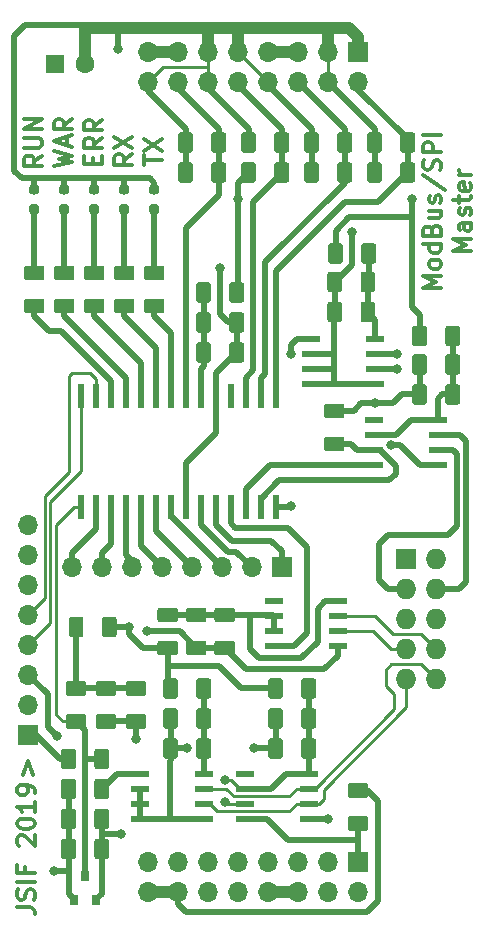
<source format=gbr>
G04 #@! TF.GenerationSoftware,KiCad,Pcbnew,(5.0.0)*
G04 #@! TF.CreationDate,2018-12-13T19:33:25+01:00*
G04 #@! TF.ProjectId,TrackModBusMaster_piggyback,547261636B4D6F644275734D61737465,rev?*
G04 #@! TF.SameCoordinates,Original*
G04 #@! TF.FileFunction,Copper,L1,Top,Signal*
G04 #@! TF.FilePolarity,Positive*
%FSLAX46Y46*%
G04 Gerber Fmt 4.6, Leading zero omitted, Abs format (unit mm)*
G04 Created by KiCad (PCBNEW (5.0.0)) date 12/13/18 19:33:25*
%MOMM*%
%LPD*%
G01*
G04 APERTURE LIST*
G04 #@! TA.AperFunction,NonConductor*
%ADD10C,0.300000*%
G04 #@! TD*
G04 #@! TA.AperFunction,ComponentPad*
%ADD11O,1.700000X1.700000*%
G04 #@! TD*
G04 #@! TA.AperFunction,ComponentPad*
%ADD12R,1.700000X1.700000*%
G04 #@! TD*
G04 #@! TA.AperFunction,Conductor*
%ADD13C,0.100000*%
G04 #@! TD*
G04 #@! TA.AperFunction,SMDPad,CuDef*
%ADD14C,1.250000*%
G04 #@! TD*
G04 #@! TA.AperFunction,ComponentPad*
%ADD15R,1.727200X1.727200*%
G04 #@! TD*
G04 #@! TA.AperFunction,ComponentPad*
%ADD16O,1.727200X1.727200*%
G04 #@! TD*
G04 #@! TA.AperFunction,SMDPad,CuDef*
%ADD17R,0.800000X0.900000*%
G04 #@! TD*
G04 #@! TA.AperFunction,SMDPad,CuDef*
%ADD18R,1.550000X0.600000*%
G04 #@! TD*
G04 #@! TA.AperFunction,SMDPad,CuDef*
%ADD19R,0.600000X2.000000*%
G04 #@! TD*
G04 #@! TA.AperFunction,ComponentPad*
%ADD20R,1.600000X1.600000*%
G04 #@! TD*
G04 #@! TA.AperFunction,ComponentPad*
%ADD21C,1.600000*%
G04 #@! TD*
G04 #@! TA.AperFunction,SMDPad,CuDef*
%ADD22C,0.800000*%
G04 #@! TD*
G04 #@! TA.AperFunction,ViaPad*
%ADD23C,0.800000*%
G04 #@! TD*
G04 #@! TA.AperFunction,Conductor*
%ADD24C,0.500000*%
G04 #@! TD*
G04 #@! TA.AperFunction,Conductor*
%ADD25C,1.000000*%
G04 #@! TD*
G04 #@! TA.AperFunction,Conductor*
%ADD26C,0.250000*%
G04 #@! TD*
G04 APERTURE END LIST*
D10*
X106231571Y-106870428D02*
X106660142Y-105727571D01*
X107088714Y-106870428D01*
X141643571Y-65682000D02*
X140143571Y-65682000D01*
X141215000Y-65182000D01*
X140143571Y-64682000D01*
X141643571Y-64682000D01*
X141643571Y-63753428D02*
X141572142Y-63896285D01*
X141500714Y-63967714D01*
X141357857Y-64039142D01*
X140929285Y-64039142D01*
X140786428Y-63967714D01*
X140715000Y-63896285D01*
X140643571Y-63753428D01*
X140643571Y-63539142D01*
X140715000Y-63396285D01*
X140786428Y-63324857D01*
X140929285Y-63253428D01*
X141357857Y-63253428D01*
X141500714Y-63324857D01*
X141572142Y-63396285D01*
X141643571Y-63539142D01*
X141643571Y-63753428D01*
X141643571Y-61967714D02*
X140143571Y-61967714D01*
X141572142Y-61967714D02*
X141643571Y-62110571D01*
X141643571Y-62396285D01*
X141572142Y-62539142D01*
X141500714Y-62610571D01*
X141357857Y-62682000D01*
X140929285Y-62682000D01*
X140786428Y-62610571D01*
X140715000Y-62539142D01*
X140643571Y-62396285D01*
X140643571Y-62110571D01*
X140715000Y-61967714D01*
X140857857Y-60753428D02*
X140929285Y-60539142D01*
X141000714Y-60467714D01*
X141143571Y-60396285D01*
X141357857Y-60396285D01*
X141500714Y-60467714D01*
X141572142Y-60539142D01*
X141643571Y-60682000D01*
X141643571Y-61253428D01*
X140143571Y-61253428D01*
X140143571Y-60753428D01*
X140215000Y-60610571D01*
X140286428Y-60539142D01*
X140429285Y-60467714D01*
X140572142Y-60467714D01*
X140715000Y-60539142D01*
X140786428Y-60610571D01*
X140857857Y-60753428D01*
X140857857Y-61253428D01*
X140643571Y-59110571D02*
X141643571Y-59110571D01*
X140643571Y-59753428D02*
X141429285Y-59753428D01*
X141572142Y-59682000D01*
X141643571Y-59539142D01*
X141643571Y-59324857D01*
X141572142Y-59182000D01*
X141500714Y-59110571D01*
X141572142Y-58467714D02*
X141643571Y-58324857D01*
X141643571Y-58039142D01*
X141572142Y-57896285D01*
X141429285Y-57824857D01*
X141357857Y-57824857D01*
X141215000Y-57896285D01*
X141143571Y-58039142D01*
X141143571Y-58253428D01*
X141072142Y-58396285D01*
X140929285Y-58467714D01*
X140857857Y-58467714D01*
X140715000Y-58396285D01*
X140643571Y-58253428D01*
X140643571Y-58039142D01*
X140715000Y-57896285D01*
X140072142Y-56110571D02*
X142000714Y-57396285D01*
X141572142Y-55682000D02*
X141643571Y-55467714D01*
X141643571Y-55110571D01*
X141572142Y-54967714D01*
X141500714Y-54896285D01*
X141357857Y-54824857D01*
X141215000Y-54824857D01*
X141072142Y-54896285D01*
X141000714Y-54967714D01*
X140929285Y-55110571D01*
X140857857Y-55396285D01*
X140786428Y-55539142D01*
X140715000Y-55610571D01*
X140572142Y-55682000D01*
X140429285Y-55682000D01*
X140286428Y-55610571D01*
X140215000Y-55539142D01*
X140143571Y-55396285D01*
X140143571Y-55039142D01*
X140215000Y-54824857D01*
X141643571Y-54182000D02*
X140143571Y-54182000D01*
X140143571Y-53610571D01*
X140215000Y-53467714D01*
X140286428Y-53396285D01*
X140429285Y-53324857D01*
X140643571Y-53324857D01*
X140786428Y-53396285D01*
X140857857Y-53467714D01*
X140929285Y-53610571D01*
X140929285Y-54182000D01*
X141643571Y-52682000D02*
X140143571Y-52682000D01*
X144193571Y-62503428D02*
X142693571Y-62503428D01*
X143765000Y-62003428D01*
X142693571Y-61503428D01*
X144193571Y-61503428D01*
X144193571Y-60146285D02*
X143407857Y-60146285D01*
X143265000Y-60217714D01*
X143193571Y-60360571D01*
X143193571Y-60646285D01*
X143265000Y-60789142D01*
X144122142Y-60146285D02*
X144193571Y-60289142D01*
X144193571Y-60646285D01*
X144122142Y-60789142D01*
X143979285Y-60860571D01*
X143836428Y-60860571D01*
X143693571Y-60789142D01*
X143622142Y-60646285D01*
X143622142Y-60289142D01*
X143550714Y-60146285D01*
X144122142Y-59503428D02*
X144193571Y-59360571D01*
X144193571Y-59074857D01*
X144122142Y-58932000D01*
X143979285Y-58860571D01*
X143907857Y-58860571D01*
X143765000Y-58932000D01*
X143693571Y-59074857D01*
X143693571Y-59289142D01*
X143622142Y-59432000D01*
X143479285Y-59503428D01*
X143407857Y-59503428D01*
X143265000Y-59432000D01*
X143193571Y-59289142D01*
X143193571Y-59074857D01*
X143265000Y-58932000D01*
X143193571Y-58432000D02*
X143193571Y-57860571D01*
X142693571Y-58217714D02*
X143979285Y-58217714D01*
X144122142Y-58146285D01*
X144193571Y-58003428D01*
X144193571Y-57860571D01*
X144122142Y-56789142D02*
X144193571Y-56932000D01*
X144193571Y-57217714D01*
X144122142Y-57360571D01*
X143979285Y-57432000D01*
X143407857Y-57432000D01*
X143265000Y-57360571D01*
X143193571Y-57217714D01*
X143193571Y-56932000D01*
X143265000Y-56789142D01*
X143407857Y-56717714D01*
X143550714Y-56717714D01*
X143693571Y-57432000D01*
X144193571Y-56074857D02*
X143193571Y-56074857D01*
X143479285Y-56074857D02*
X143336428Y-56003428D01*
X143265000Y-55932000D01*
X143193571Y-55789142D01*
X143193571Y-55646285D01*
X105731571Y-118085571D02*
X106803000Y-118085571D01*
X107017285Y-118157000D01*
X107160142Y-118299857D01*
X107231571Y-118514142D01*
X107231571Y-118657000D01*
X107160142Y-117442714D02*
X107231571Y-117228428D01*
X107231571Y-116871285D01*
X107160142Y-116728428D01*
X107088714Y-116657000D01*
X106945857Y-116585571D01*
X106803000Y-116585571D01*
X106660142Y-116657000D01*
X106588714Y-116728428D01*
X106517285Y-116871285D01*
X106445857Y-117157000D01*
X106374428Y-117299857D01*
X106303000Y-117371285D01*
X106160142Y-117442714D01*
X106017285Y-117442714D01*
X105874428Y-117371285D01*
X105803000Y-117299857D01*
X105731571Y-117157000D01*
X105731571Y-116799857D01*
X105803000Y-116585571D01*
X107231571Y-115942714D02*
X105731571Y-115942714D01*
X106445857Y-114728428D02*
X106445857Y-115228428D01*
X107231571Y-115228428D02*
X105731571Y-115228428D01*
X105731571Y-114514142D01*
X105874428Y-112871285D02*
X105803000Y-112799857D01*
X105731571Y-112657000D01*
X105731571Y-112299857D01*
X105803000Y-112157000D01*
X105874428Y-112085571D01*
X106017285Y-112014142D01*
X106160142Y-112014142D01*
X106374428Y-112085571D01*
X107231571Y-112942714D01*
X107231571Y-112014142D01*
X105731571Y-111085571D02*
X105731571Y-110942714D01*
X105803000Y-110799857D01*
X105874428Y-110728428D01*
X106017285Y-110657000D01*
X106303000Y-110585571D01*
X106660142Y-110585571D01*
X106945857Y-110657000D01*
X107088714Y-110728428D01*
X107160142Y-110799857D01*
X107231571Y-110942714D01*
X107231571Y-111085571D01*
X107160142Y-111228428D01*
X107088714Y-111299857D01*
X106945857Y-111371285D01*
X106660142Y-111442714D01*
X106303000Y-111442714D01*
X106017285Y-111371285D01*
X105874428Y-111299857D01*
X105803000Y-111228428D01*
X105731571Y-111085571D01*
X107231571Y-109157000D02*
X107231571Y-110014142D01*
X107231571Y-109585571D02*
X105731571Y-109585571D01*
X105945857Y-109728428D01*
X106088714Y-109871285D01*
X106160142Y-110014142D01*
X107231571Y-108442714D02*
X107231571Y-108157000D01*
X107160142Y-108014142D01*
X107088714Y-107942714D01*
X106874428Y-107799857D01*
X106588714Y-107728428D01*
X106017285Y-107728428D01*
X105874428Y-107799857D01*
X105803000Y-107871285D01*
X105731571Y-108014142D01*
X105731571Y-108299857D01*
X105803000Y-108442714D01*
X105874428Y-108514142D01*
X106017285Y-108585571D01*
X106374428Y-108585571D01*
X106517285Y-108514142D01*
X106588714Y-108442714D01*
X106660142Y-108299857D01*
X106660142Y-108014142D01*
X106588714Y-107871285D01*
X106517285Y-107799857D01*
X106374428Y-107728428D01*
X115486571Y-54352000D02*
X114772285Y-54852000D01*
X115486571Y-55209142D02*
X113986571Y-55209142D01*
X113986571Y-54637714D01*
X114058000Y-54494857D01*
X114129428Y-54423428D01*
X114272285Y-54352000D01*
X114486571Y-54352000D01*
X114629428Y-54423428D01*
X114700857Y-54494857D01*
X114772285Y-54637714D01*
X114772285Y-55209142D01*
X113986571Y-53852000D02*
X115486571Y-52852000D01*
X113986571Y-52852000D02*
X115486571Y-53852000D01*
X116526571Y-55244857D02*
X116526571Y-54387714D01*
X118026571Y-54816285D02*
X116526571Y-54816285D01*
X116526571Y-54030571D02*
X118026571Y-53030571D01*
X116526571Y-53030571D02*
X118026571Y-54030571D01*
X112160857Y-55161428D02*
X112160857Y-54661428D01*
X112946571Y-54447142D02*
X112946571Y-55161428D01*
X111446571Y-55161428D01*
X111446571Y-54447142D01*
X112946571Y-52947142D02*
X112232285Y-53447142D01*
X112946571Y-53804285D02*
X111446571Y-53804285D01*
X111446571Y-53232857D01*
X111518000Y-53090000D01*
X111589428Y-53018571D01*
X111732285Y-52947142D01*
X111946571Y-52947142D01*
X112089428Y-53018571D01*
X112160857Y-53090000D01*
X112232285Y-53232857D01*
X112232285Y-53804285D01*
X112946571Y-51447142D02*
X112232285Y-51947142D01*
X112946571Y-52304285D02*
X111446571Y-52304285D01*
X111446571Y-51732857D01*
X111518000Y-51590000D01*
X111589428Y-51518571D01*
X111732285Y-51447142D01*
X111946571Y-51447142D01*
X112089428Y-51518571D01*
X112160857Y-51590000D01*
X112232285Y-51732857D01*
X112232285Y-52304285D01*
X108906571Y-55375714D02*
X110406571Y-55018571D01*
X109335142Y-54732857D01*
X110406571Y-54447142D01*
X108906571Y-54090000D01*
X109978000Y-53590000D02*
X109978000Y-52875714D01*
X110406571Y-53732857D02*
X108906571Y-53232857D01*
X110406571Y-52732857D01*
X110406571Y-51375714D02*
X109692285Y-51875714D01*
X110406571Y-52232857D02*
X108906571Y-52232857D01*
X108906571Y-51661428D01*
X108978000Y-51518571D01*
X109049428Y-51447142D01*
X109192285Y-51375714D01*
X109406571Y-51375714D01*
X109549428Y-51447142D01*
X109620857Y-51518571D01*
X109692285Y-51661428D01*
X109692285Y-52232857D01*
X107866571Y-54447142D02*
X107152285Y-54947142D01*
X107866571Y-55304285D02*
X106366571Y-55304285D01*
X106366571Y-54732857D01*
X106438000Y-54590000D01*
X106509428Y-54518571D01*
X106652285Y-54447142D01*
X106866571Y-54447142D01*
X107009428Y-54518571D01*
X107080857Y-54590000D01*
X107152285Y-54732857D01*
X107152285Y-55304285D01*
X106366571Y-53804285D02*
X107580857Y-53804285D01*
X107723714Y-53732857D01*
X107795142Y-53661428D01*
X107866571Y-53518571D01*
X107866571Y-53232857D01*
X107795142Y-53090000D01*
X107723714Y-53018571D01*
X107580857Y-52947142D01*
X106366571Y-52947142D01*
X107866571Y-52232857D02*
X106366571Y-52232857D01*
X107866571Y-51375714D01*
X106366571Y-51375714D01*
D11*
G04 #@! TO.P,J1,16*
G04 #@! TO.N,GND*
X116840000Y-48260000D03*
G04 #@! TO.P,J1,15*
G04 #@! TO.N,+3.3VP*
X116840000Y-45720000D03*
G04 #@! TO.P,J1,14*
G04 #@! TO.N,SCK1*
X119380000Y-48260000D03*
G04 #@! TO.P,J1,13*
G04 #@! TO.N,+3.3VP*
X119380000Y-45720000D03*
G04 #@! TO.P,J1,12*
G04 #@! TO.N,GND*
X121920000Y-48260000D03*
G04 #@! TO.P,J1,11*
X121920000Y-45720000D03*
G04 #@! TO.P,J1,10*
G04 #@! TO.N,SS1*
X124460000Y-48260000D03*
G04 #@! TO.P,J1,9*
G04 #@! TO.N,GND*
X124460000Y-45720000D03*
G04 #@! TO.P,J1,8*
X127000000Y-48260000D03*
G04 #@! TO.P,J1,7*
G04 #@! TO.N,+5V*
X127000000Y-45720000D03*
G04 #@! TO.P,J1,6*
G04 #@! TO.N,SDO*
X129540000Y-48260000D03*
G04 #@! TO.P,J1,5*
G04 #@! TO.N,+5V*
X129540000Y-45720000D03*
G04 #@! TO.P,J1,4*
G04 #@! TO.N,GND*
X132080000Y-48260000D03*
G04 #@! TO.P,J1,3*
X132080000Y-45720000D03*
G04 #@! TO.P,J1,2*
G04 #@! TO.N,SDI*
X134620000Y-48260000D03*
D12*
G04 #@! TO.P,J1,1*
G04 #@! TO.N,GND*
X134620000Y-45720000D03*
G04 #@! TD*
D13*
G04 #@! TO.N,GND*
G04 #@! TO.C,C3*
G36*
X140223504Y-71262204D02*
X140247773Y-71265804D01*
X140271571Y-71271765D01*
X140294671Y-71280030D01*
X140316849Y-71290520D01*
X140337893Y-71303133D01*
X140357598Y-71317747D01*
X140375777Y-71334223D01*
X140392253Y-71352402D01*
X140406867Y-71372107D01*
X140419480Y-71393151D01*
X140429970Y-71415329D01*
X140438235Y-71438429D01*
X140444196Y-71462227D01*
X140447796Y-71486496D01*
X140449000Y-71511000D01*
X140449000Y-72761000D01*
X140447796Y-72785504D01*
X140444196Y-72809773D01*
X140438235Y-72833571D01*
X140429970Y-72856671D01*
X140419480Y-72878849D01*
X140406867Y-72899893D01*
X140392253Y-72919598D01*
X140375777Y-72937777D01*
X140357598Y-72954253D01*
X140337893Y-72968867D01*
X140316849Y-72981480D01*
X140294671Y-72991970D01*
X140271571Y-73000235D01*
X140247773Y-73006196D01*
X140223504Y-73009796D01*
X140199000Y-73011000D01*
X139449000Y-73011000D01*
X139424496Y-73009796D01*
X139400227Y-73006196D01*
X139376429Y-73000235D01*
X139353329Y-72991970D01*
X139331151Y-72981480D01*
X139310107Y-72968867D01*
X139290402Y-72954253D01*
X139272223Y-72937777D01*
X139255747Y-72919598D01*
X139241133Y-72899893D01*
X139228520Y-72878849D01*
X139218030Y-72856671D01*
X139209765Y-72833571D01*
X139203804Y-72809773D01*
X139200204Y-72785504D01*
X139199000Y-72761000D01*
X139199000Y-71511000D01*
X139200204Y-71486496D01*
X139203804Y-71462227D01*
X139209765Y-71438429D01*
X139218030Y-71415329D01*
X139228520Y-71393151D01*
X139241133Y-71372107D01*
X139255747Y-71352402D01*
X139272223Y-71334223D01*
X139290402Y-71317747D01*
X139310107Y-71303133D01*
X139331151Y-71290520D01*
X139353329Y-71280030D01*
X139376429Y-71271765D01*
X139400227Y-71265804D01*
X139424496Y-71262204D01*
X139449000Y-71261000D01*
X140199000Y-71261000D01*
X140223504Y-71262204D01*
X140223504Y-71262204D01*
G37*
D14*
G04 #@! TD*
G04 #@! TO.P,C3,2*
G04 #@! TO.N,GND*
X139824000Y-72136000D03*
D13*
G04 #@! TO.N,Net-(C3-Pad1)*
G04 #@! TO.C,C3*
G36*
X143023504Y-71262204D02*
X143047773Y-71265804D01*
X143071571Y-71271765D01*
X143094671Y-71280030D01*
X143116849Y-71290520D01*
X143137893Y-71303133D01*
X143157598Y-71317747D01*
X143175777Y-71334223D01*
X143192253Y-71352402D01*
X143206867Y-71372107D01*
X143219480Y-71393151D01*
X143229970Y-71415329D01*
X143238235Y-71438429D01*
X143244196Y-71462227D01*
X143247796Y-71486496D01*
X143249000Y-71511000D01*
X143249000Y-72761000D01*
X143247796Y-72785504D01*
X143244196Y-72809773D01*
X143238235Y-72833571D01*
X143229970Y-72856671D01*
X143219480Y-72878849D01*
X143206867Y-72899893D01*
X143192253Y-72919598D01*
X143175777Y-72937777D01*
X143157598Y-72954253D01*
X143137893Y-72968867D01*
X143116849Y-72981480D01*
X143094671Y-72991970D01*
X143071571Y-73000235D01*
X143047773Y-73006196D01*
X143023504Y-73009796D01*
X142999000Y-73011000D01*
X142249000Y-73011000D01*
X142224496Y-73009796D01*
X142200227Y-73006196D01*
X142176429Y-73000235D01*
X142153329Y-72991970D01*
X142131151Y-72981480D01*
X142110107Y-72968867D01*
X142090402Y-72954253D01*
X142072223Y-72937777D01*
X142055747Y-72919598D01*
X142041133Y-72899893D01*
X142028520Y-72878849D01*
X142018030Y-72856671D01*
X142009765Y-72833571D01*
X142003804Y-72809773D01*
X142000204Y-72785504D01*
X141999000Y-72761000D01*
X141999000Y-71511000D01*
X142000204Y-71486496D01*
X142003804Y-71462227D01*
X142009765Y-71438429D01*
X142018030Y-71415329D01*
X142028520Y-71393151D01*
X142041133Y-71372107D01*
X142055747Y-71352402D01*
X142072223Y-71334223D01*
X142090402Y-71317747D01*
X142110107Y-71303133D01*
X142131151Y-71290520D01*
X142153329Y-71280030D01*
X142176429Y-71271765D01*
X142200227Y-71265804D01*
X142224496Y-71262204D01*
X142249000Y-71261000D01*
X142999000Y-71261000D01*
X143023504Y-71262204D01*
X143023504Y-71262204D01*
G37*
D14*
G04 #@! TD*
G04 #@! TO.P,C3,1*
G04 #@! TO.N,Net-(C3-Pad1)*
X142624000Y-72136000D03*
D13*
G04 #@! TO.N,Net-(C3-Pad1)*
G04 #@! TO.C,C6*
G36*
X143023504Y-73802204D02*
X143047773Y-73805804D01*
X143071571Y-73811765D01*
X143094671Y-73820030D01*
X143116849Y-73830520D01*
X143137893Y-73843133D01*
X143157598Y-73857747D01*
X143175777Y-73874223D01*
X143192253Y-73892402D01*
X143206867Y-73912107D01*
X143219480Y-73933151D01*
X143229970Y-73955329D01*
X143238235Y-73978429D01*
X143244196Y-74002227D01*
X143247796Y-74026496D01*
X143249000Y-74051000D01*
X143249000Y-75301000D01*
X143247796Y-75325504D01*
X143244196Y-75349773D01*
X143238235Y-75373571D01*
X143229970Y-75396671D01*
X143219480Y-75418849D01*
X143206867Y-75439893D01*
X143192253Y-75459598D01*
X143175777Y-75477777D01*
X143157598Y-75494253D01*
X143137893Y-75508867D01*
X143116849Y-75521480D01*
X143094671Y-75531970D01*
X143071571Y-75540235D01*
X143047773Y-75546196D01*
X143023504Y-75549796D01*
X142999000Y-75551000D01*
X142249000Y-75551000D01*
X142224496Y-75549796D01*
X142200227Y-75546196D01*
X142176429Y-75540235D01*
X142153329Y-75531970D01*
X142131151Y-75521480D01*
X142110107Y-75508867D01*
X142090402Y-75494253D01*
X142072223Y-75477777D01*
X142055747Y-75459598D01*
X142041133Y-75439893D01*
X142028520Y-75418849D01*
X142018030Y-75396671D01*
X142009765Y-75373571D01*
X142003804Y-75349773D01*
X142000204Y-75325504D01*
X141999000Y-75301000D01*
X141999000Y-74051000D01*
X142000204Y-74026496D01*
X142003804Y-74002227D01*
X142009765Y-73978429D01*
X142018030Y-73955329D01*
X142028520Y-73933151D01*
X142041133Y-73912107D01*
X142055747Y-73892402D01*
X142072223Y-73874223D01*
X142090402Y-73857747D01*
X142110107Y-73843133D01*
X142131151Y-73830520D01*
X142153329Y-73820030D01*
X142176429Y-73811765D01*
X142200227Y-73805804D01*
X142224496Y-73802204D01*
X142249000Y-73801000D01*
X142999000Y-73801000D01*
X143023504Y-73802204D01*
X143023504Y-73802204D01*
G37*
D14*
G04 #@! TD*
G04 #@! TO.P,C6,1*
G04 #@! TO.N,Net-(C3-Pad1)*
X142624000Y-74676000D03*
D13*
G04 #@! TO.N,GND*
G04 #@! TO.C,C6*
G36*
X140223504Y-73802204D02*
X140247773Y-73805804D01*
X140271571Y-73811765D01*
X140294671Y-73820030D01*
X140316849Y-73830520D01*
X140337893Y-73843133D01*
X140357598Y-73857747D01*
X140375777Y-73874223D01*
X140392253Y-73892402D01*
X140406867Y-73912107D01*
X140419480Y-73933151D01*
X140429970Y-73955329D01*
X140438235Y-73978429D01*
X140444196Y-74002227D01*
X140447796Y-74026496D01*
X140449000Y-74051000D01*
X140449000Y-75301000D01*
X140447796Y-75325504D01*
X140444196Y-75349773D01*
X140438235Y-75373571D01*
X140429970Y-75396671D01*
X140419480Y-75418849D01*
X140406867Y-75439893D01*
X140392253Y-75459598D01*
X140375777Y-75477777D01*
X140357598Y-75494253D01*
X140337893Y-75508867D01*
X140316849Y-75521480D01*
X140294671Y-75531970D01*
X140271571Y-75540235D01*
X140247773Y-75546196D01*
X140223504Y-75549796D01*
X140199000Y-75551000D01*
X139449000Y-75551000D01*
X139424496Y-75549796D01*
X139400227Y-75546196D01*
X139376429Y-75540235D01*
X139353329Y-75531970D01*
X139331151Y-75521480D01*
X139310107Y-75508867D01*
X139290402Y-75494253D01*
X139272223Y-75477777D01*
X139255747Y-75459598D01*
X139241133Y-75439893D01*
X139228520Y-75418849D01*
X139218030Y-75396671D01*
X139209765Y-75373571D01*
X139203804Y-75349773D01*
X139200204Y-75325504D01*
X139199000Y-75301000D01*
X139199000Y-74051000D01*
X139200204Y-74026496D01*
X139203804Y-74002227D01*
X139209765Y-73978429D01*
X139218030Y-73955329D01*
X139228520Y-73933151D01*
X139241133Y-73912107D01*
X139255747Y-73892402D01*
X139272223Y-73874223D01*
X139290402Y-73857747D01*
X139310107Y-73843133D01*
X139331151Y-73830520D01*
X139353329Y-73820030D01*
X139376429Y-73811765D01*
X139400227Y-73805804D01*
X139424496Y-73802204D01*
X139449000Y-73801000D01*
X140199000Y-73801000D01*
X140223504Y-73802204D01*
X140223504Y-73802204D01*
G37*
D14*
G04 #@! TD*
G04 #@! TO.P,C6,2*
G04 #@! TO.N,GND*
X139824000Y-74676000D03*
D13*
G04 #@! TO.N,Net-(C3-Pad1)*
G04 #@! TO.C,R3*
G36*
X143023504Y-68849204D02*
X143047773Y-68852804D01*
X143071571Y-68858765D01*
X143094671Y-68867030D01*
X143116849Y-68877520D01*
X143137893Y-68890133D01*
X143157598Y-68904747D01*
X143175777Y-68921223D01*
X143192253Y-68939402D01*
X143206867Y-68959107D01*
X143219480Y-68980151D01*
X143229970Y-69002329D01*
X143238235Y-69025429D01*
X143244196Y-69049227D01*
X143247796Y-69073496D01*
X143249000Y-69098000D01*
X143249000Y-70348000D01*
X143247796Y-70372504D01*
X143244196Y-70396773D01*
X143238235Y-70420571D01*
X143229970Y-70443671D01*
X143219480Y-70465849D01*
X143206867Y-70486893D01*
X143192253Y-70506598D01*
X143175777Y-70524777D01*
X143157598Y-70541253D01*
X143137893Y-70555867D01*
X143116849Y-70568480D01*
X143094671Y-70578970D01*
X143071571Y-70587235D01*
X143047773Y-70593196D01*
X143023504Y-70596796D01*
X142999000Y-70598000D01*
X142249000Y-70598000D01*
X142224496Y-70596796D01*
X142200227Y-70593196D01*
X142176429Y-70587235D01*
X142153329Y-70578970D01*
X142131151Y-70568480D01*
X142110107Y-70555867D01*
X142090402Y-70541253D01*
X142072223Y-70524777D01*
X142055747Y-70506598D01*
X142041133Y-70486893D01*
X142028520Y-70465849D01*
X142018030Y-70443671D01*
X142009765Y-70420571D01*
X142003804Y-70396773D01*
X142000204Y-70372504D01*
X141999000Y-70348000D01*
X141999000Y-69098000D01*
X142000204Y-69073496D01*
X142003804Y-69049227D01*
X142009765Y-69025429D01*
X142018030Y-69002329D01*
X142028520Y-68980151D01*
X142041133Y-68959107D01*
X142055747Y-68939402D01*
X142072223Y-68921223D01*
X142090402Y-68904747D01*
X142110107Y-68890133D01*
X142131151Y-68877520D01*
X142153329Y-68867030D01*
X142176429Y-68858765D01*
X142200227Y-68852804D01*
X142224496Y-68849204D01*
X142249000Y-68848000D01*
X142999000Y-68848000D01*
X143023504Y-68849204D01*
X143023504Y-68849204D01*
G37*
D14*
G04 #@! TD*
G04 #@! TO.P,R3,2*
G04 #@! TO.N,Net-(C3-Pad1)*
X142624000Y-69723000D03*
D13*
G04 #@! TO.N,+5V*
G04 #@! TO.C,R3*
G36*
X140223504Y-68849204D02*
X140247773Y-68852804D01*
X140271571Y-68858765D01*
X140294671Y-68867030D01*
X140316849Y-68877520D01*
X140337893Y-68890133D01*
X140357598Y-68904747D01*
X140375777Y-68921223D01*
X140392253Y-68939402D01*
X140406867Y-68959107D01*
X140419480Y-68980151D01*
X140429970Y-69002329D01*
X140438235Y-69025429D01*
X140444196Y-69049227D01*
X140447796Y-69073496D01*
X140449000Y-69098000D01*
X140449000Y-70348000D01*
X140447796Y-70372504D01*
X140444196Y-70396773D01*
X140438235Y-70420571D01*
X140429970Y-70443671D01*
X140419480Y-70465849D01*
X140406867Y-70486893D01*
X140392253Y-70506598D01*
X140375777Y-70524777D01*
X140357598Y-70541253D01*
X140337893Y-70555867D01*
X140316849Y-70568480D01*
X140294671Y-70578970D01*
X140271571Y-70587235D01*
X140247773Y-70593196D01*
X140223504Y-70596796D01*
X140199000Y-70598000D01*
X139449000Y-70598000D01*
X139424496Y-70596796D01*
X139400227Y-70593196D01*
X139376429Y-70587235D01*
X139353329Y-70578970D01*
X139331151Y-70568480D01*
X139310107Y-70555867D01*
X139290402Y-70541253D01*
X139272223Y-70524777D01*
X139255747Y-70506598D01*
X139241133Y-70486893D01*
X139228520Y-70465849D01*
X139218030Y-70443671D01*
X139209765Y-70420571D01*
X139203804Y-70396773D01*
X139200204Y-70372504D01*
X139199000Y-70348000D01*
X139199000Y-69098000D01*
X139200204Y-69073496D01*
X139203804Y-69049227D01*
X139209765Y-69025429D01*
X139218030Y-69002329D01*
X139228520Y-68980151D01*
X139241133Y-68959107D01*
X139255747Y-68939402D01*
X139272223Y-68921223D01*
X139290402Y-68904747D01*
X139310107Y-68890133D01*
X139331151Y-68877520D01*
X139353329Y-68867030D01*
X139376429Y-68858765D01*
X139400227Y-68852804D01*
X139424496Y-68849204D01*
X139449000Y-68848000D01*
X140199000Y-68848000D01*
X140223504Y-68849204D01*
X140223504Y-68849204D01*
G37*
D14*
G04 #@! TD*
G04 #@! TO.P,R3,1*
G04 #@! TO.N,+5V*
X139824000Y-69723000D03*
D13*
G04 #@! TO.N,Net-(D2-Pad2)*
G04 #@! TO.C,R15*
G36*
X110377504Y-63762204D02*
X110401773Y-63765804D01*
X110425571Y-63771765D01*
X110448671Y-63780030D01*
X110470849Y-63790520D01*
X110491893Y-63803133D01*
X110511598Y-63817747D01*
X110529777Y-63834223D01*
X110546253Y-63852402D01*
X110560867Y-63872107D01*
X110573480Y-63893151D01*
X110583970Y-63915329D01*
X110592235Y-63938429D01*
X110598196Y-63962227D01*
X110601796Y-63986496D01*
X110603000Y-64011000D01*
X110603000Y-64761000D01*
X110601796Y-64785504D01*
X110598196Y-64809773D01*
X110592235Y-64833571D01*
X110583970Y-64856671D01*
X110573480Y-64878849D01*
X110560867Y-64899893D01*
X110546253Y-64919598D01*
X110529777Y-64937777D01*
X110511598Y-64954253D01*
X110491893Y-64968867D01*
X110470849Y-64981480D01*
X110448671Y-64991970D01*
X110425571Y-65000235D01*
X110401773Y-65006196D01*
X110377504Y-65009796D01*
X110353000Y-65011000D01*
X109103000Y-65011000D01*
X109078496Y-65009796D01*
X109054227Y-65006196D01*
X109030429Y-65000235D01*
X109007329Y-64991970D01*
X108985151Y-64981480D01*
X108964107Y-64968867D01*
X108944402Y-64954253D01*
X108926223Y-64937777D01*
X108909747Y-64919598D01*
X108895133Y-64899893D01*
X108882520Y-64878849D01*
X108872030Y-64856671D01*
X108863765Y-64833571D01*
X108857804Y-64809773D01*
X108854204Y-64785504D01*
X108853000Y-64761000D01*
X108853000Y-64011000D01*
X108854204Y-63986496D01*
X108857804Y-63962227D01*
X108863765Y-63938429D01*
X108872030Y-63915329D01*
X108882520Y-63893151D01*
X108895133Y-63872107D01*
X108909747Y-63852402D01*
X108926223Y-63834223D01*
X108944402Y-63817747D01*
X108964107Y-63803133D01*
X108985151Y-63790520D01*
X109007329Y-63780030D01*
X109030429Y-63771765D01*
X109054227Y-63765804D01*
X109078496Y-63762204D01*
X109103000Y-63761000D01*
X110353000Y-63761000D01*
X110377504Y-63762204D01*
X110377504Y-63762204D01*
G37*
D14*
G04 #@! TD*
G04 #@! TO.P,R15,1*
G04 #@! TO.N,Net-(D2-Pad2)*
X109728000Y-64386000D03*
D13*
G04 #@! TO.N,Net-(R15-Pad2)*
G04 #@! TO.C,R15*
G36*
X110377504Y-66562204D02*
X110401773Y-66565804D01*
X110425571Y-66571765D01*
X110448671Y-66580030D01*
X110470849Y-66590520D01*
X110491893Y-66603133D01*
X110511598Y-66617747D01*
X110529777Y-66634223D01*
X110546253Y-66652402D01*
X110560867Y-66672107D01*
X110573480Y-66693151D01*
X110583970Y-66715329D01*
X110592235Y-66738429D01*
X110598196Y-66762227D01*
X110601796Y-66786496D01*
X110603000Y-66811000D01*
X110603000Y-67561000D01*
X110601796Y-67585504D01*
X110598196Y-67609773D01*
X110592235Y-67633571D01*
X110583970Y-67656671D01*
X110573480Y-67678849D01*
X110560867Y-67699893D01*
X110546253Y-67719598D01*
X110529777Y-67737777D01*
X110511598Y-67754253D01*
X110491893Y-67768867D01*
X110470849Y-67781480D01*
X110448671Y-67791970D01*
X110425571Y-67800235D01*
X110401773Y-67806196D01*
X110377504Y-67809796D01*
X110353000Y-67811000D01*
X109103000Y-67811000D01*
X109078496Y-67809796D01*
X109054227Y-67806196D01*
X109030429Y-67800235D01*
X109007329Y-67791970D01*
X108985151Y-67781480D01*
X108964107Y-67768867D01*
X108944402Y-67754253D01*
X108926223Y-67737777D01*
X108909747Y-67719598D01*
X108895133Y-67699893D01*
X108882520Y-67678849D01*
X108872030Y-67656671D01*
X108863765Y-67633571D01*
X108857804Y-67609773D01*
X108854204Y-67585504D01*
X108853000Y-67561000D01*
X108853000Y-66811000D01*
X108854204Y-66786496D01*
X108857804Y-66762227D01*
X108863765Y-66738429D01*
X108872030Y-66715329D01*
X108882520Y-66693151D01*
X108895133Y-66672107D01*
X108909747Y-66652402D01*
X108926223Y-66634223D01*
X108944402Y-66617747D01*
X108964107Y-66603133D01*
X108985151Y-66590520D01*
X109007329Y-66580030D01*
X109030429Y-66571765D01*
X109054227Y-66565804D01*
X109078496Y-66562204D01*
X109103000Y-66561000D01*
X110353000Y-66561000D01*
X110377504Y-66562204D01*
X110377504Y-66562204D01*
G37*
D14*
G04 #@! TD*
G04 #@! TO.P,R15,2*
G04 #@! TO.N,Net-(R15-Pad2)*
X109728000Y-67186000D03*
D13*
G04 #@! TO.N,Net-(R18-Pad2)*
G04 #@! TO.C,R18*
G36*
X117997504Y-66562204D02*
X118021773Y-66565804D01*
X118045571Y-66571765D01*
X118068671Y-66580030D01*
X118090849Y-66590520D01*
X118111893Y-66603133D01*
X118131598Y-66617747D01*
X118149777Y-66634223D01*
X118166253Y-66652402D01*
X118180867Y-66672107D01*
X118193480Y-66693151D01*
X118203970Y-66715329D01*
X118212235Y-66738429D01*
X118218196Y-66762227D01*
X118221796Y-66786496D01*
X118223000Y-66811000D01*
X118223000Y-67561000D01*
X118221796Y-67585504D01*
X118218196Y-67609773D01*
X118212235Y-67633571D01*
X118203970Y-67656671D01*
X118193480Y-67678849D01*
X118180867Y-67699893D01*
X118166253Y-67719598D01*
X118149777Y-67737777D01*
X118131598Y-67754253D01*
X118111893Y-67768867D01*
X118090849Y-67781480D01*
X118068671Y-67791970D01*
X118045571Y-67800235D01*
X118021773Y-67806196D01*
X117997504Y-67809796D01*
X117973000Y-67811000D01*
X116723000Y-67811000D01*
X116698496Y-67809796D01*
X116674227Y-67806196D01*
X116650429Y-67800235D01*
X116627329Y-67791970D01*
X116605151Y-67781480D01*
X116584107Y-67768867D01*
X116564402Y-67754253D01*
X116546223Y-67737777D01*
X116529747Y-67719598D01*
X116515133Y-67699893D01*
X116502520Y-67678849D01*
X116492030Y-67656671D01*
X116483765Y-67633571D01*
X116477804Y-67609773D01*
X116474204Y-67585504D01*
X116473000Y-67561000D01*
X116473000Y-66811000D01*
X116474204Y-66786496D01*
X116477804Y-66762227D01*
X116483765Y-66738429D01*
X116492030Y-66715329D01*
X116502520Y-66693151D01*
X116515133Y-66672107D01*
X116529747Y-66652402D01*
X116546223Y-66634223D01*
X116564402Y-66617747D01*
X116584107Y-66603133D01*
X116605151Y-66590520D01*
X116627329Y-66580030D01*
X116650429Y-66571765D01*
X116674227Y-66565804D01*
X116698496Y-66562204D01*
X116723000Y-66561000D01*
X117973000Y-66561000D01*
X117997504Y-66562204D01*
X117997504Y-66562204D01*
G37*
D14*
G04 #@! TD*
G04 #@! TO.P,R18,2*
G04 #@! TO.N,Net-(R18-Pad2)*
X117348000Y-67186000D03*
D13*
G04 #@! TO.N,Net-(D5-Pad2)*
G04 #@! TO.C,R18*
G36*
X117997504Y-63762204D02*
X118021773Y-63765804D01*
X118045571Y-63771765D01*
X118068671Y-63780030D01*
X118090849Y-63790520D01*
X118111893Y-63803133D01*
X118131598Y-63817747D01*
X118149777Y-63834223D01*
X118166253Y-63852402D01*
X118180867Y-63872107D01*
X118193480Y-63893151D01*
X118203970Y-63915329D01*
X118212235Y-63938429D01*
X118218196Y-63962227D01*
X118221796Y-63986496D01*
X118223000Y-64011000D01*
X118223000Y-64761000D01*
X118221796Y-64785504D01*
X118218196Y-64809773D01*
X118212235Y-64833571D01*
X118203970Y-64856671D01*
X118193480Y-64878849D01*
X118180867Y-64899893D01*
X118166253Y-64919598D01*
X118149777Y-64937777D01*
X118131598Y-64954253D01*
X118111893Y-64968867D01*
X118090849Y-64981480D01*
X118068671Y-64991970D01*
X118045571Y-65000235D01*
X118021773Y-65006196D01*
X117997504Y-65009796D01*
X117973000Y-65011000D01*
X116723000Y-65011000D01*
X116698496Y-65009796D01*
X116674227Y-65006196D01*
X116650429Y-65000235D01*
X116627329Y-64991970D01*
X116605151Y-64981480D01*
X116584107Y-64968867D01*
X116564402Y-64954253D01*
X116546223Y-64937777D01*
X116529747Y-64919598D01*
X116515133Y-64899893D01*
X116502520Y-64878849D01*
X116492030Y-64856671D01*
X116483765Y-64833571D01*
X116477804Y-64809773D01*
X116474204Y-64785504D01*
X116473000Y-64761000D01*
X116473000Y-64011000D01*
X116474204Y-63986496D01*
X116477804Y-63962227D01*
X116483765Y-63938429D01*
X116492030Y-63915329D01*
X116502520Y-63893151D01*
X116515133Y-63872107D01*
X116529747Y-63852402D01*
X116546223Y-63834223D01*
X116564402Y-63817747D01*
X116584107Y-63803133D01*
X116605151Y-63790520D01*
X116627329Y-63780030D01*
X116650429Y-63771765D01*
X116674227Y-63765804D01*
X116698496Y-63762204D01*
X116723000Y-63761000D01*
X117973000Y-63761000D01*
X117997504Y-63762204D01*
X117997504Y-63762204D01*
G37*
D14*
G04 #@! TD*
G04 #@! TO.P,R18,1*
G04 #@! TO.N,Net-(D5-Pad2)*
X117348000Y-64386000D03*
D13*
G04 #@! TO.N,Net-(D1-Pad2)*
G04 #@! TO.C,R14*
G36*
X107837504Y-63762204D02*
X107861773Y-63765804D01*
X107885571Y-63771765D01*
X107908671Y-63780030D01*
X107930849Y-63790520D01*
X107951893Y-63803133D01*
X107971598Y-63817747D01*
X107989777Y-63834223D01*
X108006253Y-63852402D01*
X108020867Y-63872107D01*
X108033480Y-63893151D01*
X108043970Y-63915329D01*
X108052235Y-63938429D01*
X108058196Y-63962227D01*
X108061796Y-63986496D01*
X108063000Y-64011000D01*
X108063000Y-64761000D01*
X108061796Y-64785504D01*
X108058196Y-64809773D01*
X108052235Y-64833571D01*
X108043970Y-64856671D01*
X108033480Y-64878849D01*
X108020867Y-64899893D01*
X108006253Y-64919598D01*
X107989777Y-64937777D01*
X107971598Y-64954253D01*
X107951893Y-64968867D01*
X107930849Y-64981480D01*
X107908671Y-64991970D01*
X107885571Y-65000235D01*
X107861773Y-65006196D01*
X107837504Y-65009796D01*
X107813000Y-65011000D01*
X106563000Y-65011000D01*
X106538496Y-65009796D01*
X106514227Y-65006196D01*
X106490429Y-65000235D01*
X106467329Y-64991970D01*
X106445151Y-64981480D01*
X106424107Y-64968867D01*
X106404402Y-64954253D01*
X106386223Y-64937777D01*
X106369747Y-64919598D01*
X106355133Y-64899893D01*
X106342520Y-64878849D01*
X106332030Y-64856671D01*
X106323765Y-64833571D01*
X106317804Y-64809773D01*
X106314204Y-64785504D01*
X106313000Y-64761000D01*
X106313000Y-64011000D01*
X106314204Y-63986496D01*
X106317804Y-63962227D01*
X106323765Y-63938429D01*
X106332030Y-63915329D01*
X106342520Y-63893151D01*
X106355133Y-63872107D01*
X106369747Y-63852402D01*
X106386223Y-63834223D01*
X106404402Y-63817747D01*
X106424107Y-63803133D01*
X106445151Y-63790520D01*
X106467329Y-63780030D01*
X106490429Y-63771765D01*
X106514227Y-63765804D01*
X106538496Y-63762204D01*
X106563000Y-63761000D01*
X107813000Y-63761000D01*
X107837504Y-63762204D01*
X107837504Y-63762204D01*
G37*
D14*
G04 #@! TD*
G04 #@! TO.P,R14,1*
G04 #@! TO.N,Net-(D1-Pad2)*
X107188000Y-64386000D03*
D13*
G04 #@! TO.N,Net-(R14-Pad2)*
G04 #@! TO.C,R14*
G36*
X107837504Y-66562204D02*
X107861773Y-66565804D01*
X107885571Y-66571765D01*
X107908671Y-66580030D01*
X107930849Y-66590520D01*
X107951893Y-66603133D01*
X107971598Y-66617747D01*
X107989777Y-66634223D01*
X108006253Y-66652402D01*
X108020867Y-66672107D01*
X108033480Y-66693151D01*
X108043970Y-66715329D01*
X108052235Y-66738429D01*
X108058196Y-66762227D01*
X108061796Y-66786496D01*
X108063000Y-66811000D01*
X108063000Y-67561000D01*
X108061796Y-67585504D01*
X108058196Y-67609773D01*
X108052235Y-67633571D01*
X108043970Y-67656671D01*
X108033480Y-67678849D01*
X108020867Y-67699893D01*
X108006253Y-67719598D01*
X107989777Y-67737777D01*
X107971598Y-67754253D01*
X107951893Y-67768867D01*
X107930849Y-67781480D01*
X107908671Y-67791970D01*
X107885571Y-67800235D01*
X107861773Y-67806196D01*
X107837504Y-67809796D01*
X107813000Y-67811000D01*
X106563000Y-67811000D01*
X106538496Y-67809796D01*
X106514227Y-67806196D01*
X106490429Y-67800235D01*
X106467329Y-67791970D01*
X106445151Y-67781480D01*
X106424107Y-67768867D01*
X106404402Y-67754253D01*
X106386223Y-67737777D01*
X106369747Y-67719598D01*
X106355133Y-67699893D01*
X106342520Y-67678849D01*
X106332030Y-67656671D01*
X106323765Y-67633571D01*
X106317804Y-67609773D01*
X106314204Y-67585504D01*
X106313000Y-67561000D01*
X106313000Y-66811000D01*
X106314204Y-66786496D01*
X106317804Y-66762227D01*
X106323765Y-66738429D01*
X106332030Y-66715329D01*
X106342520Y-66693151D01*
X106355133Y-66672107D01*
X106369747Y-66652402D01*
X106386223Y-66634223D01*
X106404402Y-66617747D01*
X106424107Y-66603133D01*
X106445151Y-66590520D01*
X106467329Y-66580030D01*
X106490429Y-66571765D01*
X106514227Y-66565804D01*
X106538496Y-66562204D01*
X106563000Y-66561000D01*
X107813000Y-66561000D01*
X107837504Y-66562204D01*
X107837504Y-66562204D01*
G37*
D14*
G04 #@! TD*
G04 #@! TO.P,R14,2*
G04 #@! TO.N,Net-(R14-Pad2)*
X107188000Y-67186000D03*
D13*
G04 #@! TO.N,Net-(R17-Pad2)*
G04 #@! TO.C,R17*
G36*
X115457504Y-66562204D02*
X115481773Y-66565804D01*
X115505571Y-66571765D01*
X115528671Y-66580030D01*
X115550849Y-66590520D01*
X115571893Y-66603133D01*
X115591598Y-66617747D01*
X115609777Y-66634223D01*
X115626253Y-66652402D01*
X115640867Y-66672107D01*
X115653480Y-66693151D01*
X115663970Y-66715329D01*
X115672235Y-66738429D01*
X115678196Y-66762227D01*
X115681796Y-66786496D01*
X115683000Y-66811000D01*
X115683000Y-67561000D01*
X115681796Y-67585504D01*
X115678196Y-67609773D01*
X115672235Y-67633571D01*
X115663970Y-67656671D01*
X115653480Y-67678849D01*
X115640867Y-67699893D01*
X115626253Y-67719598D01*
X115609777Y-67737777D01*
X115591598Y-67754253D01*
X115571893Y-67768867D01*
X115550849Y-67781480D01*
X115528671Y-67791970D01*
X115505571Y-67800235D01*
X115481773Y-67806196D01*
X115457504Y-67809796D01*
X115433000Y-67811000D01*
X114183000Y-67811000D01*
X114158496Y-67809796D01*
X114134227Y-67806196D01*
X114110429Y-67800235D01*
X114087329Y-67791970D01*
X114065151Y-67781480D01*
X114044107Y-67768867D01*
X114024402Y-67754253D01*
X114006223Y-67737777D01*
X113989747Y-67719598D01*
X113975133Y-67699893D01*
X113962520Y-67678849D01*
X113952030Y-67656671D01*
X113943765Y-67633571D01*
X113937804Y-67609773D01*
X113934204Y-67585504D01*
X113933000Y-67561000D01*
X113933000Y-66811000D01*
X113934204Y-66786496D01*
X113937804Y-66762227D01*
X113943765Y-66738429D01*
X113952030Y-66715329D01*
X113962520Y-66693151D01*
X113975133Y-66672107D01*
X113989747Y-66652402D01*
X114006223Y-66634223D01*
X114024402Y-66617747D01*
X114044107Y-66603133D01*
X114065151Y-66590520D01*
X114087329Y-66580030D01*
X114110429Y-66571765D01*
X114134227Y-66565804D01*
X114158496Y-66562204D01*
X114183000Y-66561000D01*
X115433000Y-66561000D01*
X115457504Y-66562204D01*
X115457504Y-66562204D01*
G37*
D14*
G04 #@! TD*
G04 #@! TO.P,R17,2*
G04 #@! TO.N,Net-(R17-Pad2)*
X114808000Y-67186000D03*
D13*
G04 #@! TO.N,Net-(D4-Pad2)*
G04 #@! TO.C,R17*
G36*
X115457504Y-63762204D02*
X115481773Y-63765804D01*
X115505571Y-63771765D01*
X115528671Y-63780030D01*
X115550849Y-63790520D01*
X115571893Y-63803133D01*
X115591598Y-63817747D01*
X115609777Y-63834223D01*
X115626253Y-63852402D01*
X115640867Y-63872107D01*
X115653480Y-63893151D01*
X115663970Y-63915329D01*
X115672235Y-63938429D01*
X115678196Y-63962227D01*
X115681796Y-63986496D01*
X115683000Y-64011000D01*
X115683000Y-64761000D01*
X115681796Y-64785504D01*
X115678196Y-64809773D01*
X115672235Y-64833571D01*
X115663970Y-64856671D01*
X115653480Y-64878849D01*
X115640867Y-64899893D01*
X115626253Y-64919598D01*
X115609777Y-64937777D01*
X115591598Y-64954253D01*
X115571893Y-64968867D01*
X115550849Y-64981480D01*
X115528671Y-64991970D01*
X115505571Y-65000235D01*
X115481773Y-65006196D01*
X115457504Y-65009796D01*
X115433000Y-65011000D01*
X114183000Y-65011000D01*
X114158496Y-65009796D01*
X114134227Y-65006196D01*
X114110429Y-65000235D01*
X114087329Y-64991970D01*
X114065151Y-64981480D01*
X114044107Y-64968867D01*
X114024402Y-64954253D01*
X114006223Y-64937777D01*
X113989747Y-64919598D01*
X113975133Y-64899893D01*
X113962520Y-64878849D01*
X113952030Y-64856671D01*
X113943765Y-64833571D01*
X113937804Y-64809773D01*
X113934204Y-64785504D01*
X113933000Y-64761000D01*
X113933000Y-64011000D01*
X113934204Y-63986496D01*
X113937804Y-63962227D01*
X113943765Y-63938429D01*
X113952030Y-63915329D01*
X113962520Y-63893151D01*
X113975133Y-63872107D01*
X113989747Y-63852402D01*
X114006223Y-63834223D01*
X114024402Y-63817747D01*
X114044107Y-63803133D01*
X114065151Y-63790520D01*
X114087329Y-63780030D01*
X114110429Y-63771765D01*
X114134227Y-63765804D01*
X114158496Y-63762204D01*
X114183000Y-63761000D01*
X115433000Y-63761000D01*
X115457504Y-63762204D01*
X115457504Y-63762204D01*
G37*
D14*
G04 #@! TD*
G04 #@! TO.P,R17,1*
G04 #@! TO.N,Net-(D4-Pad2)*
X114808000Y-64386000D03*
D13*
G04 #@! TO.N,Net-(D3-Pad2)*
G04 #@! TO.C,R16*
G36*
X112917504Y-63762204D02*
X112941773Y-63765804D01*
X112965571Y-63771765D01*
X112988671Y-63780030D01*
X113010849Y-63790520D01*
X113031893Y-63803133D01*
X113051598Y-63817747D01*
X113069777Y-63834223D01*
X113086253Y-63852402D01*
X113100867Y-63872107D01*
X113113480Y-63893151D01*
X113123970Y-63915329D01*
X113132235Y-63938429D01*
X113138196Y-63962227D01*
X113141796Y-63986496D01*
X113143000Y-64011000D01*
X113143000Y-64761000D01*
X113141796Y-64785504D01*
X113138196Y-64809773D01*
X113132235Y-64833571D01*
X113123970Y-64856671D01*
X113113480Y-64878849D01*
X113100867Y-64899893D01*
X113086253Y-64919598D01*
X113069777Y-64937777D01*
X113051598Y-64954253D01*
X113031893Y-64968867D01*
X113010849Y-64981480D01*
X112988671Y-64991970D01*
X112965571Y-65000235D01*
X112941773Y-65006196D01*
X112917504Y-65009796D01*
X112893000Y-65011000D01*
X111643000Y-65011000D01*
X111618496Y-65009796D01*
X111594227Y-65006196D01*
X111570429Y-65000235D01*
X111547329Y-64991970D01*
X111525151Y-64981480D01*
X111504107Y-64968867D01*
X111484402Y-64954253D01*
X111466223Y-64937777D01*
X111449747Y-64919598D01*
X111435133Y-64899893D01*
X111422520Y-64878849D01*
X111412030Y-64856671D01*
X111403765Y-64833571D01*
X111397804Y-64809773D01*
X111394204Y-64785504D01*
X111393000Y-64761000D01*
X111393000Y-64011000D01*
X111394204Y-63986496D01*
X111397804Y-63962227D01*
X111403765Y-63938429D01*
X111412030Y-63915329D01*
X111422520Y-63893151D01*
X111435133Y-63872107D01*
X111449747Y-63852402D01*
X111466223Y-63834223D01*
X111484402Y-63817747D01*
X111504107Y-63803133D01*
X111525151Y-63790520D01*
X111547329Y-63780030D01*
X111570429Y-63771765D01*
X111594227Y-63765804D01*
X111618496Y-63762204D01*
X111643000Y-63761000D01*
X112893000Y-63761000D01*
X112917504Y-63762204D01*
X112917504Y-63762204D01*
G37*
D14*
G04 #@! TD*
G04 #@! TO.P,R16,1*
G04 #@! TO.N,Net-(D3-Pad2)*
X112268000Y-64386000D03*
D13*
G04 #@! TO.N,Net-(R16-Pad2)*
G04 #@! TO.C,R16*
G36*
X112917504Y-66562204D02*
X112941773Y-66565804D01*
X112965571Y-66571765D01*
X112988671Y-66580030D01*
X113010849Y-66590520D01*
X113031893Y-66603133D01*
X113051598Y-66617747D01*
X113069777Y-66634223D01*
X113086253Y-66652402D01*
X113100867Y-66672107D01*
X113113480Y-66693151D01*
X113123970Y-66715329D01*
X113132235Y-66738429D01*
X113138196Y-66762227D01*
X113141796Y-66786496D01*
X113143000Y-66811000D01*
X113143000Y-67561000D01*
X113141796Y-67585504D01*
X113138196Y-67609773D01*
X113132235Y-67633571D01*
X113123970Y-67656671D01*
X113113480Y-67678849D01*
X113100867Y-67699893D01*
X113086253Y-67719598D01*
X113069777Y-67737777D01*
X113051598Y-67754253D01*
X113031893Y-67768867D01*
X113010849Y-67781480D01*
X112988671Y-67791970D01*
X112965571Y-67800235D01*
X112941773Y-67806196D01*
X112917504Y-67809796D01*
X112893000Y-67811000D01*
X111643000Y-67811000D01*
X111618496Y-67809796D01*
X111594227Y-67806196D01*
X111570429Y-67800235D01*
X111547329Y-67791970D01*
X111525151Y-67781480D01*
X111504107Y-67768867D01*
X111484402Y-67754253D01*
X111466223Y-67737777D01*
X111449747Y-67719598D01*
X111435133Y-67699893D01*
X111422520Y-67678849D01*
X111412030Y-67656671D01*
X111403765Y-67633571D01*
X111397804Y-67609773D01*
X111394204Y-67585504D01*
X111393000Y-67561000D01*
X111393000Y-66811000D01*
X111394204Y-66786496D01*
X111397804Y-66762227D01*
X111403765Y-66738429D01*
X111412030Y-66715329D01*
X111422520Y-66693151D01*
X111435133Y-66672107D01*
X111449747Y-66652402D01*
X111466223Y-66634223D01*
X111484402Y-66617747D01*
X111504107Y-66603133D01*
X111525151Y-66590520D01*
X111547329Y-66580030D01*
X111570429Y-66571765D01*
X111594227Y-66565804D01*
X111618496Y-66562204D01*
X111643000Y-66561000D01*
X112893000Y-66561000D01*
X112917504Y-66562204D01*
X112917504Y-66562204D01*
G37*
D14*
G04 #@! TD*
G04 #@! TO.P,R16,2*
G04 #@! TO.N,Net-(R16-Pad2)*
X112268000Y-67186000D03*
D13*
G04 #@! TO.N,Net-(C1-Pad1)*
G04 #@! TO.C,C1*
G36*
X121941504Y-101234204D02*
X121965773Y-101237804D01*
X121989571Y-101243765D01*
X122012671Y-101252030D01*
X122034849Y-101262520D01*
X122055893Y-101275133D01*
X122075598Y-101289747D01*
X122093777Y-101306223D01*
X122110253Y-101324402D01*
X122124867Y-101344107D01*
X122137480Y-101365151D01*
X122147970Y-101387329D01*
X122156235Y-101410429D01*
X122162196Y-101434227D01*
X122165796Y-101458496D01*
X122167000Y-101483000D01*
X122167000Y-102733000D01*
X122165796Y-102757504D01*
X122162196Y-102781773D01*
X122156235Y-102805571D01*
X122147970Y-102828671D01*
X122137480Y-102850849D01*
X122124867Y-102871893D01*
X122110253Y-102891598D01*
X122093777Y-102909777D01*
X122075598Y-102926253D01*
X122055893Y-102940867D01*
X122034849Y-102953480D01*
X122012671Y-102963970D01*
X121989571Y-102972235D01*
X121965773Y-102978196D01*
X121941504Y-102981796D01*
X121917000Y-102983000D01*
X121167000Y-102983000D01*
X121142496Y-102981796D01*
X121118227Y-102978196D01*
X121094429Y-102972235D01*
X121071329Y-102963970D01*
X121049151Y-102953480D01*
X121028107Y-102940867D01*
X121008402Y-102926253D01*
X120990223Y-102909777D01*
X120973747Y-102891598D01*
X120959133Y-102871893D01*
X120946520Y-102850849D01*
X120936030Y-102828671D01*
X120927765Y-102805571D01*
X120921804Y-102781773D01*
X120918204Y-102757504D01*
X120917000Y-102733000D01*
X120917000Y-101483000D01*
X120918204Y-101458496D01*
X120921804Y-101434227D01*
X120927765Y-101410429D01*
X120936030Y-101387329D01*
X120946520Y-101365151D01*
X120959133Y-101344107D01*
X120973747Y-101324402D01*
X120990223Y-101306223D01*
X121008402Y-101289747D01*
X121028107Y-101275133D01*
X121049151Y-101262520D01*
X121071329Y-101252030D01*
X121094429Y-101243765D01*
X121118227Y-101237804D01*
X121142496Y-101234204D01*
X121167000Y-101233000D01*
X121917000Y-101233000D01*
X121941504Y-101234204D01*
X121941504Y-101234204D01*
G37*
D14*
G04 #@! TD*
G04 #@! TO.P,C1,1*
G04 #@! TO.N,Net-(C1-Pad1)*
X121542000Y-102108000D03*
D13*
G04 #@! TO.N,GND*
G04 #@! TO.C,C1*
G36*
X119141504Y-101234204D02*
X119165773Y-101237804D01*
X119189571Y-101243765D01*
X119212671Y-101252030D01*
X119234849Y-101262520D01*
X119255893Y-101275133D01*
X119275598Y-101289747D01*
X119293777Y-101306223D01*
X119310253Y-101324402D01*
X119324867Y-101344107D01*
X119337480Y-101365151D01*
X119347970Y-101387329D01*
X119356235Y-101410429D01*
X119362196Y-101434227D01*
X119365796Y-101458496D01*
X119367000Y-101483000D01*
X119367000Y-102733000D01*
X119365796Y-102757504D01*
X119362196Y-102781773D01*
X119356235Y-102805571D01*
X119347970Y-102828671D01*
X119337480Y-102850849D01*
X119324867Y-102871893D01*
X119310253Y-102891598D01*
X119293777Y-102909777D01*
X119275598Y-102926253D01*
X119255893Y-102940867D01*
X119234849Y-102953480D01*
X119212671Y-102963970D01*
X119189571Y-102972235D01*
X119165773Y-102978196D01*
X119141504Y-102981796D01*
X119117000Y-102983000D01*
X118367000Y-102983000D01*
X118342496Y-102981796D01*
X118318227Y-102978196D01*
X118294429Y-102972235D01*
X118271329Y-102963970D01*
X118249151Y-102953480D01*
X118228107Y-102940867D01*
X118208402Y-102926253D01*
X118190223Y-102909777D01*
X118173747Y-102891598D01*
X118159133Y-102871893D01*
X118146520Y-102850849D01*
X118136030Y-102828671D01*
X118127765Y-102805571D01*
X118121804Y-102781773D01*
X118118204Y-102757504D01*
X118117000Y-102733000D01*
X118117000Y-101483000D01*
X118118204Y-101458496D01*
X118121804Y-101434227D01*
X118127765Y-101410429D01*
X118136030Y-101387329D01*
X118146520Y-101365151D01*
X118159133Y-101344107D01*
X118173747Y-101324402D01*
X118190223Y-101306223D01*
X118208402Y-101289747D01*
X118228107Y-101275133D01*
X118249151Y-101262520D01*
X118271329Y-101252030D01*
X118294429Y-101243765D01*
X118318227Y-101237804D01*
X118342496Y-101234204D01*
X118367000Y-101233000D01*
X119117000Y-101233000D01*
X119141504Y-101234204D01*
X119141504Y-101234204D01*
G37*
D14*
G04 #@! TD*
G04 #@! TO.P,C1,2*
G04 #@! TO.N,GND*
X118742000Y-102108000D03*
D13*
G04 #@! TO.N,GND*
G04 #@! TO.C,C2*
G36*
X133045504Y-66817204D02*
X133069773Y-66820804D01*
X133093571Y-66826765D01*
X133116671Y-66835030D01*
X133138849Y-66845520D01*
X133159893Y-66858133D01*
X133179598Y-66872747D01*
X133197777Y-66889223D01*
X133214253Y-66907402D01*
X133228867Y-66927107D01*
X133241480Y-66948151D01*
X133251970Y-66970329D01*
X133260235Y-66993429D01*
X133266196Y-67017227D01*
X133269796Y-67041496D01*
X133271000Y-67066000D01*
X133271000Y-68316000D01*
X133269796Y-68340504D01*
X133266196Y-68364773D01*
X133260235Y-68388571D01*
X133251970Y-68411671D01*
X133241480Y-68433849D01*
X133228867Y-68454893D01*
X133214253Y-68474598D01*
X133197777Y-68492777D01*
X133179598Y-68509253D01*
X133159893Y-68523867D01*
X133138849Y-68536480D01*
X133116671Y-68546970D01*
X133093571Y-68555235D01*
X133069773Y-68561196D01*
X133045504Y-68564796D01*
X133021000Y-68566000D01*
X132271000Y-68566000D01*
X132246496Y-68564796D01*
X132222227Y-68561196D01*
X132198429Y-68555235D01*
X132175329Y-68546970D01*
X132153151Y-68536480D01*
X132132107Y-68523867D01*
X132112402Y-68509253D01*
X132094223Y-68492777D01*
X132077747Y-68474598D01*
X132063133Y-68454893D01*
X132050520Y-68433849D01*
X132040030Y-68411671D01*
X132031765Y-68388571D01*
X132025804Y-68364773D01*
X132022204Y-68340504D01*
X132021000Y-68316000D01*
X132021000Y-67066000D01*
X132022204Y-67041496D01*
X132025804Y-67017227D01*
X132031765Y-66993429D01*
X132040030Y-66970329D01*
X132050520Y-66948151D01*
X132063133Y-66927107D01*
X132077747Y-66907402D01*
X132094223Y-66889223D01*
X132112402Y-66872747D01*
X132132107Y-66858133D01*
X132153151Y-66845520D01*
X132175329Y-66835030D01*
X132198429Y-66826765D01*
X132222227Y-66820804D01*
X132246496Y-66817204D01*
X132271000Y-66816000D01*
X133021000Y-66816000D01*
X133045504Y-66817204D01*
X133045504Y-66817204D01*
G37*
D14*
G04 #@! TD*
G04 #@! TO.P,C2,2*
G04 #@! TO.N,GND*
X132646000Y-67691000D03*
D13*
G04 #@! TO.N,Net-(C2-Pad1)*
G04 #@! TO.C,C2*
G36*
X135845504Y-66817204D02*
X135869773Y-66820804D01*
X135893571Y-66826765D01*
X135916671Y-66835030D01*
X135938849Y-66845520D01*
X135959893Y-66858133D01*
X135979598Y-66872747D01*
X135997777Y-66889223D01*
X136014253Y-66907402D01*
X136028867Y-66927107D01*
X136041480Y-66948151D01*
X136051970Y-66970329D01*
X136060235Y-66993429D01*
X136066196Y-67017227D01*
X136069796Y-67041496D01*
X136071000Y-67066000D01*
X136071000Y-68316000D01*
X136069796Y-68340504D01*
X136066196Y-68364773D01*
X136060235Y-68388571D01*
X136051970Y-68411671D01*
X136041480Y-68433849D01*
X136028867Y-68454893D01*
X136014253Y-68474598D01*
X135997777Y-68492777D01*
X135979598Y-68509253D01*
X135959893Y-68523867D01*
X135938849Y-68536480D01*
X135916671Y-68546970D01*
X135893571Y-68555235D01*
X135869773Y-68561196D01*
X135845504Y-68564796D01*
X135821000Y-68566000D01*
X135071000Y-68566000D01*
X135046496Y-68564796D01*
X135022227Y-68561196D01*
X134998429Y-68555235D01*
X134975329Y-68546970D01*
X134953151Y-68536480D01*
X134932107Y-68523867D01*
X134912402Y-68509253D01*
X134894223Y-68492777D01*
X134877747Y-68474598D01*
X134863133Y-68454893D01*
X134850520Y-68433849D01*
X134840030Y-68411671D01*
X134831765Y-68388571D01*
X134825804Y-68364773D01*
X134822204Y-68340504D01*
X134821000Y-68316000D01*
X134821000Y-67066000D01*
X134822204Y-67041496D01*
X134825804Y-67017227D01*
X134831765Y-66993429D01*
X134840030Y-66970329D01*
X134850520Y-66948151D01*
X134863133Y-66927107D01*
X134877747Y-66907402D01*
X134894223Y-66889223D01*
X134912402Y-66872747D01*
X134932107Y-66858133D01*
X134953151Y-66845520D01*
X134975329Y-66835030D01*
X134998429Y-66826765D01*
X135022227Y-66820804D01*
X135046496Y-66817204D01*
X135071000Y-66816000D01*
X135821000Y-66816000D01*
X135845504Y-66817204D01*
X135845504Y-66817204D01*
G37*
D14*
G04 #@! TD*
G04 #@! TO.P,C2,1*
G04 #@! TO.N,Net-(C2-Pad1)*
X135446000Y-67691000D03*
D13*
G04 #@! TO.N,GND*
G04 #@! TO.C,C4*
G36*
X119141504Y-103774204D02*
X119165773Y-103777804D01*
X119189571Y-103783765D01*
X119212671Y-103792030D01*
X119234849Y-103802520D01*
X119255893Y-103815133D01*
X119275598Y-103829747D01*
X119293777Y-103846223D01*
X119310253Y-103864402D01*
X119324867Y-103884107D01*
X119337480Y-103905151D01*
X119347970Y-103927329D01*
X119356235Y-103950429D01*
X119362196Y-103974227D01*
X119365796Y-103998496D01*
X119367000Y-104023000D01*
X119367000Y-105273000D01*
X119365796Y-105297504D01*
X119362196Y-105321773D01*
X119356235Y-105345571D01*
X119347970Y-105368671D01*
X119337480Y-105390849D01*
X119324867Y-105411893D01*
X119310253Y-105431598D01*
X119293777Y-105449777D01*
X119275598Y-105466253D01*
X119255893Y-105480867D01*
X119234849Y-105493480D01*
X119212671Y-105503970D01*
X119189571Y-105512235D01*
X119165773Y-105518196D01*
X119141504Y-105521796D01*
X119117000Y-105523000D01*
X118367000Y-105523000D01*
X118342496Y-105521796D01*
X118318227Y-105518196D01*
X118294429Y-105512235D01*
X118271329Y-105503970D01*
X118249151Y-105493480D01*
X118228107Y-105480867D01*
X118208402Y-105466253D01*
X118190223Y-105449777D01*
X118173747Y-105431598D01*
X118159133Y-105411893D01*
X118146520Y-105390849D01*
X118136030Y-105368671D01*
X118127765Y-105345571D01*
X118121804Y-105321773D01*
X118118204Y-105297504D01*
X118117000Y-105273000D01*
X118117000Y-104023000D01*
X118118204Y-103998496D01*
X118121804Y-103974227D01*
X118127765Y-103950429D01*
X118136030Y-103927329D01*
X118146520Y-103905151D01*
X118159133Y-103884107D01*
X118173747Y-103864402D01*
X118190223Y-103846223D01*
X118208402Y-103829747D01*
X118228107Y-103815133D01*
X118249151Y-103802520D01*
X118271329Y-103792030D01*
X118294429Y-103783765D01*
X118318227Y-103777804D01*
X118342496Y-103774204D01*
X118367000Y-103773000D01*
X119117000Y-103773000D01*
X119141504Y-103774204D01*
X119141504Y-103774204D01*
G37*
D14*
G04 #@! TD*
G04 #@! TO.P,C4,2*
G04 #@! TO.N,GND*
X118742000Y-104648000D03*
D13*
G04 #@! TO.N,Net-(C1-Pad1)*
G04 #@! TO.C,C4*
G36*
X121941504Y-103774204D02*
X121965773Y-103777804D01*
X121989571Y-103783765D01*
X122012671Y-103792030D01*
X122034849Y-103802520D01*
X122055893Y-103815133D01*
X122075598Y-103829747D01*
X122093777Y-103846223D01*
X122110253Y-103864402D01*
X122124867Y-103884107D01*
X122137480Y-103905151D01*
X122147970Y-103927329D01*
X122156235Y-103950429D01*
X122162196Y-103974227D01*
X122165796Y-103998496D01*
X122167000Y-104023000D01*
X122167000Y-105273000D01*
X122165796Y-105297504D01*
X122162196Y-105321773D01*
X122156235Y-105345571D01*
X122147970Y-105368671D01*
X122137480Y-105390849D01*
X122124867Y-105411893D01*
X122110253Y-105431598D01*
X122093777Y-105449777D01*
X122075598Y-105466253D01*
X122055893Y-105480867D01*
X122034849Y-105493480D01*
X122012671Y-105503970D01*
X121989571Y-105512235D01*
X121965773Y-105518196D01*
X121941504Y-105521796D01*
X121917000Y-105523000D01*
X121167000Y-105523000D01*
X121142496Y-105521796D01*
X121118227Y-105518196D01*
X121094429Y-105512235D01*
X121071329Y-105503970D01*
X121049151Y-105493480D01*
X121028107Y-105480867D01*
X121008402Y-105466253D01*
X120990223Y-105449777D01*
X120973747Y-105431598D01*
X120959133Y-105411893D01*
X120946520Y-105390849D01*
X120936030Y-105368671D01*
X120927765Y-105345571D01*
X120921804Y-105321773D01*
X120918204Y-105297504D01*
X120917000Y-105273000D01*
X120917000Y-104023000D01*
X120918204Y-103998496D01*
X120921804Y-103974227D01*
X120927765Y-103950429D01*
X120936030Y-103927329D01*
X120946520Y-103905151D01*
X120959133Y-103884107D01*
X120973747Y-103864402D01*
X120990223Y-103846223D01*
X121008402Y-103829747D01*
X121028107Y-103815133D01*
X121049151Y-103802520D01*
X121071329Y-103792030D01*
X121094429Y-103783765D01*
X121118227Y-103777804D01*
X121142496Y-103774204D01*
X121167000Y-103773000D01*
X121917000Y-103773000D01*
X121941504Y-103774204D01*
X121941504Y-103774204D01*
G37*
D14*
G04 #@! TD*
G04 #@! TO.P,C4,1*
G04 #@! TO.N,Net-(C1-Pad1)*
X121542000Y-104648000D03*
D13*
G04 #@! TO.N,Net-(C2-Pad1)*
G04 #@! TO.C,C5*
G36*
X135845504Y-64277204D02*
X135869773Y-64280804D01*
X135893571Y-64286765D01*
X135916671Y-64295030D01*
X135938849Y-64305520D01*
X135959893Y-64318133D01*
X135979598Y-64332747D01*
X135997777Y-64349223D01*
X136014253Y-64367402D01*
X136028867Y-64387107D01*
X136041480Y-64408151D01*
X136051970Y-64430329D01*
X136060235Y-64453429D01*
X136066196Y-64477227D01*
X136069796Y-64501496D01*
X136071000Y-64526000D01*
X136071000Y-65776000D01*
X136069796Y-65800504D01*
X136066196Y-65824773D01*
X136060235Y-65848571D01*
X136051970Y-65871671D01*
X136041480Y-65893849D01*
X136028867Y-65914893D01*
X136014253Y-65934598D01*
X135997777Y-65952777D01*
X135979598Y-65969253D01*
X135959893Y-65983867D01*
X135938849Y-65996480D01*
X135916671Y-66006970D01*
X135893571Y-66015235D01*
X135869773Y-66021196D01*
X135845504Y-66024796D01*
X135821000Y-66026000D01*
X135071000Y-66026000D01*
X135046496Y-66024796D01*
X135022227Y-66021196D01*
X134998429Y-66015235D01*
X134975329Y-66006970D01*
X134953151Y-65996480D01*
X134932107Y-65983867D01*
X134912402Y-65969253D01*
X134894223Y-65952777D01*
X134877747Y-65934598D01*
X134863133Y-65914893D01*
X134850520Y-65893849D01*
X134840030Y-65871671D01*
X134831765Y-65848571D01*
X134825804Y-65824773D01*
X134822204Y-65800504D01*
X134821000Y-65776000D01*
X134821000Y-64526000D01*
X134822204Y-64501496D01*
X134825804Y-64477227D01*
X134831765Y-64453429D01*
X134840030Y-64430329D01*
X134850520Y-64408151D01*
X134863133Y-64387107D01*
X134877747Y-64367402D01*
X134894223Y-64349223D01*
X134912402Y-64332747D01*
X134932107Y-64318133D01*
X134953151Y-64305520D01*
X134975329Y-64295030D01*
X134998429Y-64286765D01*
X135022227Y-64280804D01*
X135046496Y-64277204D01*
X135071000Y-64276000D01*
X135821000Y-64276000D01*
X135845504Y-64277204D01*
X135845504Y-64277204D01*
G37*
D14*
G04 #@! TD*
G04 #@! TO.P,C5,1*
G04 #@! TO.N,Net-(C2-Pad1)*
X135446000Y-65151000D03*
D13*
G04 #@! TO.N,GND*
G04 #@! TO.C,C5*
G36*
X133045504Y-64277204D02*
X133069773Y-64280804D01*
X133093571Y-64286765D01*
X133116671Y-64295030D01*
X133138849Y-64305520D01*
X133159893Y-64318133D01*
X133179598Y-64332747D01*
X133197777Y-64349223D01*
X133214253Y-64367402D01*
X133228867Y-64387107D01*
X133241480Y-64408151D01*
X133251970Y-64430329D01*
X133260235Y-64453429D01*
X133266196Y-64477227D01*
X133269796Y-64501496D01*
X133271000Y-64526000D01*
X133271000Y-65776000D01*
X133269796Y-65800504D01*
X133266196Y-65824773D01*
X133260235Y-65848571D01*
X133251970Y-65871671D01*
X133241480Y-65893849D01*
X133228867Y-65914893D01*
X133214253Y-65934598D01*
X133197777Y-65952777D01*
X133179598Y-65969253D01*
X133159893Y-65983867D01*
X133138849Y-65996480D01*
X133116671Y-66006970D01*
X133093571Y-66015235D01*
X133069773Y-66021196D01*
X133045504Y-66024796D01*
X133021000Y-66026000D01*
X132271000Y-66026000D01*
X132246496Y-66024796D01*
X132222227Y-66021196D01*
X132198429Y-66015235D01*
X132175329Y-66006970D01*
X132153151Y-65996480D01*
X132132107Y-65983867D01*
X132112402Y-65969253D01*
X132094223Y-65952777D01*
X132077747Y-65934598D01*
X132063133Y-65914893D01*
X132050520Y-65893849D01*
X132040030Y-65871671D01*
X132031765Y-65848571D01*
X132025804Y-65824773D01*
X132022204Y-65800504D01*
X132021000Y-65776000D01*
X132021000Y-64526000D01*
X132022204Y-64501496D01*
X132025804Y-64477227D01*
X132031765Y-64453429D01*
X132040030Y-64430329D01*
X132050520Y-64408151D01*
X132063133Y-64387107D01*
X132077747Y-64367402D01*
X132094223Y-64349223D01*
X132112402Y-64332747D01*
X132132107Y-64318133D01*
X132153151Y-64305520D01*
X132175329Y-64295030D01*
X132198429Y-64286765D01*
X132222227Y-64280804D01*
X132246496Y-64277204D01*
X132271000Y-64276000D01*
X133021000Y-64276000D01*
X133045504Y-64277204D01*
X133045504Y-64277204D01*
G37*
D14*
G04 #@! TD*
G04 #@! TO.P,C5,2*
G04 #@! TO.N,GND*
X132646000Y-65151000D03*
D13*
G04 #@! TO.N,Net-(C7-Pad1)*
G04 #@! TO.C,C7*
G36*
X110505504Y-112283204D02*
X110529773Y-112286804D01*
X110553571Y-112292765D01*
X110576671Y-112301030D01*
X110598849Y-112311520D01*
X110619893Y-112324133D01*
X110639598Y-112338747D01*
X110657777Y-112355223D01*
X110674253Y-112373402D01*
X110688867Y-112393107D01*
X110701480Y-112414151D01*
X110711970Y-112436329D01*
X110720235Y-112459429D01*
X110726196Y-112483227D01*
X110729796Y-112507496D01*
X110731000Y-112532000D01*
X110731000Y-113782000D01*
X110729796Y-113806504D01*
X110726196Y-113830773D01*
X110720235Y-113854571D01*
X110711970Y-113877671D01*
X110701480Y-113899849D01*
X110688867Y-113920893D01*
X110674253Y-113940598D01*
X110657777Y-113958777D01*
X110639598Y-113975253D01*
X110619893Y-113989867D01*
X110598849Y-114002480D01*
X110576671Y-114012970D01*
X110553571Y-114021235D01*
X110529773Y-114027196D01*
X110505504Y-114030796D01*
X110481000Y-114032000D01*
X109731000Y-114032000D01*
X109706496Y-114030796D01*
X109682227Y-114027196D01*
X109658429Y-114021235D01*
X109635329Y-114012970D01*
X109613151Y-114002480D01*
X109592107Y-113989867D01*
X109572402Y-113975253D01*
X109554223Y-113958777D01*
X109537747Y-113940598D01*
X109523133Y-113920893D01*
X109510520Y-113899849D01*
X109500030Y-113877671D01*
X109491765Y-113854571D01*
X109485804Y-113830773D01*
X109482204Y-113806504D01*
X109481000Y-113782000D01*
X109481000Y-112532000D01*
X109482204Y-112507496D01*
X109485804Y-112483227D01*
X109491765Y-112459429D01*
X109500030Y-112436329D01*
X109510520Y-112414151D01*
X109523133Y-112393107D01*
X109537747Y-112373402D01*
X109554223Y-112355223D01*
X109572402Y-112338747D01*
X109592107Y-112324133D01*
X109613151Y-112311520D01*
X109635329Y-112301030D01*
X109658429Y-112292765D01*
X109682227Y-112286804D01*
X109706496Y-112283204D01*
X109731000Y-112282000D01*
X110481000Y-112282000D01*
X110505504Y-112283204D01*
X110505504Y-112283204D01*
G37*
D14*
G04 #@! TD*
G04 #@! TO.P,C7,1*
G04 #@! TO.N,Net-(C7-Pad1)*
X110106000Y-113157000D03*
D13*
G04 #@! TO.N,GND*
G04 #@! TO.C,C7*
G36*
X113305504Y-112283204D02*
X113329773Y-112286804D01*
X113353571Y-112292765D01*
X113376671Y-112301030D01*
X113398849Y-112311520D01*
X113419893Y-112324133D01*
X113439598Y-112338747D01*
X113457777Y-112355223D01*
X113474253Y-112373402D01*
X113488867Y-112393107D01*
X113501480Y-112414151D01*
X113511970Y-112436329D01*
X113520235Y-112459429D01*
X113526196Y-112483227D01*
X113529796Y-112507496D01*
X113531000Y-112532000D01*
X113531000Y-113782000D01*
X113529796Y-113806504D01*
X113526196Y-113830773D01*
X113520235Y-113854571D01*
X113511970Y-113877671D01*
X113501480Y-113899849D01*
X113488867Y-113920893D01*
X113474253Y-113940598D01*
X113457777Y-113958777D01*
X113439598Y-113975253D01*
X113419893Y-113989867D01*
X113398849Y-114002480D01*
X113376671Y-114012970D01*
X113353571Y-114021235D01*
X113329773Y-114027196D01*
X113305504Y-114030796D01*
X113281000Y-114032000D01*
X112531000Y-114032000D01*
X112506496Y-114030796D01*
X112482227Y-114027196D01*
X112458429Y-114021235D01*
X112435329Y-114012970D01*
X112413151Y-114002480D01*
X112392107Y-113989867D01*
X112372402Y-113975253D01*
X112354223Y-113958777D01*
X112337747Y-113940598D01*
X112323133Y-113920893D01*
X112310520Y-113899849D01*
X112300030Y-113877671D01*
X112291765Y-113854571D01*
X112285804Y-113830773D01*
X112282204Y-113806504D01*
X112281000Y-113782000D01*
X112281000Y-112532000D01*
X112282204Y-112507496D01*
X112285804Y-112483227D01*
X112291765Y-112459429D01*
X112300030Y-112436329D01*
X112310520Y-112414151D01*
X112323133Y-112393107D01*
X112337747Y-112373402D01*
X112354223Y-112355223D01*
X112372402Y-112338747D01*
X112392107Y-112324133D01*
X112413151Y-112311520D01*
X112435329Y-112301030D01*
X112458429Y-112292765D01*
X112482227Y-112286804D01*
X112506496Y-112283204D01*
X112531000Y-112282000D01*
X113281000Y-112282000D01*
X113305504Y-112283204D01*
X113305504Y-112283204D01*
G37*
D14*
G04 #@! TD*
G04 #@! TO.P,C7,2*
G04 #@! TO.N,GND*
X112906000Y-113157000D03*
D13*
G04 #@! TO.N,Net-(C10-Pad1)*
G04 #@! TO.C,C8*
G36*
X130831504Y-101234204D02*
X130855773Y-101237804D01*
X130879571Y-101243765D01*
X130902671Y-101252030D01*
X130924849Y-101262520D01*
X130945893Y-101275133D01*
X130965598Y-101289747D01*
X130983777Y-101306223D01*
X131000253Y-101324402D01*
X131014867Y-101344107D01*
X131027480Y-101365151D01*
X131037970Y-101387329D01*
X131046235Y-101410429D01*
X131052196Y-101434227D01*
X131055796Y-101458496D01*
X131057000Y-101483000D01*
X131057000Y-102733000D01*
X131055796Y-102757504D01*
X131052196Y-102781773D01*
X131046235Y-102805571D01*
X131037970Y-102828671D01*
X131027480Y-102850849D01*
X131014867Y-102871893D01*
X131000253Y-102891598D01*
X130983777Y-102909777D01*
X130965598Y-102926253D01*
X130945893Y-102940867D01*
X130924849Y-102953480D01*
X130902671Y-102963970D01*
X130879571Y-102972235D01*
X130855773Y-102978196D01*
X130831504Y-102981796D01*
X130807000Y-102983000D01*
X130057000Y-102983000D01*
X130032496Y-102981796D01*
X130008227Y-102978196D01*
X129984429Y-102972235D01*
X129961329Y-102963970D01*
X129939151Y-102953480D01*
X129918107Y-102940867D01*
X129898402Y-102926253D01*
X129880223Y-102909777D01*
X129863747Y-102891598D01*
X129849133Y-102871893D01*
X129836520Y-102850849D01*
X129826030Y-102828671D01*
X129817765Y-102805571D01*
X129811804Y-102781773D01*
X129808204Y-102757504D01*
X129807000Y-102733000D01*
X129807000Y-101483000D01*
X129808204Y-101458496D01*
X129811804Y-101434227D01*
X129817765Y-101410429D01*
X129826030Y-101387329D01*
X129836520Y-101365151D01*
X129849133Y-101344107D01*
X129863747Y-101324402D01*
X129880223Y-101306223D01*
X129898402Y-101289747D01*
X129918107Y-101275133D01*
X129939151Y-101262520D01*
X129961329Y-101252030D01*
X129984429Y-101243765D01*
X130008227Y-101237804D01*
X130032496Y-101234204D01*
X130057000Y-101233000D01*
X130807000Y-101233000D01*
X130831504Y-101234204D01*
X130831504Y-101234204D01*
G37*
D14*
G04 #@! TD*
G04 #@! TO.P,C8,1*
G04 #@! TO.N,Net-(C10-Pad1)*
X130432000Y-102108000D03*
D13*
G04 #@! TO.N,GND*
G04 #@! TO.C,C8*
G36*
X128031504Y-101234204D02*
X128055773Y-101237804D01*
X128079571Y-101243765D01*
X128102671Y-101252030D01*
X128124849Y-101262520D01*
X128145893Y-101275133D01*
X128165598Y-101289747D01*
X128183777Y-101306223D01*
X128200253Y-101324402D01*
X128214867Y-101344107D01*
X128227480Y-101365151D01*
X128237970Y-101387329D01*
X128246235Y-101410429D01*
X128252196Y-101434227D01*
X128255796Y-101458496D01*
X128257000Y-101483000D01*
X128257000Y-102733000D01*
X128255796Y-102757504D01*
X128252196Y-102781773D01*
X128246235Y-102805571D01*
X128237970Y-102828671D01*
X128227480Y-102850849D01*
X128214867Y-102871893D01*
X128200253Y-102891598D01*
X128183777Y-102909777D01*
X128165598Y-102926253D01*
X128145893Y-102940867D01*
X128124849Y-102953480D01*
X128102671Y-102963970D01*
X128079571Y-102972235D01*
X128055773Y-102978196D01*
X128031504Y-102981796D01*
X128007000Y-102983000D01*
X127257000Y-102983000D01*
X127232496Y-102981796D01*
X127208227Y-102978196D01*
X127184429Y-102972235D01*
X127161329Y-102963970D01*
X127139151Y-102953480D01*
X127118107Y-102940867D01*
X127098402Y-102926253D01*
X127080223Y-102909777D01*
X127063747Y-102891598D01*
X127049133Y-102871893D01*
X127036520Y-102850849D01*
X127026030Y-102828671D01*
X127017765Y-102805571D01*
X127011804Y-102781773D01*
X127008204Y-102757504D01*
X127007000Y-102733000D01*
X127007000Y-101483000D01*
X127008204Y-101458496D01*
X127011804Y-101434227D01*
X127017765Y-101410429D01*
X127026030Y-101387329D01*
X127036520Y-101365151D01*
X127049133Y-101344107D01*
X127063747Y-101324402D01*
X127080223Y-101306223D01*
X127098402Y-101289747D01*
X127118107Y-101275133D01*
X127139151Y-101262520D01*
X127161329Y-101252030D01*
X127184429Y-101243765D01*
X127208227Y-101237804D01*
X127232496Y-101234204D01*
X127257000Y-101233000D01*
X128007000Y-101233000D01*
X128031504Y-101234204D01*
X128031504Y-101234204D01*
G37*
D14*
G04 #@! TD*
G04 #@! TO.P,C8,2*
G04 #@! TO.N,GND*
X127632000Y-102108000D03*
D13*
G04 #@! TO.N,GND*
G04 #@! TO.C,C9*
G36*
X123966504Y-95518204D02*
X123990773Y-95521804D01*
X124014571Y-95527765D01*
X124037671Y-95536030D01*
X124059849Y-95546520D01*
X124080893Y-95559133D01*
X124100598Y-95573747D01*
X124118777Y-95590223D01*
X124135253Y-95608402D01*
X124149867Y-95628107D01*
X124162480Y-95649151D01*
X124172970Y-95671329D01*
X124181235Y-95694429D01*
X124187196Y-95718227D01*
X124190796Y-95742496D01*
X124192000Y-95767000D01*
X124192000Y-96517000D01*
X124190796Y-96541504D01*
X124187196Y-96565773D01*
X124181235Y-96589571D01*
X124172970Y-96612671D01*
X124162480Y-96634849D01*
X124149867Y-96655893D01*
X124135253Y-96675598D01*
X124118777Y-96693777D01*
X124100598Y-96710253D01*
X124080893Y-96724867D01*
X124059849Y-96737480D01*
X124037671Y-96747970D01*
X124014571Y-96756235D01*
X123990773Y-96762196D01*
X123966504Y-96765796D01*
X123942000Y-96767000D01*
X122692000Y-96767000D01*
X122667496Y-96765796D01*
X122643227Y-96762196D01*
X122619429Y-96756235D01*
X122596329Y-96747970D01*
X122574151Y-96737480D01*
X122553107Y-96724867D01*
X122533402Y-96710253D01*
X122515223Y-96693777D01*
X122498747Y-96675598D01*
X122484133Y-96655893D01*
X122471520Y-96634849D01*
X122461030Y-96612671D01*
X122452765Y-96589571D01*
X122446804Y-96565773D01*
X122443204Y-96541504D01*
X122442000Y-96517000D01*
X122442000Y-95767000D01*
X122443204Y-95742496D01*
X122446804Y-95718227D01*
X122452765Y-95694429D01*
X122461030Y-95671329D01*
X122471520Y-95649151D01*
X122484133Y-95628107D01*
X122498747Y-95608402D01*
X122515223Y-95590223D01*
X122533402Y-95573747D01*
X122553107Y-95559133D01*
X122574151Y-95546520D01*
X122596329Y-95536030D01*
X122619429Y-95527765D01*
X122643227Y-95521804D01*
X122667496Y-95518204D01*
X122692000Y-95517000D01*
X123942000Y-95517000D01*
X123966504Y-95518204D01*
X123966504Y-95518204D01*
G37*
D14*
G04 #@! TD*
G04 #@! TO.P,C9,2*
G04 #@! TO.N,GND*
X123317000Y-96142000D03*
D13*
G04 #@! TO.N,Net-(C11-Pad1)*
G04 #@! TO.C,C9*
G36*
X123966504Y-92718204D02*
X123990773Y-92721804D01*
X124014571Y-92727765D01*
X124037671Y-92736030D01*
X124059849Y-92746520D01*
X124080893Y-92759133D01*
X124100598Y-92773747D01*
X124118777Y-92790223D01*
X124135253Y-92808402D01*
X124149867Y-92828107D01*
X124162480Y-92849151D01*
X124172970Y-92871329D01*
X124181235Y-92894429D01*
X124187196Y-92918227D01*
X124190796Y-92942496D01*
X124192000Y-92967000D01*
X124192000Y-93717000D01*
X124190796Y-93741504D01*
X124187196Y-93765773D01*
X124181235Y-93789571D01*
X124172970Y-93812671D01*
X124162480Y-93834849D01*
X124149867Y-93855893D01*
X124135253Y-93875598D01*
X124118777Y-93893777D01*
X124100598Y-93910253D01*
X124080893Y-93924867D01*
X124059849Y-93937480D01*
X124037671Y-93947970D01*
X124014571Y-93956235D01*
X123990773Y-93962196D01*
X123966504Y-93965796D01*
X123942000Y-93967000D01*
X122692000Y-93967000D01*
X122667496Y-93965796D01*
X122643227Y-93962196D01*
X122619429Y-93956235D01*
X122596329Y-93947970D01*
X122574151Y-93937480D01*
X122553107Y-93924867D01*
X122533402Y-93910253D01*
X122515223Y-93893777D01*
X122498747Y-93875598D01*
X122484133Y-93855893D01*
X122471520Y-93834849D01*
X122461030Y-93812671D01*
X122452765Y-93789571D01*
X122446804Y-93765773D01*
X122443204Y-93741504D01*
X122442000Y-93717000D01*
X122442000Y-92967000D01*
X122443204Y-92942496D01*
X122446804Y-92918227D01*
X122452765Y-92894429D01*
X122461030Y-92871329D01*
X122471520Y-92849151D01*
X122484133Y-92828107D01*
X122498747Y-92808402D01*
X122515223Y-92790223D01*
X122533402Y-92773747D01*
X122553107Y-92759133D01*
X122574151Y-92746520D01*
X122596329Y-92736030D01*
X122619429Y-92727765D01*
X122643227Y-92721804D01*
X122667496Y-92718204D01*
X122692000Y-92717000D01*
X123942000Y-92717000D01*
X123966504Y-92718204D01*
X123966504Y-92718204D01*
G37*
D14*
G04 #@! TD*
G04 #@! TO.P,C9,1*
G04 #@! TO.N,Net-(C11-Pad1)*
X123317000Y-93342000D03*
D13*
G04 #@! TO.N,Net-(C10-Pad1)*
G04 #@! TO.C,C10*
G36*
X130831504Y-103774204D02*
X130855773Y-103777804D01*
X130879571Y-103783765D01*
X130902671Y-103792030D01*
X130924849Y-103802520D01*
X130945893Y-103815133D01*
X130965598Y-103829747D01*
X130983777Y-103846223D01*
X131000253Y-103864402D01*
X131014867Y-103884107D01*
X131027480Y-103905151D01*
X131037970Y-103927329D01*
X131046235Y-103950429D01*
X131052196Y-103974227D01*
X131055796Y-103998496D01*
X131057000Y-104023000D01*
X131057000Y-105273000D01*
X131055796Y-105297504D01*
X131052196Y-105321773D01*
X131046235Y-105345571D01*
X131037970Y-105368671D01*
X131027480Y-105390849D01*
X131014867Y-105411893D01*
X131000253Y-105431598D01*
X130983777Y-105449777D01*
X130965598Y-105466253D01*
X130945893Y-105480867D01*
X130924849Y-105493480D01*
X130902671Y-105503970D01*
X130879571Y-105512235D01*
X130855773Y-105518196D01*
X130831504Y-105521796D01*
X130807000Y-105523000D01*
X130057000Y-105523000D01*
X130032496Y-105521796D01*
X130008227Y-105518196D01*
X129984429Y-105512235D01*
X129961329Y-105503970D01*
X129939151Y-105493480D01*
X129918107Y-105480867D01*
X129898402Y-105466253D01*
X129880223Y-105449777D01*
X129863747Y-105431598D01*
X129849133Y-105411893D01*
X129836520Y-105390849D01*
X129826030Y-105368671D01*
X129817765Y-105345571D01*
X129811804Y-105321773D01*
X129808204Y-105297504D01*
X129807000Y-105273000D01*
X129807000Y-104023000D01*
X129808204Y-103998496D01*
X129811804Y-103974227D01*
X129817765Y-103950429D01*
X129826030Y-103927329D01*
X129836520Y-103905151D01*
X129849133Y-103884107D01*
X129863747Y-103864402D01*
X129880223Y-103846223D01*
X129898402Y-103829747D01*
X129918107Y-103815133D01*
X129939151Y-103802520D01*
X129961329Y-103792030D01*
X129984429Y-103783765D01*
X130008227Y-103777804D01*
X130032496Y-103774204D01*
X130057000Y-103773000D01*
X130807000Y-103773000D01*
X130831504Y-103774204D01*
X130831504Y-103774204D01*
G37*
D14*
G04 #@! TD*
G04 #@! TO.P,C10,1*
G04 #@! TO.N,Net-(C10-Pad1)*
X130432000Y-104648000D03*
D13*
G04 #@! TO.N,GND*
G04 #@! TO.C,C10*
G36*
X128031504Y-103774204D02*
X128055773Y-103777804D01*
X128079571Y-103783765D01*
X128102671Y-103792030D01*
X128124849Y-103802520D01*
X128145893Y-103815133D01*
X128165598Y-103829747D01*
X128183777Y-103846223D01*
X128200253Y-103864402D01*
X128214867Y-103884107D01*
X128227480Y-103905151D01*
X128237970Y-103927329D01*
X128246235Y-103950429D01*
X128252196Y-103974227D01*
X128255796Y-103998496D01*
X128257000Y-104023000D01*
X128257000Y-105273000D01*
X128255796Y-105297504D01*
X128252196Y-105321773D01*
X128246235Y-105345571D01*
X128237970Y-105368671D01*
X128227480Y-105390849D01*
X128214867Y-105411893D01*
X128200253Y-105431598D01*
X128183777Y-105449777D01*
X128165598Y-105466253D01*
X128145893Y-105480867D01*
X128124849Y-105493480D01*
X128102671Y-105503970D01*
X128079571Y-105512235D01*
X128055773Y-105518196D01*
X128031504Y-105521796D01*
X128007000Y-105523000D01*
X127257000Y-105523000D01*
X127232496Y-105521796D01*
X127208227Y-105518196D01*
X127184429Y-105512235D01*
X127161329Y-105503970D01*
X127139151Y-105493480D01*
X127118107Y-105480867D01*
X127098402Y-105466253D01*
X127080223Y-105449777D01*
X127063747Y-105431598D01*
X127049133Y-105411893D01*
X127036520Y-105390849D01*
X127026030Y-105368671D01*
X127017765Y-105345571D01*
X127011804Y-105321773D01*
X127008204Y-105297504D01*
X127007000Y-105273000D01*
X127007000Y-104023000D01*
X127008204Y-103998496D01*
X127011804Y-103974227D01*
X127017765Y-103950429D01*
X127026030Y-103927329D01*
X127036520Y-103905151D01*
X127049133Y-103884107D01*
X127063747Y-103864402D01*
X127080223Y-103846223D01*
X127098402Y-103829747D01*
X127118107Y-103815133D01*
X127139151Y-103802520D01*
X127161329Y-103792030D01*
X127184429Y-103783765D01*
X127208227Y-103777804D01*
X127232496Y-103774204D01*
X127257000Y-103773000D01*
X128007000Y-103773000D01*
X128031504Y-103774204D01*
X128031504Y-103774204D01*
G37*
D14*
G04 #@! TD*
G04 #@! TO.P,C10,2*
G04 #@! TO.N,GND*
X127632000Y-104648000D03*
D13*
G04 #@! TO.N,GND*
G04 #@! TO.C,C11*
G36*
X121553504Y-95518204D02*
X121577773Y-95521804D01*
X121601571Y-95527765D01*
X121624671Y-95536030D01*
X121646849Y-95546520D01*
X121667893Y-95559133D01*
X121687598Y-95573747D01*
X121705777Y-95590223D01*
X121722253Y-95608402D01*
X121736867Y-95628107D01*
X121749480Y-95649151D01*
X121759970Y-95671329D01*
X121768235Y-95694429D01*
X121774196Y-95718227D01*
X121777796Y-95742496D01*
X121779000Y-95767000D01*
X121779000Y-96517000D01*
X121777796Y-96541504D01*
X121774196Y-96565773D01*
X121768235Y-96589571D01*
X121759970Y-96612671D01*
X121749480Y-96634849D01*
X121736867Y-96655893D01*
X121722253Y-96675598D01*
X121705777Y-96693777D01*
X121687598Y-96710253D01*
X121667893Y-96724867D01*
X121646849Y-96737480D01*
X121624671Y-96747970D01*
X121601571Y-96756235D01*
X121577773Y-96762196D01*
X121553504Y-96765796D01*
X121529000Y-96767000D01*
X120279000Y-96767000D01*
X120254496Y-96765796D01*
X120230227Y-96762196D01*
X120206429Y-96756235D01*
X120183329Y-96747970D01*
X120161151Y-96737480D01*
X120140107Y-96724867D01*
X120120402Y-96710253D01*
X120102223Y-96693777D01*
X120085747Y-96675598D01*
X120071133Y-96655893D01*
X120058520Y-96634849D01*
X120048030Y-96612671D01*
X120039765Y-96589571D01*
X120033804Y-96565773D01*
X120030204Y-96541504D01*
X120029000Y-96517000D01*
X120029000Y-95767000D01*
X120030204Y-95742496D01*
X120033804Y-95718227D01*
X120039765Y-95694429D01*
X120048030Y-95671329D01*
X120058520Y-95649151D01*
X120071133Y-95628107D01*
X120085747Y-95608402D01*
X120102223Y-95590223D01*
X120120402Y-95573747D01*
X120140107Y-95559133D01*
X120161151Y-95546520D01*
X120183329Y-95536030D01*
X120206429Y-95527765D01*
X120230227Y-95521804D01*
X120254496Y-95518204D01*
X120279000Y-95517000D01*
X121529000Y-95517000D01*
X121553504Y-95518204D01*
X121553504Y-95518204D01*
G37*
D14*
G04 #@! TD*
G04 #@! TO.P,C11,2*
G04 #@! TO.N,GND*
X120904000Y-96142000D03*
D13*
G04 #@! TO.N,Net-(C11-Pad1)*
G04 #@! TO.C,C11*
G36*
X121553504Y-92718204D02*
X121577773Y-92721804D01*
X121601571Y-92727765D01*
X121624671Y-92736030D01*
X121646849Y-92746520D01*
X121667893Y-92759133D01*
X121687598Y-92773747D01*
X121705777Y-92790223D01*
X121722253Y-92808402D01*
X121736867Y-92828107D01*
X121749480Y-92849151D01*
X121759970Y-92871329D01*
X121768235Y-92894429D01*
X121774196Y-92918227D01*
X121777796Y-92942496D01*
X121779000Y-92967000D01*
X121779000Y-93717000D01*
X121777796Y-93741504D01*
X121774196Y-93765773D01*
X121768235Y-93789571D01*
X121759970Y-93812671D01*
X121749480Y-93834849D01*
X121736867Y-93855893D01*
X121722253Y-93875598D01*
X121705777Y-93893777D01*
X121687598Y-93910253D01*
X121667893Y-93924867D01*
X121646849Y-93937480D01*
X121624671Y-93947970D01*
X121601571Y-93956235D01*
X121577773Y-93962196D01*
X121553504Y-93965796D01*
X121529000Y-93967000D01*
X120279000Y-93967000D01*
X120254496Y-93965796D01*
X120230227Y-93962196D01*
X120206429Y-93956235D01*
X120183329Y-93947970D01*
X120161151Y-93937480D01*
X120140107Y-93924867D01*
X120120402Y-93910253D01*
X120102223Y-93893777D01*
X120085747Y-93875598D01*
X120071133Y-93855893D01*
X120058520Y-93834849D01*
X120048030Y-93812671D01*
X120039765Y-93789571D01*
X120033804Y-93765773D01*
X120030204Y-93741504D01*
X120029000Y-93717000D01*
X120029000Y-92967000D01*
X120030204Y-92942496D01*
X120033804Y-92918227D01*
X120039765Y-92894429D01*
X120048030Y-92871329D01*
X120058520Y-92849151D01*
X120071133Y-92828107D01*
X120085747Y-92808402D01*
X120102223Y-92790223D01*
X120120402Y-92773747D01*
X120140107Y-92759133D01*
X120161151Y-92746520D01*
X120183329Y-92736030D01*
X120206429Y-92727765D01*
X120230227Y-92721804D01*
X120254496Y-92718204D01*
X120279000Y-92717000D01*
X121529000Y-92717000D01*
X121553504Y-92718204D01*
X121553504Y-92718204D01*
G37*
D14*
G04 #@! TD*
G04 #@! TO.P,C11,1*
G04 #@! TO.N,Net-(C11-Pad1)*
X120904000Y-93342000D03*
D13*
G04 #@! TO.N,GND*
G04 #@! TO.C,C12*
G36*
X124735504Y-67706204D02*
X124759773Y-67709804D01*
X124783571Y-67715765D01*
X124806671Y-67724030D01*
X124828849Y-67734520D01*
X124849893Y-67747133D01*
X124869598Y-67761747D01*
X124887777Y-67778223D01*
X124904253Y-67796402D01*
X124918867Y-67816107D01*
X124931480Y-67837151D01*
X124941970Y-67859329D01*
X124950235Y-67882429D01*
X124956196Y-67906227D01*
X124959796Y-67930496D01*
X124961000Y-67955000D01*
X124961000Y-69205000D01*
X124959796Y-69229504D01*
X124956196Y-69253773D01*
X124950235Y-69277571D01*
X124941970Y-69300671D01*
X124931480Y-69322849D01*
X124918867Y-69343893D01*
X124904253Y-69363598D01*
X124887777Y-69381777D01*
X124869598Y-69398253D01*
X124849893Y-69412867D01*
X124828849Y-69425480D01*
X124806671Y-69435970D01*
X124783571Y-69444235D01*
X124759773Y-69450196D01*
X124735504Y-69453796D01*
X124711000Y-69455000D01*
X123961000Y-69455000D01*
X123936496Y-69453796D01*
X123912227Y-69450196D01*
X123888429Y-69444235D01*
X123865329Y-69435970D01*
X123843151Y-69425480D01*
X123822107Y-69412867D01*
X123802402Y-69398253D01*
X123784223Y-69381777D01*
X123767747Y-69363598D01*
X123753133Y-69343893D01*
X123740520Y-69322849D01*
X123730030Y-69300671D01*
X123721765Y-69277571D01*
X123715804Y-69253773D01*
X123712204Y-69229504D01*
X123711000Y-69205000D01*
X123711000Y-67955000D01*
X123712204Y-67930496D01*
X123715804Y-67906227D01*
X123721765Y-67882429D01*
X123730030Y-67859329D01*
X123740520Y-67837151D01*
X123753133Y-67816107D01*
X123767747Y-67796402D01*
X123784223Y-67778223D01*
X123802402Y-67761747D01*
X123822107Y-67747133D01*
X123843151Y-67734520D01*
X123865329Y-67724030D01*
X123888429Y-67715765D01*
X123912227Y-67709804D01*
X123936496Y-67706204D01*
X123961000Y-67705000D01*
X124711000Y-67705000D01*
X124735504Y-67706204D01*
X124735504Y-67706204D01*
G37*
D14*
G04 #@! TD*
G04 #@! TO.P,C12,2*
G04 #@! TO.N,GND*
X124336000Y-68580000D03*
D13*
G04 #@! TO.N,Net-(C12-Pad1)*
G04 #@! TO.C,C12*
G36*
X121935504Y-67706204D02*
X121959773Y-67709804D01*
X121983571Y-67715765D01*
X122006671Y-67724030D01*
X122028849Y-67734520D01*
X122049893Y-67747133D01*
X122069598Y-67761747D01*
X122087777Y-67778223D01*
X122104253Y-67796402D01*
X122118867Y-67816107D01*
X122131480Y-67837151D01*
X122141970Y-67859329D01*
X122150235Y-67882429D01*
X122156196Y-67906227D01*
X122159796Y-67930496D01*
X122161000Y-67955000D01*
X122161000Y-69205000D01*
X122159796Y-69229504D01*
X122156196Y-69253773D01*
X122150235Y-69277571D01*
X122141970Y-69300671D01*
X122131480Y-69322849D01*
X122118867Y-69343893D01*
X122104253Y-69363598D01*
X122087777Y-69381777D01*
X122069598Y-69398253D01*
X122049893Y-69412867D01*
X122028849Y-69425480D01*
X122006671Y-69435970D01*
X121983571Y-69444235D01*
X121959773Y-69450196D01*
X121935504Y-69453796D01*
X121911000Y-69455000D01*
X121161000Y-69455000D01*
X121136496Y-69453796D01*
X121112227Y-69450196D01*
X121088429Y-69444235D01*
X121065329Y-69435970D01*
X121043151Y-69425480D01*
X121022107Y-69412867D01*
X121002402Y-69398253D01*
X120984223Y-69381777D01*
X120967747Y-69363598D01*
X120953133Y-69343893D01*
X120940520Y-69322849D01*
X120930030Y-69300671D01*
X120921765Y-69277571D01*
X120915804Y-69253773D01*
X120912204Y-69229504D01*
X120911000Y-69205000D01*
X120911000Y-67955000D01*
X120912204Y-67930496D01*
X120915804Y-67906227D01*
X120921765Y-67882429D01*
X120930030Y-67859329D01*
X120940520Y-67837151D01*
X120953133Y-67816107D01*
X120967747Y-67796402D01*
X120984223Y-67778223D01*
X121002402Y-67761747D01*
X121022107Y-67747133D01*
X121043151Y-67734520D01*
X121065329Y-67724030D01*
X121088429Y-67715765D01*
X121112227Y-67709804D01*
X121136496Y-67706204D01*
X121161000Y-67705000D01*
X121911000Y-67705000D01*
X121935504Y-67706204D01*
X121935504Y-67706204D01*
G37*
D14*
G04 #@! TD*
G04 #@! TO.P,C12,1*
G04 #@! TO.N,Net-(C12-Pad1)*
X121536000Y-68580000D03*
D13*
G04 #@! TO.N,Net-(C12-Pad1)*
G04 #@! TO.C,C13*
G36*
X121935504Y-70246204D02*
X121959773Y-70249804D01*
X121983571Y-70255765D01*
X122006671Y-70264030D01*
X122028849Y-70274520D01*
X122049893Y-70287133D01*
X122069598Y-70301747D01*
X122087777Y-70318223D01*
X122104253Y-70336402D01*
X122118867Y-70356107D01*
X122131480Y-70377151D01*
X122141970Y-70399329D01*
X122150235Y-70422429D01*
X122156196Y-70446227D01*
X122159796Y-70470496D01*
X122161000Y-70495000D01*
X122161000Y-71745000D01*
X122159796Y-71769504D01*
X122156196Y-71793773D01*
X122150235Y-71817571D01*
X122141970Y-71840671D01*
X122131480Y-71862849D01*
X122118867Y-71883893D01*
X122104253Y-71903598D01*
X122087777Y-71921777D01*
X122069598Y-71938253D01*
X122049893Y-71952867D01*
X122028849Y-71965480D01*
X122006671Y-71975970D01*
X121983571Y-71984235D01*
X121959773Y-71990196D01*
X121935504Y-71993796D01*
X121911000Y-71995000D01*
X121161000Y-71995000D01*
X121136496Y-71993796D01*
X121112227Y-71990196D01*
X121088429Y-71984235D01*
X121065329Y-71975970D01*
X121043151Y-71965480D01*
X121022107Y-71952867D01*
X121002402Y-71938253D01*
X120984223Y-71921777D01*
X120967747Y-71903598D01*
X120953133Y-71883893D01*
X120940520Y-71862849D01*
X120930030Y-71840671D01*
X120921765Y-71817571D01*
X120915804Y-71793773D01*
X120912204Y-71769504D01*
X120911000Y-71745000D01*
X120911000Y-70495000D01*
X120912204Y-70470496D01*
X120915804Y-70446227D01*
X120921765Y-70422429D01*
X120930030Y-70399329D01*
X120940520Y-70377151D01*
X120953133Y-70356107D01*
X120967747Y-70336402D01*
X120984223Y-70318223D01*
X121002402Y-70301747D01*
X121022107Y-70287133D01*
X121043151Y-70274520D01*
X121065329Y-70264030D01*
X121088429Y-70255765D01*
X121112227Y-70249804D01*
X121136496Y-70246204D01*
X121161000Y-70245000D01*
X121911000Y-70245000D01*
X121935504Y-70246204D01*
X121935504Y-70246204D01*
G37*
D14*
G04 #@! TD*
G04 #@! TO.P,C13,1*
G04 #@! TO.N,Net-(C12-Pad1)*
X121536000Y-71120000D03*
D13*
G04 #@! TO.N,GND*
G04 #@! TO.C,C13*
G36*
X124735504Y-70246204D02*
X124759773Y-70249804D01*
X124783571Y-70255765D01*
X124806671Y-70264030D01*
X124828849Y-70274520D01*
X124849893Y-70287133D01*
X124869598Y-70301747D01*
X124887777Y-70318223D01*
X124904253Y-70336402D01*
X124918867Y-70356107D01*
X124931480Y-70377151D01*
X124941970Y-70399329D01*
X124950235Y-70422429D01*
X124956196Y-70446227D01*
X124959796Y-70470496D01*
X124961000Y-70495000D01*
X124961000Y-71745000D01*
X124959796Y-71769504D01*
X124956196Y-71793773D01*
X124950235Y-71817571D01*
X124941970Y-71840671D01*
X124931480Y-71862849D01*
X124918867Y-71883893D01*
X124904253Y-71903598D01*
X124887777Y-71921777D01*
X124869598Y-71938253D01*
X124849893Y-71952867D01*
X124828849Y-71965480D01*
X124806671Y-71975970D01*
X124783571Y-71984235D01*
X124759773Y-71990196D01*
X124735504Y-71993796D01*
X124711000Y-71995000D01*
X123961000Y-71995000D01*
X123936496Y-71993796D01*
X123912227Y-71990196D01*
X123888429Y-71984235D01*
X123865329Y-71975970D01*
X123843151Y-71965480D01*
X123822107Y-71952867D01*
X123802402Y-71938253D01*
X123784223Y-71921777D01*
X123767747Y-71903598D01*
X123753133Y-71883893D01*
X123740520Y-71862849D01*
X123730030Y-71840671D01*
X123721765Y-71817571D01*
X123715804Y-71793773D01*
X123712204Y-71769504D01*
X123711000Y-71745000D01*
X123711000Y-70495000D01*
X123712204Y-70470496D01*
X123715804Y-70446227D01*
X123721765Y-70422429D01*
X123730030Y-70399329D01*
X123740520Y-70377151D01*
X123753133Y-70356107D01*
X123767747Y-70336402D01*
X123784223Y-70318223D01*
X123802402Y-70301747D01*
X123822107Y-70287133D01*
X123843151Y-70274520D01*
X123865329Y-70264030D01*
X123888429Y-70255765D01*
X123912227Y-70249804D01*
X123936496Y-70246204D01*
X123961000Y-70245000D01*
X124711000Y-70245000D01*
X124735504Y-70246204D01*
X124735504Y-70246204D01*
G37*
D14*
G04 #@! TD*
G04 #@! TO.P,C13,2*
G04 #@! TO.N,GND*
X124336000Y-71120000D03*
D13*
G04 #@! TO.N,SDI*
G04 #@! TO.C,C14*
G36*
X139213504Y-52466204D02*
X139237773Y-52469804D01*
X139261571Y-52475765D01*
X139284671Y-52484030D01*
X139306849Y-52494520D01*
X139327893Y-52507133D01*
X139347598Y-52521747D01*
X139365777Y-52538223D01*
X139382253Y-52556402D01*
X139396867Y-52576107D01*
X139409480Y-52597151D01*
X139419970Y-52619329D01*
X139428235Y-52642429D01*
X139434196Y-52666227D01*
X139437796Y-52690496D01*
X139439000Y-52715000D01*
X139439000Y-53965000D01*
X139437796Y-53989504D01*
X139434196Y-54013773D01*
X139428235Y-54037571D01*
X139419970Y-54060671D01*
X139409480Y-54082849D01*
X139396867Y-54103893D01*
X139382253Y-54123598D01*
X139365777Y-54141777D01*
X139347598Y-54158253D01*
X139327893Y-54172867D01*
X139306849Y-54185480D01*
X139284671Y-54195970D01*
X139261571Y-54204235D01*
X139237773Y-54210196D01*
X139213504Y-54213796D01*
X139189000Y-54215000D01*
X138439000Y-54215000D01*
X138414496Y-54213796D01*
X138390227Y-54210196D01*
X138366429Y-54204235D01*
X138343329Y-54195970D01*
X138321151Y-54185480D01*
X138300107Y-54172867D01*
X138280402Y-54158253D01*
X138262223Y-54141777D01*
X138245747Y-54123598D01*
X138231133Y-54103893D01*
X138218520Y-54082849D01*
X138208030Y-54060671D01*
X138199765Y-54037571D01*
X138193804Y-54013773D01*
X138190204Y-53989504D01*
X138189000Y-53965000D01*
X138189000Y-52715000D01*
X138190204Y-52690496D01*
X138193804Y-52666227D01*
X138199765Y-52642429D01*
X138208030Y-52619329D01*
X138218520Y-52597151D01*
X138231133Y-52576107D01*
X138245747Y-52556402D01*
X138262223Y-52538223D01*
X138280402Y-52521747D01*
X138300107Y-52507133D01*
X138321151Y-52494520D01*
X138343329Y-52484030D01*
X138366429Y-52475765D01*
X138390227Y-52469804D01*
X138414496Y-52466204D01*
X138439000Y-52465000D01*
X139189000Y-52465000D01*
X139213504Y-52466204D01*
X139213504Y-52466204D01*
G37*
D14*
G04 #@! TD*
G04 #@! TO.P,C14,1*
G04 #@! TO.N,SDI*
X138814000Y-53340000D03*
D13*
G04 #@! TO.N,GND*
G04 #@! TO.C,C14*
G36*
X136413504Y-52466204D02*
X136437773Y-52469804D01*
X136461571Y-52475765D01*
X136484671Y-52484030D01*
X136506849Y-52494520D01*
X136527893Y-52507133D01*
X136547598Y-52521747D01*
X136565777Y-52538223D01*
X136582253Y-52556402D01*
X136596867Y-52576107D01*
X136609480Y-52597151D01*
X136619970Y-52619329D01*
X136628235Y-52642429D01*
X136634196Y-52666227D01*
X136637796Y-52690496D01*
X136639000Y-52715000D01*
X136639000Y-53965000D01*
X136637796Y-53989504D01*
X136634196Y-54013773D01*
X136628235Y-54037571D01*
X136619970Y-54060671D01*
X136609480Y-54082849D01*
X136596867Y-54103893D01*
X136582253Y-54123598D01*
X136565777Y-54141777D01*
X136547598Y-54158253D01*
X136527893Y-54172867D01*
X136506849Y-54185480D01*
X136484671Y-54195970D01*
X136461571Y-54204235D01*
X136437773Y-54210196D01*
X136413504Y-54213796D01*
X136389000Y-54215000D01*
X135639000Y-54215000D01*
X135614496Y-54213796D01*
X135590227Y-54210196D01*
X135566429Y-54204235D01*
X135543329Y-54195970D01*
X135521151Y-54185480D01*
X135500107Y-54172867D01*
X135480402Y-54158253D01*
X135462223Y-54141777D01*
X135445747Y-54123598D01*
X135431133Y-54103893D01*
X135418520Y-54082849D01*
X135408030Y-54060671D01*
X135399765Y-54037571D01*
X135393804Y-54013773D01*
X135390204Y-53989504D01*
X135389000Y-53965000D01*
X135389000Y-52715000D01*
X135390204Y-52690496D01*
X135393804Y-52666227D01*
X135399765Y-52642429D01*
X135408030Y-52619329D01*
X135418520Y-52597151D01*
X135431133Y-52576107D01*
X135445747Y-52556402D01*
X135462223Y-52538223D01*
X135480402Y-52521747D01*
X135500107Y-52507133D01*
X135521151Y-52494520D01*
X135543329Y-52484030D01*
X135566429Y-52475765D01*
X135590227Y-52469804D01*
X135614496Y-52466204D01*
X135639000Y-52465000D01*
X136389000Y-52465000D01*
X136413504Y-52466204D01*
X136413504Y-52466204D01*
G37*
D14*
G04 #@! TD*
G04 #@! TO.P,C14,2*
G04 #@! TO.N,GND*
X136014000Y-53340000D03*
D13*
G04 #@! TO.N,GND*
G04 #@! TO.C,C15*
G36*
X131079504Y-52466204D02*
X131103773Y-52469804D01*
X131127571Y-52475765D01*
X131150671Y-52484030D01*
X131172849Y-52494520D01*
X131193893Y-52507133D01*
X131213598Y-52521747D01*
X131231777Y-52538223D01*
X131248253Y-52556402D01*
X131262867Y-52576107D01*
X131275480Y-52597151D01*
X131285970Y-52619329D01*
X131294235Y-52642429D01*
X131300196Y-52666227D01*
X131303796Y-52690496D01*
X131305000Y-52715000D01*
X131305000Y-53965000D01*
X131303796Y-53989504D01*
X131300196Y-54013773D01*
X131294235Y-54037571D01*
X131285970Y-54060671D01*
X131275480Y-54082849D01*
X131262867Y-54103893D01*
X131248253Y-54123598D01*
X131231777Y-54141777D01*
X131213598Y-54158253D01*
X131193893Y-54172867D01*
X131172849Y-54185480D01*
X131150671Y-54195970D01*
X131127571Y-54204235D01*
X131103773Y-54210196D01*
X131079504Y-54213796D01*
X131055000Y-54215000D01*
X130305000Y-54215000D01*
X130280496Y-54213796D01*
X130256227Y-54210196D01*
X130232429Y-54204235D01*
X130209329Y-54195970D01*
X130187151Y-54185480D01*
X130166107Y-54172867D01*
X130146402Y-54158253D01*
X130128223Y-54141777D01*
X130111747Y-54123598D01*
X130097133Y-54103893D01*
X130084520Y-54082849D01*
X130074030Y-54060671D01*
X130065765Y-54037571D01*
X130059804Y-54013773D01*
X130056204Y-53989504D01*
X130055000Y-53965000D01*
X130055000Y-52715000D01*
X130056204Y-52690496D01*
X130059804Y-52666227D01*
X130065765Y-52642429D01*
X130074030Y-52619329D01*
X130084520Y-52597151D01*
X130097133Y-52576107D01*
X130111747Y-52556402D01*
X130128223Y-52538223D01*
X130146402Y-52521747D01*
X130166107Y-52507133D01*
X130187151Y-52494520D01*
X130209329Y-52484030D01*
X130232429Y-52475765D01*
X130256227Y-52469804D01*
X130280496Y-52466204D01*
X130305000Y-52465000D01*
X131055000Y-52465000D01*
X131079504Y-52466204D01*
X131079504Y-52466204D01*
G37*
D14*
G04 #@! TD*
G04 #@! TO.P,C15,2*
G04 #@! TO.N,GND*
X130680000Y-53340000D03*
D13*
G04 #@! TO.N,SDO*
G04 #@! TO.C,C15*
G36*
X133879504Y-52466204D02*
X133903773Y-52469804D01*
X133927571Y-52475765D01*
X133950671Y-52484030D01*
X133972849Y-52494520D01*
X133993893Y-52507133D01*
X134013598Y-52521747D01*
X134031777Y-52538223D01*
X134048253Y-52556402D01*
X134062867Y-52576107D01*
X134075480Y-52597151D01*
X134085970Y-52619329D01*
X134094235Y-52642429D01*
X134100196Y-52666227D01*
X134103796Y-52690496D01*
X134105000Y-52715000D01*
X134105000Y-53965000D01*
X134103796Y-53989504D01*
X134100196Y-54013773D01*
X134094235Y-54037571D01*
X134085970Y-54060671D01*
X134075480Y-54082849D01*
X134062867Y-54103893D01*
X134048253Y-54123598D01*
X134031777Y-54141777D01*
X134013598Y-54158253D01*
X133993893Y-54172867D01*
X133972849Y-54185480D01*
X133950671Y-54195970D01*
X133927571Y-54204235D01*
X133903773Y-54210196D01*
X133879504Y-54213796D01*
X133855000Y-54215000D01*
X133105000Y-54215000D01*
X133080496Y-54213796D01*
X133056227Y-54210196D01*
X133032429Y-54204235D01*
X133009329Y-54195970D01*
X132987151Y-54185480D01*
X132966107Y-54172867D01*
X132946402Y-54158253D01*
X132928223Y-54141777D01*
X132911747Y-54123598D01*
X132897133Y-54103893D01*
X132884520Y-54082849D01*
X132874030Y-54060671D01*
X132865765Y-54037571D01*
X132859804Y-54013773D01*
X132856204Y-53989504D01*
X132855000Y-53965000D01*
X132855000Y-52715000D01*
X132856204Y-52690496D01*
X132859804Y-52666227D01*
X132865765Y-52642429D01*
X132874030Y-52619329D01*
X132884520Y-52597151D01*
X132897133Y-52576107D01*
X132911747Y-52556402D01*
X132928223Y-52538223D01*
X132946402Y-52521747D01*
X132966107Y-52507133D01*
X132987151Y-52494520D01*
X133009329Y-52484030D01*
X133032429Y-52475765D01*
X133056227Y-52469804D01*
X133080496Y-52466204D01*
X133105000Y-52465000D01*
X133855000Y-52465000D01*
X133879504Y-52466204D01*
X133879504Y-52466204D01*
G37*
D14*
G04 #@! TD*
G04 #@! TO.P,C15,1*
G04 #@! TO.N,SDO*
X133480000Y-53340000D03*
D13*
G04 #@! TO.N,GND*
G04 #@! TO.C,C16*
G36*
X125745504Y-52466204D02*
X125769773Y-52469804D01*
X125793571Y-52475765D01*
X125816671Y-52484030D01*
X125838849Y-52494520D01*
X125859893Y-52507133D01*
X125879598Y-52521747D01*
X125897777Y-52538223D01*
X125914253Y-52556402D01*
X125928867Y-52576107D01*
X125941480Y-52597151D01*
X125951970Y-52619329D01*
X125960235Y-52642429D01*
X125966196Y-52666227D01*
X125969796Y-52690496D01*
X125971000Y-52715000D01*
X125971000Y-53965000D01*
X125969796Y-53989504D01*
X125966196Y-54013773D01*
X125960235Y-54037571D01*
X125951970Y-54060671D01*
X125941480Y-54082849D01*
X125928867Y-54103893D01*
X125914253Y-54123598D01*
X125897777Y-54141777D01*
X125879598Y-54158253D01*
X125859893Y-54172867D01*
X125838849Y-54185480D01*
X125816671Y-54195970D01*
X125793571Y-54204235D01*
X125769773Y-54210196D01*
X125745504Y-54213796D01*
X125721000Y-54215000D01*
X124971000Y-54215000D01*
X124946496Y-54213796D01*
X124922227Y-54210196D01*
X124898429Y-54204235D01*
X124875329Y-54195970D01*
X124853151Y-54185480D01*
X124832107Y-54172867D01*
X124812402Y-54158253D01*
X124794223Y-54141777D01*
X124777747Y-54123598D01*
X124763133Y-54103893D01*
X124750520Y-54082849D01*
X124740030Y-54060671D01*
X124731765Y-54037571D01*
X124725804Y-54013773D01*
X124722204Y-53989504D01*
X124721000Y-53965000D01*
X124721000Y-52715000D01*
X124722204Y-52690496D01*
X124725804Y-52666227D01*
X124731765Y-52642429D01*
X124740030Y-52619329D01*
X124750520Y-52597151D01*
X124763133Y-52576107D01*
X124777747Y-52556402D01*
X124794223Y-52538223D01*
X124812402Y-52521747D01*
X124832107Y-52507133D01*
X124853151Y-52494520D01*
X124875329Y-52484030D01*
X124898429Y-52475765D01*
X124922227Y-52469804D01*
X124946496Y-52466204D01*
X124971000Y-52465000D01*
X125721000Y-52465000D01*
X125745504Y-52466204D01*
X125745504Y-52466204D01*
G37*
D14*
G04 #@! TD*
G04 #@! TO.P,C16,2*
G04 #@! TO.N,GND*
X125346000Y-53340000D03*
D13*
G04 #@! TO.N,SS1*
G04 #@! TO.C,C16*
G36*
X128545504Y-52466204D02*
X128569773Y-52469804D01*
X128593571Y-52475765D01*
X128616671Y-52484030D01*
X128638849Y-52494520D01*
X128659893Y-52507133D01*
X128679598Y-52521747D01*
X128697777Y-52538223D01*
X128714253Y-52556402D01*
X128728867Y-52576107D01*
X128741480Y-52597151D01*
X128751970Y-52619329D01*
X128760235Y-52642429D01*
X128766196Y-52666227D01*
X128769796Y-52690496D01*
X128771000Y-52715000D01*
X128771000Y-53965000D01*
X128769796Y-53989504D01*
X128766196Y-54013773D01*
X128760235Y-54037571D01*
X128751970Y-54060671D01*
X128741480Y-54082849D01*
X128728867Y-54103893D01*
X128714253Y-54123598D01*
X128697777Y-54141777D01*
X128679598Y-54158253D01*
X128659893Y-54172867D01*
X128638849Y-54185480D01*
X128616671Y-54195970D01*
X128593571Y-54204235D01*
X128569773Y-54210196D01*
X128545504Y-54213796D01*
X128521000Y-54215000D01*
X127771000Y-54215000D01*
X127746496Y-54213796D01*
X127722227Y-54210196D01*
X127698429Y-54204235D01*
X127675329Y-54195970D01*
X127653151Y-54185480D01*
X127632107Y-54172867D01*
X127612402Y-54158253D01*
X127594223Y-54141777D01*
X127577747Y-54123598D01*
X127563133Y-54103893D01*
X127550520Y-54082849D01*
X127540030Y-54060671D01*
X127531765Y-54037571D01*
X127525804Y-54013773D01*
X127522204Y-53989504D01*
X127521000Y-53965000D01*
X127521000Y-52715000D01*
X127522204Y-52690496D01*
X127525804Y-52666227D01*
X127531765Y-52642429D01*
X127540030Y-52619329D01*
X127550520Y-52597151D01*
X127563133Y-52576107D01*
X127577747Y-52556402D01*
X127594223Y-52538223D01*
X127612402Y-52521747D01*
X127632107Y-52507133D01*
X127653151Y-52494520D01*
X127675329Y-52484030D01*
X127698429Y-52475765D01*
X127722227Y-52469804D01*
X127746496Y-52466204D01*
X127771000Y-52465000D01*
X128521000Y-52465000D01*
X128545504Y-52466204D01*
X128545504Y-52466204D01*
G37*
D14*
G04 #@! TD*
G04 #@! TO.P,C16,1*
G04 #@! TO.N,SS1*
X128146000Y-53340000D03*
D13*
G04 #@! TO.N,SCK1*
G04 #@! TO.C,C17*
G36*
X123211504Y-52466204D02*
X123235773Y-52469804D01*
X123259571Y-52475765D01*
X123282671Y-52484030D01*
X123304849Y-52494520D01*
X123325893Y-52507133D01*
X123345598Y-52521747D01*
X123363777Y-52538223D01*
X123380253Y-52556402D01*
X123394867Y-52576107D01*
X123407480Y-52597151D01*
X123417970Y-52619329D01*
X123426235Y-52642429D01*
X123432196Y-52666227D01*
X123435796Y-52690496D01*
X123437000Y-52715000D01*
X123437000Y-53965000D01*
X123435796Y-53989504D01*
X123432196Y-54013773D01*
X123426235Y-54037571D01*
X123417970Y-54060671D01*
X123407480Y-54082849D01*
X123394867Y-54103893D01*
X123380253Y-54123598D01*
X123363777Y-54141777D01*
X123345598Y-54158253D01*
X123325893Y-54172867D01*
X123304849Y-54185480D01*
X123282671Y-54195970D01*
X123259571Y-54204235D01*
X123235773Y-54210196D01*
X123211504Y-54213796D01*
X123187000Y-54215000D01*
X122437000Y-54215000D01*
X122412496Y-54213796D01*
X122388227Y-54210196D01*
X122364429Y-54204235D01*
X122341329Y-54195970D01*
X122319151Y-54185480D01*
X122298107Y-54172867D01*
X122278402Y-54158253D01*
X122260223Y-54141777D01*
X122243747Y-54123598D01*
X122229133Y-54103893D01*
X122216520Y-54082849D01*
X122206030Y-54060671D01*
X122197765Y-54037571D01*
X122191804Y-54013773D01*
X122188204Y-53989504D01*
X122187000Y-53965000D01*
X122187000Y-52715000D01*
X122188204Y-52690496D01*
X122191804Y-52666227D01*
X122197765Y-52642429D01*
X122206030Y-52619329D01*
X122216520Y-52597151D01*
X122229133Y-52576107D01*
X122243747Y-52556402D01*
X122260223Y-52538223D01*
X122278402Y-52521747D01*
X122298107Y-52507133D01*
X122319151Y-52494520D01*
X122341329Y-52484030D01*
X122364429Y-52475765D01*
X122388227Y-52469804D01*
X122412496Y-52466204D01*
X122437000Y-52465000D01*
X123187000Y-52465000D01*
X123211504Y-52466204D01*
X123211504Y-52466204D01*
G37*
D14*
G04 #@! TD*
G04 #@! TO.P,C17,1*
G04 #@! TO.N,SCK1*
X122812000Y-53340000D03*
D13*
G04 #@! TO.N,GND*
G04 #@! TO.C,C17*
G36*
X120411504Y-52466204D02*
X120435773Y-52469804D01*
X120459571Y-52475765D01*
X120482671Y-52484030D01*
X120504849Y-52494520D01*
X120525893Y-52507133D01*
X120545598Y-52521747D01*
X120563777Y-52538223D01*
X120580253Y-52556402D01*
X120594867Y-52576107D01*
X120607480Y-52597151D01*
X120617970Y-52619329D01*
X120626235Y-52642429D01*
X120632196Y-52666227D01*
X120635796Y-52690496D01*
X120637000Y-52715000D01*
X120637000Y-53965000D01*
X120635796Y-53989504D01*
X120632196Y-54013773D01*
X120626235Y-54037571D01*
X120617970Y-54060671D01*
X120607480Y-54082849D01*
X120594867Y-54103893D01*
X120580253Y-54123598D01*
X120563777Y-54141777D01*
X120545598Y-54158253D01*
X120525893Y-54172867D01*
X120504849Y-54185480D01*
X120482671Y-54195970D01*
X120459571Y-54204235D01*
X120435773Y-54210196D01*
X120411504Y-54213796D01*
X120387000Y-54215000D01*
X119637000Y-54215000D01*
X119612496Y-54213796D01*
X119588227Y-54210196D01*
X119564429Y-54204235D01*
X119541329Y-54195970D01*
X119519151Y-54185480D01*
X119498107Y-54172867D01*
X119478402Y-54158253D01*
X119460223Y-54141777D01*
X119443747Y-54123598D01*
X119429133Y-54103893D01*
X119416520Y-54082849D01*
X119406030Y-54060671D01*
X119397765Y-54037571D01*
X119391804Y-54013773D01*
X119388204Y-53989504D01*
X119387000Y-53965000D01*
X119387000Y-52715000D01*
X119388204Y-52690496D01*
X119391804Y-52666227D01*
X119397765Y-52642429D01*
X119406030Y-52619329D01*
X119416520Y-52597151D01*
X119429133Y-52576107D01*
X119443747Y-52556402D01*
X119460223Y-52538223D01*
X119478402Y-52521747D01*
X119498107Y-52507133D01*
X119519151Y-52494520D01*
X119541329Y-52484030D01*
X119564429Y-52475765D01*
X119588227Y-52469804D01*
X119612496Y-52466204D01*
X119637000Y-52465000D01*
X120387000Y-52465000D01*
X120411504Y-52466204D01*
X120411504Y-52466204D01*
G37*
D14*
G04 #@! TD*
G04 #@! TO.P,C17,2*
G04 #@! TO.N,GND*
X120012000Y-53340000D03*
D13*
G04 #@! TO.N,GND*
G04 #@! TO.C,C18*
G36*
X113933504Y-101741204D02*
X113957773Y-101744804D01*
X113981571Y-101750765D01*
X114004671Y-101759030D01*
X114026849Y-101769520D01*
X114047893Y-101782133D01*
X114067598Y-101796747D01*
X114085777Y-101813223D01*
X114102253Y-101831402D01*
X114116867Y-101851107D01*
X114129480Y-101872151D01*
X114139970Y-101894329D01*
X114148235Y-101917429D01*
X114154196Y-101941227D01*
X114157796Y-101965496D01*
X114159000Y-101990000D01*
X114159000Y-102740000D01*
X114157796Y-102764504D01*
X114154196Y-102788773D01*
X114148235Y-102812571D01*
X114139970Y-102835671D01*
X114129480Y-102857849D01*
X114116867Y-102878893D01*
X114102253Y-102898598D01*
X114085777Y-102916777D01*
X114067598Y-102933253D01*
X114047893Y-102947867D01*
X114026849Y-102960480D01*
X114004671Y-102970970D01*
X113981571Y-102979235D01*
X113957773Y-102985196D01*
X113933504Y-102988796D01*
X113909000Y-102990000D01*
X112659000Y-102990000D01*
X112634496Y-102988796D01*
X112610227Y-102985196D01*
X112586429Y-102979235D01*
X112563329Y-102970970D01*
X112541151Y-102960480D01*
X112520107Y-102947867D01*
X112500402Y-102933253D01*
X112482223Y-102916777D01*
X112465747Y-102898598D01*
X112451133Y-102878893D01*
X112438520Y-102857849D01*
X112428030Y-102835671D01*
X112419765Y-102812571D01*
X112413804Y-102788773D01*
X112410204Y-102764504D01*
X112409000Y-102740000D01*
X112409000Y-101990000D01*
X112410204Y-101965496D01*
X112413804Y-101941227D01*
X112419765Y-101917429D01*
X112428030Y-101894329D01*
X112438520Y-101872151D01*
X112451133Y-101851107D01*
X112465747Y-101831402D01*
X112482223Y-101813223D01*
X112500402Y-101796747D01*
X112520107Y-101782133D01*
X112541151Y-101769520D01*
X112563329Y-101759030D01*
X112586429Y-101750765D01*
X112610227Y-101744804D01*
X112634496Y-101741204D01*
X112659000Y-101740000D01*
X113909000Y-101740000D01*
X113933504Y-101741204D01*
X113933504Y-101741204D01*
G37*
D14*
G04 #@! TD*
G04 #@! TO.P,C18,2*
G04 #@! TO.N,GND*
X113284000Y-102365000D03*
D13*
G04 #@! TO.N,Net-(C18-Pad1)*
G04 #@! TO.C,C18*
G36*
X113933504Y-98941204D02*
X113957773Y-98944804D01*
X113981571Y-98950765D01*
X114004671Y-98959030D01*
X114026849Y-98969520D01*
X114047893Y-98982133D01*
X114067598Y-98996747D01*
X114085777Y-99013223D01*
X114102253Y-99031402D01*
X114116867Y-99051107D01*
X114129480Y-99072151D01*
X114139970Y-99094329D01*
X114148235Y-99117429D01*
X114154196Y-99141227D01*
X114157796Y-99165496D01*
X114159000Y-99190000D01*
X114159000Y-99940000D01*
X114157796Y-99964504D01*
X114154196Y-99988773D01*
X114148235Y-100012571D01*
X114139970Y-100035671D01*
X114129480Y-100057849D01*
X114116867Y-100078893D01*
X114102253Y-100098598D01*
X114085777Y-100116777D01*
X114067598Y-100133253D01*
X114047893Y-100147867D01*
X114026849Y-100160480D01*
X114004671Y-100170970D01*
X113981571Y-100179235D01*
X113957773Y-100185196D01*
X113933504Y-100188796D01*
X113909000Y-100190000D01*
X112659000Y-100190000D01*
X112634496Y-100188796D01*
X112610227Y-100185196D01*
X112586429Y-100179235D01*
X112563329Y-100170970D01*
X112541151Y-100160480D01*
X112520107Y-100147867D01*
X112500402Y-100133253D01*
X112482223Y-100116777D01*
X112465747Y-100098598D01*
X112451133Y-100078893D01*
X112438520Y-100057849D01*
X112428030Y-100035671D01*
X112419765Y-100012571D01*
X112413804Y-99988773D01*
X112410204Y-99964504D01*
X112409000Y-99940000D01*
X112409000Y-99190000D01*
X112410204Y-99165496D01*
X112413804Y-99141227D01*
X112419765Y-99117429D01*
X112428030Y-99094329D01*
X112438520Y-99072151D01*
X112451133Y-99051107D01*
X112465747Y-99031402D01*
X112482223Y-99013223D01*
X112500402Y-98996747D01*
X112520107Y-98982133D01*
X112541151Y-98969520D01*
X112563329Y-98959030D01*
X112586429Y-98950765D01*
X112610227Y-98944804D01*
X112634496Y-98941204D01*
X112659000Y-98940000D01*
X113909000Y-98940000D01*
X113933504Y-98941204D01*
X113933504Y-98941204D01*
G37*
D14*
G04 #@! TD*
G04 #@! TO.P,C18,1*
G04 #@! TO.N,Net-(C18-Pad1)*
X113284000Y-99565000D03*
D15*
G04 #@! TO.P,J2,1*
G04 #@! TO.N,Rx_A*
X138684000Y-88646000D03*
D16*
G04 #@! TO.P,J2,2*
G04 #@! TO.N,Rx_B*
X141224000Y-88646000D03*
G04 #@! TO.P,J2,3*
G04 #@! TO.N,Tx_A*
X138684000Y-91186000D03*
G04 #@! TO.P,J2,4*
G04 #@! TO.N,Tx_B*
X141224000Y-91186000D03*
G04 #@! TO.P,J2,5*
G04 #@! TO.N,GND*
X138684000Y-93726000D03*
G04 #@! TO.P,J2,6*
X141224000Y-93726000D03*
G04 #@! TO.P,J2,7*
G04 #@! TO.N,Sync_A*
X138684000Y-96266000D03*
G04 #@! TO.P,J2,8*
G04 #@! TO.N,Sync_B*
X141224000Y-96266000D03*
G04 #@! TO.P,J2,9*
G04 #@! TO.N,Reset_A*
X138684000Y-98806000D03*
G04 #@! TO.P,J2,10*
G04 #@! TO.N,Reset_B*
X141224000Y-98806000D03*
G04 #@! TD*
D12*
G04 #@! TO.P,J3,1*
G04 #@! TO.N,Reset_Out*
X134620000Y-114300000D03*
D11*
G04 #@! TO.P,J3,2*
G04 #@! TO.N,GND*
X134620000Y-116840000D03*
G04 #@! TO.P,J3,3*
G04 #@! TO.N,Net-(J3-Pad3)*
X132080000Y-114300000D03*
G04 #@! TO.P,J3,4*
G04 #@! TO.N,GND*
X132080000Y-116840000D03*
G04 #@! TO.P,J3,5*
G04 #@! TO.N,Net-(J3-Pad5)*
X129540000Y-114300000D03*
G04 #@! TO.P,J3,6*
G04 #@! TO.N,+5VP*
X129540000Y-116840000D03*
G04 #@! TO.P,J3,7*
G04 #@! TO.N,Net-(J3-Pad7)*
X127000000Y-114300000D03*
G04 #@! TO.P,J3,8*
G04 #@! TO.N,+5VP*
X127000000Y-116840000D03*
G04 #@! TO.P,J3,9*
G04 #@! TO.N,Net-(J3-Pad9)*
X124460000Y-114300000D03*
G04 #@! TO.P,J3,10*
G04 #@! TO.N,GND*
X124460000Y-116840000D03*
G04 #@! TO.P,J3,11*
G04 #@! TO.N,Net-(J3-Pad11)*
X121920000Y-114300000D03*
G04 #@! TO.P,J3,12*
G04 #@! TO.N,GND*
X121920000Y-116840000D03*
G04 #@! TO.P,J3,13*
G04 #@! TO.N,Net-(J3-Pad13)*
X119380000Y-114300000D03*
G04 #@! TO.P,J3,14*
G04 #@! TO.N,+3V3*
X119380000Y-116840000D03*
G04 #@! TO.P,J3,15*
G04 #@! TO.N,Net-(J3-Pad15)*
X116840000Y-114300000D03*
G04 #@! TO.P,J3,16*
G04 #@! TO.N,+3V3*
X116840000Y-116840000D03*
G04 #@! TD*
D12*
G04 #@! TO.P,J4,1*
G04 #@! TO.N,Net-(J4-Pad1)*
X128143000Y-89281000D03*
D11*
G04 #@! TO.P,J4,2*
G04 #@! TO.N,Net-(J4-Pad2)*
X125603000Y-89281000D03*
G04 #@! TO.P,J4,3*
G04 #@! TO.N,Net-(J4-Pad3)*
X123063000Y-89281000D03*
G04 #@! TO.P,J4,4*
G04 #@! TO.N,Net-(J4-Pad4)*
X120523000Y-89281000D03*
G04 #@! TO.P,J4,5*
G04 #@! TO.N,Net-(J4-Pad5)*
X117983000Y-89281000D03*
G04 #@! TO.P,J4,6*
G04 #@! TO.N,Net-(J4-Pad6)*
X115443000Y-89281000D03*
G04 #@! TO.P,J4,7*
G04 #@! TO.N,Net-(J4-Pad7)*
X112903000Y-89281000D03*
G04 #@! TO.P,J4,8*
G04 #@! TO.N,Net-(J4-Pad8)*
X110363000Y-89281000D03*
G04 #@! TD*
G04 #@! TO.P,J5,8*
G04 #@! TO.N,Net-(J5-Pad8)*
X106680000Y-85725000D03*
G04 #@! TO.P,J5,7*
G04 #@! TO.N,Net-(J5-Pad7)*
X106680000Y-88265000D03*
G04 #@! TO.P,J5,6*
G04 #@! TO.N,Net-(J5-Pad6)*
X106680000Y-90805000D03*
G04 #@! TO.P,J5,5*
G04 #@! TO.N,ICSPCLK*
X106680000Y-93345000D03*
G04 #@! TO.P,J5,4*
G04 #@! TO.N,ICSPDAT*
X106680000Y-95885000D03*
G04 #@! TO.P,J5,3*
G04 #@! TO.N,GND*
X106680000Y-98425000D03*
G04 #@! TO.P,J5,2*
G04 #@! TO.N,+5V*
X106680000Y-100965000D03*
D12*
G04 #@! TO.P,J5,1*
G04 #@! TO.N,Vpp*
X106680000Y-103505000D03*
G04 #@! TD*
D17*
G04 #@! TO.P,Q1,1*
G04 #@! TO.N,Net-(C7-Pad1)*
X110556000Y-117459000D03*
G04 #@! TO.P,Q1,2*
G04 #@! TO.N,GND*
X112456000Y-117459000D03*
G04 #@! TO.P,Q1,3*
G04 #@! TO.N,Reset*
X111506000Y-115459000D03*
G04 #@! TD*
D13*
G04 #@! TO.N,+5V*
G04 #@! TO.C,R1*
G36*
X119141504Y-98694204D02*
X119165773Y-98697804D01*
X119189571Y-98703765D01*
X119212671Y-98712030D01*
X119234849Y-98722520D01*
X119255893Y-98735133D01*
X119275598Y-98749747D01*
X119293777Y-98766223D01*
X119310253Y-98784402D01*
X119324867Y-98804107D01*
X119337480Y-98825151D01*
X119347970Y-98847329D01*
X119356235Y-98870429D01*
X119362196Y-98894227D01*
X119365796Y-98918496D01*
X119367000Y-98943000D01*
X119367000Y-100193000D01*
X119365796Y-100217504D01*
X119362196Y-100241773D01*
X119356235Y-100265571D01*
X119347970Y-100288671D01*
X119337480Y-100310849D01*
X119324867Y-100331893D01*
X119310253Y-100351598D01*
X119293777Y-100369777D01*
X119275598Y-100386253D01*
X119255893Y-100400867D01*
X119234849Y-100413480D01*
X119212671Y-100423970D01*
X119189571Y-100432235D01*
X119165773Y-100438196D01*
X119141504Y-100441796D01*
X119117000Y-100443000D01*
X118367000Y-100443000D01*
X118342496Y-100441796D01*
X118318227Y-100438196D01*
X118294429Y-100432235D01*
X118271329Y-100423970D01*
X118249151Y-100413480D01*
X118228107Y-100400867D01*
X118208402Y-100386253D01*
X118190223Y-100369777D01*
X118173747Y-100351598D01*
X118159133Y-100331893D01*
X118146520Y-100310849D01*
X118136030Y-100288671D01*
X118127765Y-100265571D01*
X118121804Y-100241773D01*
X118118204Y-100217504D01*
X118117000Y-100193000D01*
X118117000Y-98943000D01*
X118118204Y-98918496D01*
X118121804Y-98894227D01*
X118127765Y-98870429D01*
X118136030Y-98847329D01*
X118146520Y-98825151D01*
X118159133Y-98804107D01*
X118173747Y-98784402D01*
X118190223Y-98766223D01*
X118208402Y-98749747D01*
X118228107Y-98735133D01*
X118249151Y-98722520D01*
X118271329Y-98712030D01*
X118294429Y-98703765D01*
X118318227Y-98697804D01*
X118342496Y-98694204D01*
X118367000Y-98693000D01*
X119117000Y-98693000D01*
X119141504Y-98694204D01*
X119141504Y-98694204D01*
G37*
D14*
G04 #@! TD*
G04 #@! TO.P,R1,1*
G04 #@! TO.N,+5V*
X118742000Y-99568000D03*
D13*
G04 #@! TO.N,Net-(C1-Pad1)*
G04 #@! TO.C,R1*
G36*
X121941504Y-98694204D02*
X121965773Y-98697804D01*
X121989571Y-98703765D01*
X122012671Y-98712030D01*
X122034849Y-98722520D01*
X122055893Y-98735133D01*
X122075598Y-98749747D01*
X122093777Y-98766223D01*
X122110253Y-98784402D01*
X122124867Y-98804107D01*
X122137480Y-98825151D01*
X122147970Y-98847329D01*
X122156235Y-98870429D01*
X122162196Y-98894227D01*
X122165796Y-98918496D01*
X122167000Y-98943000D01*
X122167000Y-100193000D01*
X122165796Y-100217504D01*
X122162196Y-100241773D01*
X122156235Y-100265571D01*
X122147970Y-100288671D01*
X122137480Y-100310849D01*
X122124867Y-100331893D01*
X122110253Y-100351598D01*
X122093777Y-100369777D01*
X122075598Y-100386253D01*
X122055893Y-100400867D01*
X122034849Y-100413480D01*
X122012671Y-100423970D01*
X121989571Y-100432235D01*
X121965773Y-100438196D01*
X121941504Y-100441796D01*
X121917000Y-100443000D01*
X121167000Y-100443000D01*
X121142496Y-100441796D01*
X121118227Y-100438196D01*
X121094429Y-100432235D01*
X121071329Y-100423970D01*
X121049151Y-100413480D01*
X121028107Y-100400867D01*
X121008402Y-100386253D01*
X120990223Y-100369777D01*
X120973747Y-100351598D01*
X120959133Y-100331893D01*
X120946520Y-100310849D01*
X120936030Y-100288671D01*
X120927765Y-100265571D01*
X120921804Y-100241773D01*
X120918204Y-100217504D01*
X120917000Y-100193000D01*
X120917000Y-98943000D01*
X120918204Y-98918496D01*
X120921804Y-98894227D01*
X120927765Y-98870429D01*
X120936030Y-98847329D01*
X120946520Y-98825151D01*
X120959133Y-98804107D01*
X120973747Y-98784402D01*
X120990223Y-98766223D01*
X121008402Y-98749747D01*
X121028107Y-98735133D01*
X121049151Y-98722520D01*
X121071329Y-98712030D01*
X121094429Y-98703765D01*
X121118227Y-98697804D01*
X121142496Y-98694204D01*
X121167000Y-98693000D01*
X121917000Y-98693000D01*
X121941504Y-98694204D01*
X121941504Y-98694204D01*
G37*
D14*
G04 #@! TD*
G04 #@! TO.P,R1,2*
G04 #@! TO.N,Net-(C1-Pad1)*
X121542000Y-99568000D03*
D13*
G04 #@! TO.N,+5V*
G04 #@! TO.C,R2*
G36*
X133111504Y-61864204D02*
X133135773Y-61867804D01*
X133159571Y-61873765D01*
X133182671Y-61882030D01*
X133204849Y-61892520D01*
X133225893Y-61905133D01*
X133245598Y-61919747D01*
X133263777Y-61936223D01*
X133280253Y-61954402D01*
X133294867Y-61974107D01*
X133307480Y-61995151D01*
X133317970Y-62017329D01*
X133326235Y-62040429D01*
X133332196Y-62064227D01*
X133335796Y-62088496D01*
X133337000Y-62113000D01*
X133337000Y-63363000D01*
X133335796Y-63387504D01*
X133332196Y-63411773D01*
X133326235Y-63435571D01*
X133317970Y-63458671D01*
X133307480Y-63480849D01*
X133294867Y-63501893D01*
X133280253Y-63521598D01*
X133263777Y-63539777D01*
X133245598Y-63556253D01*
X133225893Y-63570867D01*
X133204849Y-63583480D01*
X133182671Y-63593970D01*
X133159571Y-63602235D01*
X133135773Y-63608196D01*
X133111504Y-63611796D01*
X133087000Y-63613000D01*
X132337000Y-63613000D01*
X132312496Y-63611796D01*
X132288227Y-63608196D01*
X132264429Y-63602235D01*
X132241329Y-63593970D01*
X132219151Y-63583480D01*
X132198107Y-63570867D01*
X132178402Y-63556253D01*
X132160223Y-63539777D01*
X132143747Y-63521598D01*
X132129133Y-63501893D01*
X132116520Y-63480849D01*
X132106030Y-63458671D01*
X132097765Y-63435571D01*
X132091804Y-63411773D01*
X132088204Y-63387504D01*
X132087000Y-63363000D01*
X132087000Y-62113000D01*
X132088204Y-62088496D01*
X132091804Y-62064227D01*
X132097765Y-62040429D01*
X132106030Y-62017329D01*
X132116520Y-61995151D01*
X132129133Y-61974107D01*
X132143747Y-61954402D01*
X132160223Y-61936223D01*
X132178402Y-61919747D01*
X132198107Y-61905133D01*
X132219151Y-61892520D01*
X132241329Y-61882030D01*
X132264429Y-61873765D01*
X132288227Y-61867804D01*
X132312496Y-61864204D01*
X132337000Y-61863000D01*
X133087000Y-61863000D01*
X133111504Y-61864204D01*
X133111504Y-61864204D01*
G37*
D14*
G04 #@! TD*
G04 #@! TO.P,R2,1*
G04 #@! TO.N,+5V*
X132712000Y-62738000D03*
D13*
G04 #@! TO.N,Net-(C2-Pad1)*
G04 #@! TO.C,R2*
G36*
X135911504Y-61864204D02*
X135935773Y-61867804D01*
X135959571Y-61873765D01*
X135982671Y-61882030D01*
X136004849Y-61892520D01*
X136025893Y-61905133D01*
X136045598Y-61919747D01*
X136063777Y-61936223D01*
X136080253Y-61954402D01*
X136094867Y-61974107D01*
X136107480Y-61995151D01*
X136117970Y-62017329D01*
X136126235Y-62040429D01*
X136132196Y-62064227D01*
X136135796Y-62088496D01*
X136137000Y-62113000D01*
X136137000Y-63363000D01*
X136135796Y-63387504D01*
X136132196Y-63411773D01*
X136126235Y-63435571D01*
X136117970Y-63458671D01*
X136107480Y-63480849D01*
X136094867Y-63501893D01*
X136080253Y-63521598D01*
X136063777Y-63539777D01*
X136045598Y-63556253D01*
X136025893Y-63570867D01*
X136004849Y-63583480D01*
X135982671Y-63593970D01*
X135959571Y-63602235D01*
X135935773Y-63608196D01*
X135911504Y-63611796D01*
X135887000Y-63613000D01*
X135137000Y-63613000D01*
X135112496Y-63611796D01*
X135088227Y-63608196D01*
X135064429Y-63602235D01*
X135041329Y-63593970D01*
X135019151Y-63583480D01*
X134998107Y-63570867D01*
X134978402Y-63556253D01*
X134960223Y-63539777D01*
X134943747Y-63521598D01*
X134929133Y-63501893D01*
X134916520Y-63480849D01*
X134906030Y-63458671D01*
X134897765Y-63435571D01*
X134891804Y-63411773D01*
X134888204Y-63387504D01*
X134887000Y-63363000D01*
X134887000Y-62113000D01*
X134888204Y-62088496D01*
X134891804Y-62064227D01*
X134897765Y-62040429D01*
X134906030Y-62017329D01*
X134916520Y-61995151D01*
X134929133Y-61974107D01*
X134943747Y-61954402D01*
X134960223Y-61936223D01*
X134978402Y-61919747D01*
X134998107Y-61905133D01*
X135019151Y-61892520D01*
X135041329Y-61882030D01*
X135064429Y-61873765D01*
X135088227Y-61867804D01*
X135112496Y-61864204D01*
X135137000Y-61863000D01*
X135887000Y-61863000D01*
X135911504Y-61864204D01*
X135911504Y-61864204D01*
G37*
D14*
G04 #@! TD*
G04 #@! TO.P,R2,2*
G04 #@! TO.N,Net-(C2-Pad1)*
X135512000Y-62738000D03*
D13*
G04 #@! TO.N,Net-(C7-Pad1)*
G04 #@! TO.C,R4*
G36*
X110505504Y-107203204D02*
X110529773Y-107206804D01*
X110553571Y-107212765D01*
X110576671Y-107221030D01*
X110598849Y-107231520D01*
X110619893Y-107244133D01*
X110639598Y-107258747D01*
X110657777Y-107275223D01*
X110674253Y-107293402D01*
X110688867Y-107313107D01*
X110701480Y-107334151D01*
X110711970Y-107356329D01*
X110720235Y-107379429D01*
X110726196Y-107403227D01*
X110729796Y-107427496D01*
X110731000Y-107452000D01*
X110731000Y-108702000D01*
X110729796Y-108726504D01*
X110726196Y-108750773D01*
X110720235Y-108774571D01*
X110711970Y-108797671D01*
X110701480Y-108819849D01*
X110688867Y-108840893D01*
X110674253Y-108860598D01*
X110657777Y-108878777D01*
X110639598Y-108895253D01*
X110619893Y-108909867D01*
X110598849Y-108922480D01*
X110576671Y-108932970D01*
X110553571Y-108941235D01*
X110529773Y-108947196D01*
X110505504Y-108950796D01*
X110481000Y-108952000D01*
X109731000Y-108952000D01*
X109706496Y-108950796D01*
X109682227Y-108947196D01*
X109658429Y-108941235D01*
X109635329Y-108932970D01*
X109613151Y-108922480D01*
X109592107Y-108909867D01*
X109572402Y-108895253D01*
X109554223Y-108878777D01*
X109537747Y-108860598D01*
X109523133Y-108840893D01*
X109510520Y-108819849D01*
X109500030Y-108797671D01*
X109491765Y-108774571D01*
X109485804Y-108750773D01*
X109482204Y-108726504D01*
X109481000Y-108702000D01*
X109481000Y-107452000D01*
X109482204Y-107427496D01*
X109485804Y-107403227D01*
X109491765Y-107379429D01*
X109500030Y-107356329D01*
X109510520Y-107334151D01*
X109523133Y-107313107D01*
X109537747Y-107293402D01*
X109554223Y-107275223D01*
X109572402Y-107258747D01*
X109592107Y-107244133D01*
X109613151Y-107231520D01*
X109635329Y-107221030D01*
X109658429Y-107212765D01*
X109682227Y-107206804D01*
X109706496Y-107203204D01*
X109731000Y-107202000D01*
X110481000Y-107202000D01*
X110505504Y-107203204D01*
X110505504Y-107203204D01*
G37*
D14*
G04 #@! TD*
G04 #@! TO.P,R4,1*
G04 #@! TO.N,Net-(C7-Pad1)*
X110106000Y-108077000D03*
D13*
G04 #@! TO.N,Net-(R4-Pad2)*
G04 #@! TO.C,R4*
G36*
X113305504Y-107203204D02*
X113329773Y-107206804D01*
X113353571Y-107212765D01*
X113376671Y-107221030D01*
X113398849Y-107231520D01*
X113419893Y-107244133D01*
X113439598Y-107258747D01*
X113457777Y-107275223D01*
X113474253Y-107293402D01*
X113488867Y-107313107D01*
X113501480Y-107334151D01*
X113511970Y-107356329D01*
X113520235Y-107379429D01*
X113526196Y-107403227D01*
X113529796Y-107427496D01*
X113531000Y-107452000D01*
X113531000Y-108702000D01*
X113529796Y-108726504D01*
X113526196Y-108750773D01*
X113520235Y-108774571D01*
X113511970Y-108797671D01*
X113501480Y-108819849D01*
X113488867Y-108840893D01*
X113474253Y-108860598D01*
X113457777Y-108878777D01*
X113439598Y-108895253D01*
X113419893Y-108909867D01*
X113398849Y-108922480D01*
X113376671Y-108932970D01*
X113353571Y-108941235D01*
X113329773Y-108947196D01*
X113305504Y-108950796D01*
X113281000Y-108952000D01*
X112531000Y-108952000D01*
X112506496Y-108950796D01*
X112482227Y-108947196D01*
X112458429Y-108941235D01*
X112435329Y-108932970D01*
X112413151Y-108922480D01*
X112392107Y-108909867D01*
X112372402Y-108895253D01*
X112354223Y-108878777D01*
X112337747Y-108860598D01*
X112323133Y-108840893D01*
X112310520Y-108819849D01*
X112300030Y-108797671D01*
X112291765Y-108774571D01*
X112285804Y-108750773D01*
X112282204Y-108726504D01*
X112281000Y-108702000D01*
X112281000Y-107452000D01*
X112282204Y-107427496D01*
X112285804Y-107403227D01*
X112291765Y-107379429D01*
X112300030Y-107356329D01*
X112310520Y-107334151D01*
X112323133Y-107313107D01*
X112337747Y-107293402D01*
X112354223Y-107275223D01*
X112372402Y-107258747D01*
X112392107Y-107244133D01*
X112413151Y-107231520D01*
X112435329Y-107221030D01*
X112458429Y-107212765D01*
X112482227Y-107206804D01*
X112506496Y-107203204D01*
X112531000Y-107202000D01*
X113281000Y-107202000D01*
X113305504Y-107203204D01*
X113305504Y-107203204D01*
G37*
D14*
G04 #@! TD*
G04 #@! TO.P,R4,2*
G04 #@! TO.N,Net-(R4-Pad2)*
X112906000Y-108077000D03*
D13*
G04 #@! TO.N,GND*
G04 #@! TO.C,R5*
G36*
X133237504Y-75446204D02*
X133261773Y-75449804D01*
X133285571Y-75455765D01*
X133308671Y-75464030D01*
X133330849Y-75474520D01*
X133351893Y-75487133D01*
X133371598Y-75501747D01*
X133389777Y-75518223D01*
X133406253Y-75536402D01*
X133420867Y-75556107D01*
X133433480Y-75577151D01*
X133443970Y-75599329D01*
X133452235Y-75622429D01*
X133458196Y-75646227D01*
X133461796Y-75670496D01*
X133463000Y-75695000D01*
X133463000Y-76445000D01*
X133461796Y-76469504D01*
X133458196Y-76493773D01*
X133452235Y-76517571D01*
X133443970Y-76540671D01*
X133433480Y-76562849D01*
X133420867Y-76583893D01*
X133406253Y-76603598D01*
X133389777Y-76621777D01*
X133371598Y-76638253D01*
X133351893Y-76652867D01*
X133330849Y-76665480D01*
X133308671Y-76675970D01*
X133285571Y-76684235D01*
X133261773Y-76690196D01*
X133237504Y-76693796D01*
X133213000Y-76695000D01*
X131963000Y-76695000D01*
X131938496Y-76693796D01*
X131914227Y-76690196D01*
X131890429Y-76684235D01*
X131867329Y-76675970D01*
X131845151Y-76665480D01*
X131824107Y-76652867D01*
X131804402Y-76638253D01*
X131786223Y-76621777D01*
X131769747Y-76603598D01*
X131755133Y-76583893D01*
X131742520Y-76562849D01*
X131732030Y-76540671D01*
X131723765Y-76517571D01*
X131717804Y-76493773D01*
X131714204Y-76469504D01*
X131713000Y-76445000D01*
X131713000Y-75695000D01*
X131714204Y-75670496D01*
X131717804Y-75646227D01*
X131723765Y-75622429D01*
X131732030Y-75599329D01*
X131742520Y-75577151D01*
X131755133Y-75556107D01*
X131769747Y-75536402D01*
X131786223Y-75518223D01*
X131804402Y-75501747D01*
X131824107Y-75487133D01*
X131845151Y-75474520D01*
X131867329Y-75464030D01*
X131890429Y-75455765D01*
X131914227Y-75449804D01*
X131938496Y-75446204D01*
X131963000Y-75445000D01*
X133213000Y-75445000D01*
X133237504Y-75446204D01*
X133237504Y-75446204D01*
G37*
D14*
G04 #@! TD*
G04 #@! TO.P,R5,2*
G04 #@! TO.N,GND*
X132588000Y-76070000D03*
D13*
G04 #@! TO.N,Tx_En*
G04 #@! TO.C,R5*
G36*
X133237504Y-78246204D02*
X133261773Y-78249804D01*
X133285571Y-78255765D01*
X133308671Y-78264030D01*
X133330849Y-78274520D01*
X133351893Y-78287133D01*
X133371598Y-78301747D01*
X133389777Y-78318223D01*
X133406253Y-78336402D01*
X133420867Y-78356107D01*
X133433480Y-78377151D01*
X133443970Y-78399329D01*
X133452235Y-78422429D01*
X133458196Y-78446227D01*
X133461796Y-78470496D01*
X133463000Y-78495000D01*
X133463000Y-79245000D01*
X133461796Y-79269504D01*
X133458196Y-79293773D01*
X133452235Y-79317571D01*
X133443970Y-79340671D01*
X133433480Y-79362849D01*
X133420867Y-79383893D01*
X133406253Y-79403598D01*
X133389777Y-79421777D01*
X133371598Y-79438253D01*
X133351893Y-79452867D01*
X133330849Y-79465480D01*
X133308671Y-79475970D01*
X133285571Y-79484235D01*
X133261773Y-79490196D01*
X133237504Y-79493796D01*
X133213000Y-79495000D01*
X131963000Y-79495000D01*
X131938496Y-79493796D01*
X131914227Y-79490196D01*
X131890429Y-79484235D01*
X131867329Y-79475970D01*
X131845151Y-79465480D01*
X131824107Y-79452867D01*
X131804402Y-79438253D01*
X131786223Y-79421777D01*
X131769747Y-79403598D01*
X131755133Y-79383893D01*
X131742520Y-79362849D01*
X131732030Y-79340671D01*
X131723765Y-79317571D01*
X131717804Y-79293773D01*
X131714204Y-79269504D01*
X131713000Y-79245000D01*
X131713000Y-78495000D01*
X131714204Y-78470496D01*
X131717804Y-78446227D01*
X131723765Y-78422429D01*
X131732030Y-78399329D01*
X131742520Y-78377151D01*
X131755133Y-78356107D01*
X131769747Y-78336402D01*
X131786223Y-78318223D01*
X131804402Y-78301747D01*
X131824107Y-78287133D01*
X131845151Y-78274520D01*
X131867329Y-78264030D01*
X131890429Y-78255765D01*
X131914227Y-78249804D01*
X131938496Y-78246204D01*
X131963000Y-78245000D01*
X133213000Y-78245000D01*
X133237504Y-78246204D01*
X133237504Y-78246204D01*
G37*
D14*
G04 #@! TD*
G04 #@! TO.P,R5,1*
G04 #@! TO.N,Tx_En*
X132588000Y-78870000D03*
D13*
G04 #@! TO.N,GND*
G04 #@! TO.C,R6*
G36*
X113305504Y-109743204D02*
X113329773Y-109746804D01*
X113353571Y-109752765D01*
X113376671Y-109761030D01*
X113398849Y-109771520D01*
X113419893Y-109784133D01*
X113439598Y-109798747D01*
X113457777Y-109815223D01*
X113474253Y-109833402D01*
X113488867Y-109853107D01*
X113501480Y-109874151D01*
X113511970Y-109896329D01*
X113520235Y-109919429D01*
X113526196Y-109943227D01*
X113529796Y-109967496D01*
X113531000Y-109992000D01*
X113531000Y-111242000D01*
X113529796Y-111266504D01*
X113526196Y-111290773D01*
X113520235Y-111314571D01*
X113511970Y-111337671D01*
X113501480Y-111359849D01*
X113488867Y-111380893D01*
X113474253Y-111400598D01*
X113457777Y-111418777D01*
X113439598Y-111435253D01*
X113419893Y-111449867D01*
X113398849Y-111462480D01*
X113376671Y-111472970D01*
X113353571Y-111481235D01*
X113329773Y-111487196D01*
X113305504Y-111490796D01*
X113281000Y-111492000D01*
X112531000Y-111492000D01*
X112506496Y-111490796D01*
X112482227Y-111487196D01*
X112458429Y-111481235D01*
X112435329Y-111472970D01*
X112413151Y-111462480D01*
X112392107Y-111449867D01*
X112372402Y-111435253D01*
X112354223Y-111418777D01*
X112337747Y-111400598D01*
X112323133Y-111380893D01*
X112310520Y-111359849D01*
X112300030Y-111337671D01*
X112291765Y-111314571D01*
X112285804Y-111290773D01*
X112282204Y-111266504D01*
X112281000Y-111242000D01*
X112281000Y-109992000D01*
X112282204Y-109967496D01*
X112285804Y-109943227D01*
X112291765Y-109919429D01*
X112300030Y-109896329D01*
X112310520Y-109874151D01*
X112323133Y-109853107D01*
X112337747Y-109833402D01*
X112354223Y-109815223D01*
X112372402Y-109798747D01*
X112392107Y-109784133D01*
X112413151Y-109771520D01*
X112435329Y-109761030D01*
X112458429Y-109752765D01*
X112482227Y-109746804D01*
X112506496Y-109743204D01*
X112531000Y-109742000D01*
X113281000Y-109742000D01*
X113305504Y-109743204D01*
X113305504Y-109743204D01*
G37*
D14*
G04 #@! TD*
G04 #@! TO.P,R6,2*
G04 #@! TO.N,GND*
X112906000Y-110617000D03*
D13*
G04 #@! TO.N,Net-(C7-Pad1)*
G04 #@! TO.C,R6*
G36*
X110505504Y-109743204D02*
X110529773Y-109746804D01*
X110553571Y-109752765D01*
X110576671Y-109761030D01*
X110598849Y-109771520D01*
X110619893Y-109784133D01*
X110639598Y-109798747D01*
X110657777Y-109815223D01*
X110674253Y-109833402D01*
X110688867Y-109853107D01*
X110701480Y-109874151D01*
X110711970Y-109896329D01*
X110720235Y-109919429D01*
X110726196Y-109943227D01*
X110729796Y-109967496D01*
X110731000Y-109992000D01*
X110731000Y-111242000D01*
X110729796Y-111266504D01*
X110726196Y-111290773D01*
X110720235Y-111314571D01*
X110711970Y-111337671D01*
X110701480Y-111359849D01*
X110688867Y-111380893D01*
X110674253Y-111400598D01*
X110657777Y-111418777D01*
X110639598Y-111435253D01*
X110619893Y-111449867D01*
X110598849Y-111462480D01*
X110576671Y-111472970D01*
X110553571Y-111481235D01*
X110529773Y-111487196D01*
X110505504Y-111490796D01*
X110481000Y-111492000D01*
X109731000Y-111492000D01*
X109706496Y-111490796D01*
X109682227Y-111487196D01*
X109658429Y-111481235D01*
X109635329Y-111472970D01*
X109613151Y-111462480D01*
X109592107Y-111449867D01*
X109572402Y-111435253D01*
X109554223Y-111418777D01*
X109537747Y-111400598D01*
X109523133Y-111380893D01*
X109510520Y-111359849D01*
X109500030Y-111337671D01*
X109491765Y-111314571D01*
X109485804Y-111290773D01*
X109482204Y-111266504D01*
X109481000Y-111242000D01*
X109481000Y-109992000D01*
X109482204Y-109967496D01*
X109485804Y-109943227D01*
X109491765Y-109919429D01*
X109500030Y-109896329D01*
X109510520Y-109874151D01*
X109523133Y-109853107D01*
X109537747Y-109833402D01*
X109554223Y-109815223D01*
X109572402Y-109798747D01*
X109592107Y-109784133D01*
X109613151Y-109771520D01*
X109635329Y-109761030D01*
X109658429Y-109752765D01*
X109682227Y-109746804D01*
X109706496Y-109743204D01*
X109731000Y-109742000D01*
X110481000Y-109742000D01*
X110505504Y-109743204D01*
X110505504Y-109743204D01*
G37*
D14*
G04 #@! TD*
G04 #@! TO.P,R6,1*
G04 #@! TO.N,Net-(C7-Pad1)*
X110106000Y-110617000D03*
D13*
G04 #@! TO.N,+5V*
G04 #@! TO.C,R10*
G36*
X128031504Y-98694204D02*
X128055773Y-98697804D01*
X128079571Y-98703765D01*
X128102671Y-98712030D01*
X128124849Y-98722520D01*
X128145893Y-98735133D01*
X128165598Y-98749747D01*
X128183777Y-98766223D01*
X128200253Y-98784402D01*
X128214867Y-98804107D01*
X128227480Y-98825151D01*
X128237970Y-98847329D01*
X128246235Y-98870429D01*
X128252196Y-98894227D01*
X128255796Y-98918496D01*
X128257000Y-98943000D01*
X128257000Y-100193000D01*
X128255796Y-100217504D01*
X128252196Y-100241773D01*
X128246235Y-100265571D01*
X128237970Y-100288671D01*
X128227480Y-100310849D01*
X128214867Y-100331893D01*
X128200253Y-100351598D01*
X128183777Y-100369777D01*
X128165598Y-100386253D01*
X128145893Y-100400867D01*
X128124849Y-100413480D01*
X128102671Y-100423970D01*
X128079571Y-100432235D01*
X128055773Y-100438196D01*
X128031504Y-100441796D01*
X128007000Y-100443000D01*
X127257000Y-100443000D01*
X127232496Y-100441796D01*
X127208227Y-100438196D01*
X127184429Y-100432235D01*
X127161329Y-100423970D01*
X127139151Y-100413480D01*
X127118107Y-100400867D01*
X127098402Y-100386253D01*
X127080223Y-100369777D01*
X127063747Y-100351598D01*
X127049133Y-100331893D01*
X127036520Y-100310849D01*
X127026030Y-100288671D01*
X127017765Y-100265571D01*
X127011804Y-100241773D01*
X127008204Y-100217504D01*
X127007000Y-100193000D01*
X127007000Y-98943000D01*
X127008204Y-98918496D01*
X127011804Y-98894227D01*
X127017765Y-98870429D01*
X127026030Y-98847329D01*
X127036520Y-98825151D01*
X127049133Y-98804107D01*
X127063747Y-98784402D01*
X127080223Y-98766223D01*
X127098402Y-98749747D01*
X127118107Y-98735133D01*
X127139151Y-98722520D01*
X127161329Y-98712030D01*
X127184429Y-98703765D01*
X127208227Y-98697804D01*
X127232496Y-98694204D01*
X127257000Y-98693000D01*
X128007000Y-98693000D01*
X128031504Y-98694204D01*
X128031504Y-98694204D01*
G37*
D14*
G04 #@! TD*
G04 #@! TO.P,R10,1*
G04 #@! TO.N,+5V*
X127632000Y-99568000D03*
D13*
G04 #@! TO.N,Net-(C10-Pad1)*
G04 #@! TO.C,R10*
G36*
X130831504Y-98694204D02*
X130855773Y-98697804D01*
X130879571Y-98703765D01*
X130902671Y-98712030D01*
X130924849Y-98722520D01*
X130945893Y-98735133D01*
X130965598Y-98749747D01*
X130983777Y-98766223D01*
X131000253Y-98784402D01*
X131014867Y-98804107D01*
X131027480Y-98825151D01*
X131037970Y-98847329D01*
X131046235Y-98870429D01*
X131052196Y-98894227D01*
X131055796Y-98918496D01*
X131057000Y-98943000D01*
X131057000Y-100193000D01*
X131055796Y-100217504D01*
X131052196Y-100241773D01*
X131046235Y-100265571D01*
X131037970Y-100288671D01*
X131027480Y-100310849D01*
X131014867Y-100331893D01*
X131000253Y-100351598D01*
X130983777Y-100369777D01*
X130965598Y-100386253D01*
X130945893Y-100400867D01*
X130924849Y-100413480D01*
X130902671Y-100423970D01*
X130879571Y-100432235D01*
X130855773Y-100438196D01*
X130831504Y-100441796D01*
X130807000Y-100443000D01*
X130057000Y-100443000D01*
X130032496Y-100441796D01*
X130008227Y-100438196D01*
X129984429Y-100432235D01*
X129961329Y-100423970D01*
X129939151Y-100413480D01*
X129918107Y-100400867D01*
X129898402Y-100386253D01*
X129880223Y-100369777D01*
X129863747Y-100351598D01*
X129849133Y-100331893D01*
X129836520Y-100310849D01*
X129826030Y-100288671D01*
X129817765Y-100265571D01*
X129811804Y-100241773D01*
X129808204Y-100217504D01*
X129807000Y-100193000D01*
X129807000Y-98943000D01*
X129808204Y-98918496D01*
X129811804Y-98894227D01*
X129817765Y-98870429D01*
X129826030Y-98847329D01*
X129836520Y-98825151D01*
X129849133Y-98804107D01*
X129863747Y-98784402D01*
X129880223Y-98766223D01*
X129898402Y-98749747D01*
X129918107Y-98735133D01*
X129939151Y-98722520D01*
X129961329Y-98712030D01*
X129984429Y-98703765D01*
X130008227Y-98697804D01*
X130032496Y-98694204D01*
X130057000Y-98693000D01*
X130807000Y-98693000D01*
X130831504Y-98694204D01*
X130831504Y-98694204D01*
G37*
D14*
G04 #@! TD*
G04 #@! TO.P,R10,2*
G04 #@! TO.N,Net-(C10-Pad1)*
X130432000Y-99568000D03*
D13*
G04 #@! TO.N,+5V*
G04 #@! TO.C,R11*
G36*
X119140504Y-95518204D02*
X119164773Y-95521804D01*
X119188571Y-95527765D01*
X119211671Y-95536030D01*
X119233849Y-95546520D01*
X119254893Y-95559133D01*
X119274598Y-95573747D01*
X119292777Y-95590223D01*
X119309253Y-95608402D01*
X119323867Y-95628107D01*
X119336480Y-95649151D01*
X119346970Y-95671329D01*
X119355235Y-95694429D01*
X119361196Y-95718227D01*
X119364796Y-95742496D01*
X119366000Y-95767000D01*
X119366000Y-96517000D01*
X119364796Y-96541504D01*
X119361196Y-96565773D01*
X119355235Y-96589571D01*
X119346970Y-96612671D01*
X119336480Y-96634849D01*
X119323867Y-96655893D01*
X119309253Y-96675598D01*
X119292777Y-96693777D01*
X119274598Y-96710253D01*
X119254893Y-96724867D01*
X119233849Y-96737480D01*
X119211671Y-96747970D01*
X119188571Y-96756235D01*
X119164773Y-96762196D01*
X119140504Y-96765796D01*
X119116000Y-96767000D01*
X117866000Y-96767000D01*
X117841496Y-96765796D01*
X117817227Y-96762196D01*
X117793429Y-96756235D01*
X117770329Y-96747970D01*
X117748151Y-96737480D01*
X117727107Y-96724867D01*
X117707402Y-96710253D01*
X117689223Y-96693777D01*
X117672747Y-96675598D01*
X117658133Y-96655893D01*
X117645520Y-96634849D01*
X117635030Y-96612671D01*
X117626765Y-96589571D01*
X117620804Y-96565773D01*
X117617204Y-96541504D01*
X117616000Y-96517000D01*
X117616000Y-95767000D01*
X117617204Y-95742496D01*
X117620804Y-95718227D01*
X117626765Y-95694429D01*
X117635030Y-95671329D01*
X117645520Y-95649151D01*
X117658133Y-95628107D01*
X117672747Y-95608402D01*
X117689223Y-95590223D01*
X117707402Y-95573747D01*
X117727107Y-95559133D01*
X117748151Y-95546520D01*
X117770329Y-95536030D01*
X117793429Y-95527765D01*
X117817227Y-95521804D01*
X117841496Y-95518204D01*
X117866000Y-95517000D01*
X119116000Y-95517000D01*
X119140504Y-95518204D01*
X119140504Y-95518204D01*
G37*
D14*
G04 #@! TD*
G04 #@! TO.P,R11,1*
G04 #@! TO.N,+5V*
X118491000Y-96142000D03*
D13*
G04 #@! TO.N,Net-(C11-Pad1)*
G04 #@! TO.C,R11*
G36*
X119140504Y-92718204D02*
X119164773Y-92721804D01*
X119188571Y-92727765D01*
X119211671Y-92736030D01*
X119233849Y-92746520D01*
X119254893Y-92759133D01*
X119274598Y-92773747D01*
X119292777Y-92790223D01*
X119309253Y-92808402D01*
X119323867Y-92828107D01*
X119336480Y-92849151D01*
X119346970Y-92871329D01*
X119355235Y-92894429D01*
X119361196Y-92918227D01*
X119364796Y-92942496D01*
X119366000Y-92967000D01*
X119366000Y-93717000D01*
X119364796Y-93741504D01*
X119361196Y-93765773D01*
X119355235Y-93789571D01*
X119346970Y-93812671D01*
X119336480Y-93834849D01*
X119323867Y-93855893D01*
X119309253Y-93875598D01*
X119292777Y-93893777D01*
X119274598Y-93910253D01*
X119254893Y-93924867D01*
X119233849Y-93937480D01*
X119211671Y-93947970D01*
X119188571Y-93956235D01*
X119164773Y-93962196D01*
X119140504Y-93965796D01*
X119116000Y-93967000D01*
X117866000Y-93967000D01*
X117841496Y-93965796D01*
X117817227Y-93962196D01*
X117793429Y-93956235D01*
X117770329Y-93947970D01*
X117748151Y-93937480D01*
X117727107Y-93924867D01*
X117707402Y-93910253D01*
X117689223Y-93893777D01*
X117672747Y-93875598D01*
X117658133Y-93855893D01*
X117645520Y-93834849D01*
X117635030Y-93812671D01*
X117626765Y-93789571D01*
X117620804Y-93765773D01*
X117617204Y-93741504D01*
X117616000Y-93717000D01*
X117616000Y-92967000D01*
X117617204Y-92942496D01*
X117620804Y-92918227D01*
X117626765Y-92894429D01*
X117635030Y-92871329D01*
X117645520Y-92849151D01*
X117658133Y-92828107D01*
X117672747Y-92808402D01*
X117689223Y-92790223D01*
X117707402Y-92773747D01*
X117727107Y-92759133D01*
X117748151Y-92746520D01*
X117770329Y-92736030D01*
X117793429Y-92727765D01*
X117817227Y-92721804D01*
X117841496Y-92718204D01*
X117866000Y-92717000D01*
X119116000Y-92717000D01*
X119140504Y-92718204D01*
X119140504Y-92718204D01*
G37*
D14*
G04 #@! TD*
G04 #@! TO.P,R11,2*
G04 #@! TO.N,Net-(C11-Pad1)*
X118491000Y-93342000D03*
D13*
G04 #@! TO.N,Reset_Out*
G04 #@! TO.C,R12*
G36*
X135269504Y-110377204D02*
X135293773Y-110380804D01*
X135317571Y-110386765D01*
X135340671Y-110395030D01*
X135362849Y-110405520D01*
X135383893Y-110418133D01*
X135403598Y-110432747D01*
X135421777Y-110449223D01*
X135438253Y-110467402D01*
X135452867Y-110487107D01*
X135465480Y-110508151D01*
X135475970Y-110530329D01*
X135484235Y-110553429D01*
X135490196Y-110577227D01*
X135493796Y-110601496D01*
X135495000Y-110626000D01*
X135495000Y-111376000D01*
X135493796Y-111400504D01*
X135490196Y-111424773D01*
X135484235Y-111448571D01*
X135475970Y-111471671D01*
X135465480Y-111493849D01*
X135452867Y-111514893D01*
X135438253Y-111534598D01*
X135421777Y-111552777D01*
X135403598Y-111569253D01*
X135383893Y-111583867D01*
X135362849Y-111596480D01*
X135340671Y-111606970D01*
X135317571Y-111615235D01*
X135293773Y-111621196D01*
X135269504Y-111624796D01*
X135245000Y-111626000D01*
X133995000Y-111626000D01*
X133970496Y-111624796D01*
X133946227Y-111621196D01*
X133922429Y-111615235D01*
X133899329Y-111606970D01*
X133877151Y-111596480D01*
X133856107Y-111583867D01*
X133836402Y-111569253D01*
X133818223Y-111552777D01*
X133801747Y-111534598D01*
X133787133Y-111514893D01*
X133774520Y-111493849D01*
X133764030Y-111471671D01*
X133755765Y-111448571D01*
X133749804Y-111424773D01*
X133746204Y-111400504D01*
X133745000Y-111376000D01*
X133745000Y-110626000D01*
X133746204Y-110601496D01*
X133749804Y-110577227D01*
X133755765Y-110553429D01*
X133764030Y-110530329D01*
X133774520Y-110508151D01*
X133787133Y-110487107D01*
X133801747Y-110467402D01*
X133818223Y-110449223D01*
X133836402Y-110432747D01*
X133856107Y-110418133D01*
X133877151Y-110405520D01*
X133899329Y-110395030D01*
X133922429Y-110386765D01*
X133946227Y-110380804D01*
X133970496Y-110377204D01*
X133995000Y-110376000D01*
X135245000Y-110376000D01*
X135269504Y-110377204D01*
X135269504Y-110377204D01*
G37*
D14*
G04 #@! TD*
G04 #@! TO.P,R12,2*
G04 #@! TO.N,Reset_Out*
X134620000Y-111001000D03*
D13*
G04 #@! TO.N,+3V3*
G04 #@! TO.C,R12*
G36*
X135269504Y-107577204D02*
X135293773Y-107580804D01*
X135317571Y-107586765D01*
X135340671Y-107595030D01*
X135362849Y-107605520D01*
X135383893Y-107618133D01*
X135403598Y-107632747D01*
X135421777Y-107649223D01*
X135438253Y-107667402D01*
X135452867Y-107687107D01*
X135465480Y-107708151D01*
X135475970Y-107730329D01*
X135484235Y-107753429D01*
X135490196Y-107777227D01*
X135493796Y-107801496D01*
X135495000Y-107826000D01*
X135495000Y-108576000D01*
X135493796Y-108600504D01*
X135490196Y-108624773D01*
X135484235Y-108648571D01*
X135475970Y-108671671D01*
X135465480Y-108693849D01*
X135452867Y-108714893D01*
X135438253Y-108734598D01*
X135421777Y-108752777D01*
X135403598Y-108769253D01*
X135383893Y-108783867D01*
X135362849Y-108796480D01*
X135340671Y-108806970D01*
X135317571Y-108815235D01*
X135293773Y-108821196D01*
X135269504Y-108824796D01*
X135245000Y-108826000D01*
X133995000Y-108826000D01*
X133970496Y-108824796D01*
X133946227Y-108821196D01*
X133922429Y-108815235D01*
X133899329Y-108806970D01*
X133877151Y-108796480D01*
X133856107Y-108783867D01*
X133836402Y-108769253D01*
X133818223Y-108752777D01*
X133801747Y-108734598D01*
X133787133Y-108714893D01*
X133774520Y-108693849D01*
X133764030Y-108671671D01*
X133755765Y-108648571D01*
X133749804Y-108624773D01*
X133746204Y-108600504D01*
X133745000Y-108576000D01*
X133745000Y-107826000D01*
X133746204Y-107801496D01*
X133749804Y-107777227D01*
X133755765Y-107753429D01*
X133764030Y-107730329D01*
X133774520Y-107708151D01*
X133787133Y-107687107D01*
X133801747Y-107667402D01*
X133818223Y-107649223D01*
X133836402Y-107632747D01*
X133856107Y-107618133D01*
X133877151Y-107605520D01*
X133899329Y-107595030D01*
X133922429Y-107586765D01*
X133946227Y-107580804D01*
X133970496Y-107577204D01*
X133995000Y-107576000D01*
X135245000Y-107576000D01*
X135269504Y-107577204D01*
X135269504Y-107577204D01*
G37*
D14*
G04 #@! TD*
G04 #@! TO.P,R12,1*
G04 #@! TO.N,+3V3*
X134620000Y-108201000D03*
D13*
G04 #@! TO.N,Net-(C12-Pad1)*
G04 #@! TO.C,R13*
G36*
X121935504Y-65166204D02*
X121959773Y-65169804D01*
X121983571Y-65175765D01*
X122006671Y-65184030D01*
X122028849Y-65194520D01*
X122049893Y-65207133D01*
X122069598Y-65221747D01*
X122087777Y-65238223D01*
X122104253Y-65256402D01*
X122118867Y-65276107D01*
X122131480Y-65297151D01*
X122141970Y-65319329D01*
X122150235Y-65342429D01*
X122156196Y-65366227D01*
X122159796Y-65390496D01*
X122161000Y-65415000D01*
X122161000Y-66665000D01*
X122159796Y-66689504D01*
X122156196Y-66713773D01*
X122150235Y-66737571D01*
X122141970Y-66760671D01*
X122131480Y-66782849D01*
X122118867Y-66803893D01*
X122104253Y-66823598D01*
X122087777Y-66841777D01*
X122069598Y-66858253D01*
X122049893Y-66872867D01*
X122028849Y-66885480D01*
X122006671Y-66895970D01*
X121983571Y-66904235D01*
X121959773Y-66910196D01*
X121935504Y-66913796D01*
X121911000Y-66915000D01*
X121161000Y-66915000D01*
X121136496Y-66913796D01*
X121112227Y-66910196D01*
X121088429Y-66904235D01*
X121065329Y-66895970D01*
X121043151Y-66885480D01*
X121022107Y-66872867D01*
X121002402Y-66858253D01*
X120984223Y-66841777D01*
X120967747Y-66823598D01*
X120953133Y-66803893D01*
X120940520Y-66782849D01*
X120930030Y-66760671D01*
X120921765Y-66737571D01*
X120915804Y-66713773D01*
X120912204Y-66689504D01*
X120911000Y-66665000D01*
X120911000Y-65415000D01*
X120912204Y-65390496D01*
X120915804Y-65366227D01*
X120921765Y-65342429D01*
X120930030Y-65319329D01*
X120940520Y-65297151D01*
X120953133Y-65276107D01*
X120967747Y-65256402D01*
X120984223Y-65238223D01*
X121002402Y-65221747D01*
X121022107Y-65207133D01*
X121043151Y-65194520D01*
X121065329Y-65184030D01*
X121088429Y-65175765D01*
X121112227Y-65169804D01*
X121136496Y-65166204D01*
X121161000Y-65165000D01*
X121911000Y-65165000D01*
X121935504Y-65166204D01*
X121935504Y-65166204D01*
G37*
D14*
G04 #@! TD*
G04 #@! TO.P,R13,2*
G04 #@! TO.N,Net-(C12-Pad1)*
X121536000Y-66040000D03*
D13*
G04 #@! TO.N,+5V*
G04 #@! TO.C,R13*
G36*
X124735504Y-65166204D02*
X124759773Y-65169804D01*
X124783571Y-65175765D01*
X124806671Y-65184030D01*
X124828849Y-65194520D01*
X124849893Y-65207133D01*
X124869598Y-65221747D01*
X124887777Y-65238223D01*
X124904253Y-65256402D01*
X124918867Y-65276107D01*
X124931480Y-65297151D01*
X124941970Y-65319329D01*
X124950235Y-65342429D01*
X124956196Y-65366227D01*
X124959796Y-65390496D01*
X124961000Y-65415000D01*
X124961000Y-66665000D01*
X124959796Y-66689504D01*
X124956196Y-66713773D01*
X124950235Y-66737571D01*
X124941970Y-66760671D01*
X124931480Y-66782849D01*
X124918867Y-66803893D01*
X124904253Y-66823598D01*
X124887777Y-66841777D01*
X124869598Y-66858253D01*
X124849893Y-66872867D01*
X124828849Y-66885480D01*
X124806671Y-66895970D01*
X124783571Y-66904235D01*
X124759773Y-66910196D01*
X124735504Y-66913796D01*
X124711000Y-66915000D01*
X123961000Y-66915000D01*
X123936496Y-66913796D01*
X123912227Y-66910196D01*
X123888429Y-66904235D01*
X123865329Y-66895970D01*
X123843151Y-66885480D01*
X123822107Y-66872867D01*
X123802402Y-66858253D01*
X123784223Y-66841777D01*
X123767747Y-66823598D01*
X123753133Y-66803893D01*
X123740520Y-66782849D01*
X123730030Y-66760671D01*
X123721765Y-66737571D01*
X123715804Y-66713773D01*
X123712204Y-66689504D01*
X123711000Y-66665000D01*
X123711000Y-65415000D01*
X123712204Y-65390496D01*
X123715804Y-65366227D01*
X123721765Y-65342429D01*
X123730030Y-65319329D01*
X123740520Y-65297151D01*
X123753133Y-65276107D01*
X123767747Y-65256402D01*
X123784223Y-65238223D01*
X123802402Y-65221747D01*
X123822107Y-65207133D01*
X123843151Y-65194520D01*
X123865329Y-65184030D01*
X123888429Y-65175765D01*
X123912227Y-65169804D01*
X123936496Y-65166204D01*
X123961000Y-65165000D01*
X124711000Y-65165000D01*
X124735504Y-65166204D01*
X124735504Y-65166204D01*
G37*
D14*
G04 #@! TD*
G04 #@! TO.P,R13,1*
G04 #@! TO.N,+5V*
X124336000Y-66040000D03*
D13*
G04 #@! TO.N,SDI*
G04 #@! TO.C,R19*
G36*
X139213504Y-55006204D02*
X139237773Y-55009804D01*
X139261571Y-55015765D01*
X139284671Y-55024030D01*
X139306849Y-55034520D01*
X139327893Y-55047133D01*
X139347598Y-55061747D01*
X139365777Y-55078223D01*
X139382253Y-55096402D01*
X139396867Y-55116107D01*
X139409480Y-55137151D01*
X139419970Y-55159329D01*
X139428235Y-55182429D01*
X139434196Y-55206227D01*
X139437796Y-55230496D01*
X139439000Y-55255000D01*
X139439000Y-56505000D01*
X139437796Y-56529504D01*
X139434196Y-56553773D01*
X139428235Y-56577571D01*
X139419970Y-56600671D01*
X139409480Y-56622849D01*
X139396867Y-56643893D01*
X139382253Y-56663598D01*
X139365777Y-56681777D01*
X139347598Y-56698253D01*
X139327893Y-56712867D01*
X139306849Y-56725480D01*
X139284671Y-56735970D01*
X139261571Y-56744235D01*
X139237773Y-56750196D01*
X139213504Y-56753796D01*
X139189000Y-56755000D01*
X138439000Y-56755000D01*
X138414496Y-56753796D01*
X138390227Y-56750196D01*
X138366429Y-56744235D01*
X138343329Y-56735970D01*
X138321151Y-56725480D01*
X138300107Y-56712867D01*
X138280402Y-56698253D01*
X138262223Y-56681777D01*
X138245747Y-56663598D01*
X138231133Y-56643893D01*
X138218520Y-56622849D01*
X138208030Y-56600671D01*
X138199765Y-56577571D01*
X138193804Y-56553773D01*
X138190204Y-56529504D01*
X138189000Y-56505000D01*
X138189000Y-55255000D01*
X138190204Y-55230496D01*
X138193804Y-55206227D01*
X138199765Y-55182429D01*
X138208030Y-55159329D01*
X138218520Y-55137151D01*
X138231133Y-55116107D01*
X138245747Y-55096402D01*
X138262223Y-55078223D01*
X138280402Y-55061747D01*
X138300107Y-55047133D01*
X138321151Y-55034520D01*
X138343329Y-55024030D01*
X138366429Y-55015765D01*
X138390227Y-55009804D01*
X138414496Y-55006204D01*
X138439000Y-55005000D01*
X139189000Y-55005000D01*
X139213504Y-55006204D01*
X139213504Y-55006204D01*
G37*
D14*
G04 #@! TD*
G04 #@! TO.P,R19,1*
G04 #@! TO.N,SDI*
X138814000Y-55880000D03*
D13*
G04 #@! TO.N,GND*
G04 #@! TO.C,R19*
G36*
X136413504Y-55006204D02*
X136437773Y-55009804D01*
X136461571Y-55015765D01*
X136484671Y-55024030D01*
X136506849Y-55034520D01*
X136527893Y-55047133D01*
X136547598Y-55061747D01*
X136565777Y-55078223D01*
X136582253Y-55096402D01*
X136596867Y-55116107D01*
X136609480Y-55137151D01*
X136619970Y-55159329D01*
X136628235Y-55182429D01*
X136634196Y-55206227D01*
X136637796Y-55230496D01*
X136639000Y-55255000D01*
X136639000Y-56505000D01*
X136637796Y-56529504D01*
X136634196Y-56553773D01*
X136628235Y-56577571D01*
X136619970Y-56600671D01*
X136609480Y-56622849D01*
X136596867Y-56643893D01*
X136582253Y-56663598D01*
X136565777Y-56681777D01*
X136547598Y-56698253D01*
X136527893Y-56712867D01*
X136506849Y-56725480D01*
X136484671Y-56735970D01*
X136461571Y-56744235D01*
X136437773Y-56750196D01*
X136413504Y-56753796D01*
X136389000Y-56755000D01*
X135639000Y-56755000D01*
X135614496Y-56753796D01*
X135590227Y-56750196D01*
X135566429Y-56744235D01*
X135543329Y-56735970D01*
X135521151Y-56725480D01*
X135500107Y-56712867D01*
X135480402Y-56698253D01*
X135462223Y-56681777D01*
X135445747Y-56663598D01*
X135431133Y-56643893D01*
X135418520Y-56622849D01*
X135408030Y-56600671D01*
X135399765Y-56577571D01*
X135393804Y-56553773D01*
X135390204Y-56529504D01*
X135389000Y-56505000D01*
X135389000Y-55255000D01*
X135390204Y-55230496D01*
X135393804Y-55206227D01*
X135399765Y-55182429D01*
X135408030Y-55159329D01*
X135418520Y-55137151D01*
X135431133Y-55116107D01*
X135445747Y-55096402D01*
X135462223Y-55078223D01*
X135480402Y-55061747D01*
X135500107Y-55047133D01*
X135521151Y-55034520D01*
X135543329Y-55024030D01*
X135566429Y-55015765D01*
X135590227Y-55009804D01*
X135614496Y-55006204D01*
X135639000Y-55005000D01*
X136389000Y-55005000D01*
X136413504Y-55006204D01*
X136413504Y-55006204D01*
G37*
D14*
G04 #@! TD*
G04 #@! TO.P,R19,2*
G04 #@! TO.N,GND*
X136014000Y-55880000D03*
D13*
G04 #@! TO.N,SDO*
G04 #@! TO.C,R20*
G36*
X133879504Y-55006204D02*
X133903773Y-55009804D01*
X133927571Y-55015765D01*
X133950671Y-55024030D01*
X133972849Y-55034520D01*
X133993893Y-55047133D01*
X134013598Y-55061747D01*
X134031777Y-55078223D01*
X134048253Y-55096402D01*
X134062867Y-55116107D01*
X134075480Y-55137151D01*
X134085970Y-55159329D01*
X134094235Y-55182429D01*
X134100196Y-55206227D01*
X134103796Y-55230496D01*
X134105000Y-55255000D01*
X134105000Y-56505000D01*
X134103796Y-56529504D01*
X134100196Y-56553773D01*
X134094235Y-56577571D01*
X134085970Y-56600671D01*
X134075480Y-56622849D01*
X134062867Y-56643893D01*
X134048253Y-56663598D01*
X134031777Y-56681777D01*
X134013598Y-56698253D01*
X133993893Y-56712867D01*
X133972849Y-56725480D01*
X133950671Y-56735970D01*
X133927571Y-56744235D01*
X133903773Y-56750196D01*
X133879504Y-56753796D01*
X133855000Y-56755000D01*
X133105000Y-56755000D01*
X133080496Y-56753796D01*
X133056227Y-56750196D01*
X133032429Y-56744235D01*
X133009329Y-56735970D01*
X132987151Y-56725480D01*
X132966107Y-56712867D01*
X132946402Y-56698253D01*
X132928223Y-56681777D01*
X132911747Y-56663598D01*
X132897133Y-56643893D01*
X132884520Y-56622849D01*
X132874030Y-56600671D01*
X132865765Y-56577571D01*
X132859804Y-56553773D01*
X132856204Y-56529504D01*
X132855000Y-56505000D01*
X132855000Y-55255000D01*
X132856204Y-55230496D01*
X132859804Y-55206227D01*
X132865765Y-55182429D01*
X132874030Y-55159329D01*
X132884520Y-55137151D01*
X132897133Y-55116107D01*
X132911747Y-55096402D01*
X132928223Y-55078223D01*
X132946402Y-55061747D01*
X132966107Y-55047133D01*
X132987151Y-55034520D01*
X133009329Y-55024030D01*
X133032429Y-55015765D01*
X133056227Y-55009804D01*
X133080496Y-55006204D01*
X133105000Y-55005000D01*
X133855000Y-55005000D01*
X133879504Y-55006204D01*
X133879504Y-55006204D01*
G37*
D14*
G04 #@! TD*
G04 #@! TO.P,R20,1*
G04 #@! TO.N,SDO*
X133480000Y-55880000D03*
D13*
G04 #@! TO.N,GND*
G04 #@! TO.C,R20*
G36*
X131079504Y-55006204D02*
X131103773Y-55009804D01*
X131127571Y-55015765D01*
X131150671Y-55024030D01*
X131172849Y-55034520D01*
X131193893Y-55047133D01*
X131213598Y-55061747D01*
X131231777Y-55078223D01*
X131248253Y-55096402D01*
X131262867Y-55116107D01*
X131275480Y-55137151D01*
X131285970Y-55159329D01*
X131294235Y-55182429D01*
X131300196Y-55206227D01*
X131303796Y-55230496D01*
X131305000Y-55255000D01*
X131305000Y-56505000D01*
X131303796Y-56529504D01*
X131300196Y-56553773D01*
X131294235Y-56577571D01*
X131285970Y-56600671D01*
X131275480Y-56622849D01*
X131262867Y-56643893D01*
X131248253Y-56663598D01*
X131231777Y-56681777D01*
X131213598Y-56698253D01*
X131193893Y-56712867D01*
X131172849Y-56725480D01*
X131150671Y-56735970D01*
X131127571Y-56744235D01*
X131103773Y-56750196D01*
X131079504Y-56753796D01*
X131055000Y-56755000D01*
X130305000Y-56755000D01*
X130280496Y-56753796D01*
X130256227Y-56750196D01*
X130232429Y-56744235D01*
X130209329Y-56735970D01*
X130187151Y-56725480D01*
X130166107Y-56712867D01*
X130146402Y-56698253D01*
X130128223Y-56681777D01*
X130111747Y-56663598D01*
X130097133Y-56643893D01*
X130084520Y-56622849D01*
X130074030Y-56600671D01*
X130065765Y-56577571D01*
X130059804Y-56553773D01*
X130056204Y-56529504D01*
X130055000Y-56505000D01*
X130055000Y-55255000D01*
X130056204Y-55230496D01*
X130059804Y-55206227D01*
X130065765Y-55182429D01*
X130074030Y-55159329D01*
X130084520Y-55137151D01*
X130097133Y-55116107D01*
X130111747Y-55096402D01*
X130128223Y-55078223D01*
X130146402Y-55061747D01*
X130166107Y-55047133D01*
X130187151Y-55034520D01*
X130209329Y-55024030D01*
X130232429Y-55015765D01*
X130256227Y-55009804D01*
X130280496Y-55006204D01*
X130305000Y-55005000D01*
X131055000Y-55005000D01*
X131079504Y-55006204D01*
X131079504Y-55006204D01*
G37*
D14*
G04 #@! TD*
G04 #@! TO.P,R20,2*
G04 #@! TO.N,GND*
X130680000Y-55880000D03*
D13*
G04 #@! TO.N,SS1*
G04 #@! TO.C,R21*
G36*
X128545504Y-55006204D02*
X128569773Y-55009804D01*
X128593571Y-55015765D01*
X128616671Y-55024030D01*
X128638849Y-55034520D01*
X128659893Y-55047133D01*
X128679598Y-55061747D01*
X128697777Y-55078223D01*
X128714253Y-55096402D01*
X128728867Y-55116107D01*
X128741480Y-55137151D01*
X128751970Y-55159329D01*
X128760235Y-55182429D01*
X128766196Y-55206227D01*
X128769796Y-55230496D01*
X128771000Y-55255000D01*
X128771000Y-56505000D01*
X128769796Y-56529504D01*
X128766196Y-56553773D01*
X128760235Y-56577571D01*
X128751970Y-56600671D01*
X128741480Y-56622849D01*
X128728867Y-56643893D01*
X128714253Y-56663598D01*
X128697777Y-56681777D01*
X128679598Y-56698253D01*
X128659893Y-56712867D01*
X128638849Y-56725480D01*
X128616671Y-56735970D01*
X128593571Y-56744235D01*
X128569773Y-56750196D01*
X128545504Y-56753796D01*
X128521000Y-56755000D01*
X127771000Y-56755000D01*
X127746496Y-56753796D01*
X127722227Y-56750196D01*
X127698429Y-56744235D01*
X127675329Y-56735970D01*
X127653151Y-56725480D01*
X127632107Y-56712867D01*
X127612402Y-56698253D01*
X127594223Y-56681777D01*
X127577747Y-56663598D01*
X127563133Y-56643893D01*
X127550520Y-56622849D01*
X127540030Y-56600671D01*
X127531765Y-56577571D01*
X127525804Y-56553773D01*
X127522204Y-56529504D01*
X127521000Y-56505000D01*
X127521000Y-55255000D01*
X127522204Y-55230496D01*
X127525804Y-55206227D01*
X127531765Y-55182429D01*
X127540030Y-55159329D01*
X127550520Y-55137151D01*
X127563133Y-55116107D01*
X127577747Y-55096402D01*
X127594223Y-55078223D01*
X127612402Y-55061747D01*
X127632107Y-55047133D01*
X127653151Y-55034520D01*
X127675329Y-55024030D01*
X127698429Y-55015765D01*
X127722227Y-55009804D01*
X127746496Y-55006204D01*
X127771000Y-55005000D01*
X128521000Y-55005000D01*
X128545504Y-55006204D01*
X128545504Y-55006204D01*
G37*
D14*
G04 #@! TD*
G04 #@! TO.P,R21,2*
G04 #@! TO.N,SS1*
X128146000Y-55880000D03*
D13*
G04 #@! TO.N,+5V*
G04 #@! TO.C,R21*
G36*
X125745504Y-55006204D02*
X125769773Y-55009804D01*
X125793571Y-55015765D01*
X125816671Y-55024030D01*
X125838849Y-55034520D01*
X125859893Y-55047133D01*
X125879598Y-55061747D01*
X125897777Y-55078223D01*
X125914253Y-55096402D01*
X125928867Y-55116107D01*
X125941480Y-55137151D01*
X125951970Y-55159329D01*
X125960235Y-55182429D01*
X125966196Y-55206227D01*
X125969796Y-55230496D01*
X125971000Y-55255000D01*
X125971000Y-56505000D01*
X125969796Y-56529504D01*
X125966196Y-56553773D01*
X125960235Y-56577571D01*
X125951970Y-56600671D01*
X125941480Y-56622849D01*
X125928867Y-56643893D01*
X125914253Y-56663598D01*
X125897777Y-56681777D01*
X125879598Y-56698253D01*
X125859893Y-56712867D01*
X125838849Y-56725480D01*
X125816671Y-56735970D01*
X125793571Y-56744235D01*
X125769773Y-56750196D01*
X125745504Y-56753796D01*
X125721000Y-56755000D01*
X124971000Y-56755000D01*
X124946496Y-56753796D01*
X124922227Y-56750196D01*
X124898429Y-56744235D01*
X124875329Y-56735970D01*
X124853151Y-56725480D01*
X124832107Y-56712867D01*
X124812402Y-56698253D01*
X124794223Y-56681777D01*
X124777747Y-56663598D01*
X124763133Y-56643893D01*
X124750520Y-56622849D01*
X124740030Y-56600671D01*
X124731765Y-56577571D01*
X124725804Y-56553773D01*
X124722204Y-56529504D01*
X124721000Y-56505000D01*
X124721000Y-55255000D01*
X124722204Y-55230496D01*
X124725804Y-55206227D01*
X124731765Y-55182429D01*
X124740030Y-55159329D01*
X124750520Y-55137151D01*
X124763133Y-55116107D01*
X124777747Y-55096402D01*
X124794223Y-55078223D01*
X124812402Y-55061747D01*
X124832107Y-55047133D01*
X124853151Y-55034520D01*
X124875329Y-55024030D01*
X124898429Y-55015765D01*
X124922227Y-55009804D01*
X124946496Y-55006204D01*
X124971000Y-55005000D01*
X125721000Y-55005000D01*
X125745504Y-55006204D01*
X125745504Y-55006204D01*
G37*
D14*
G04 #@! TD*
G04 #@! TO.P,R21,1*
G04 #@! TO.N,+5V*
X125346000Y-55880000D03*
D13*
G04 #@! TO.N,GND*
G04 #@! TO.C,R22*
G36*
X116473504Y-101741204D02*
X116497773Y-101744804D01*
X116521571Y-101750765D01*
X116544671Y-101759030D01*
X116566849Y-101769520D01*
X116587893Y-101782133D01*
X116607598Y-101796747D01*
X116625777Y-101813223D01*
X116642253Y-101831402D01*
X116656867Y-101851107D01*
X116669480Y-101872151D01*
X116679970Y-101894329D01*
X116688235Y-101917429D01*
X116694196Y-101941227D01*
X116697796Y-101965496D01*
X116699000Y-101990000D01*
X116699000Y-102740000D01*
X116697796Y-102764504D01*
X116694196Y-102788773D01*
X116688235Y-102812571D01*
X116679970Y-102835671D01*
X116669480Y-102857849D01*
X116656867Y-102878893D01*
X116642253Y-102898598D01*
X116625777Y-102916777D01*
X116607598Y-102933253D01*
X116587893Y-102947867D01*
X116566849Y-102960480D01*
X116544671Y-102970970D01*
X116521571Y-102979235D01*
X116497773Y-102985196D01*
X116473504Y-102988796D01*
X116449000Y-102990000D01*
X115199000Y-102990000D01*
X115174496Y-102988796D01*
X115150227Y-102985196D01*
X115126429Y-102979235D01*
X115103329Y-102970970D01*
X115081151Y-102960480D01*
X115060107Y-102947867D01*
X115040402Y-102933253D01*
X115022223Y-102916777D01*
X115005747Y-102898598D01*
X114991133Y-102878893D01*
X114978520Y-102857849D01*
X114968030Y-102835671D01*
X114959765Y-102812571D01*
X114953804Y-102788773D01*
X114950204Y-102764504D01*
X114949000Y-102740000D01*
X114949000Y-101990000D01*
X114950204Y-101965496D01*
X114953804Y-101941227D01*
X114959765Y-101917429D01*
X114968030Y-101894329D01*
X114978520Y-101872151D01*
X114991133Y-101851107D01*
X115005747Y-101831402D01*
X115022223Y-101813223D01*
X115040402Y-101796747D01*
X115060107Y-101782133D01*
X115081151Y-101769520D01*
X115103329Y-101759030D01*
X115126429Y-101750765D01*
X115150227Y-101744804D01*
X115174496Y-101741204D01*
X115199000Y-101740000D01*
X116449000Y-101740000D01*
X116473504Y-101741204D01*
X116473504Y-101741204D01*
G37*
D14*
G04 #@! TD*
G04 #@! TO.P,R22,2*
G04 #@! TO.N,GND*
X115824000Y-102365000D03*
D13*
G04 #@! TO.N,Net-(C18-Pad1)*
G04 #@! TO.C,R22*
G36*
X116473504Y-98941204D02*
X116497773Y-98944804D01*
X116521571Y-98950765D01*
X116544671Y-98959030D01*
X116566849Y-98969520D01*
X116587893Y-98982133D01*
X116607598Y-98996747D01*
X116625777Y-99013223D01*
X116642253Y-99031402D01*
X116656867Y-99051107D01*
X116669480Y-99072151D01*
X116679970Y-99094329D01*
X116688235Y-99117429D01*
X116694196Y-99141227D01*
X116697796Y-99165496D01*
X116699000Y-99190000D01*
X116699000Y-99940000D01*
X116697796Y-99964504D01*
X116694196Y-99988773D01*
X116688235Y-100012571D01*
X116679970Y-100035671D01*
X116669480Y-100057849D01*
X116656867Y-100078893D01*
X116642253Y-100098598D01*
X116625777Y-100116777D01*
X116607598Y-100133253D01*
X116587893Y-100147867D01*
X116566849Y-100160480D01*
X116544671Y-100170970D01*
X116521571Y-100179235D01*
X116497773Y-100185196D01*
X116473504Y-100188796D01*
X116449000Y-100190000D01*
X115199000Y-100190000D01*
X115174496Y-100188796D01*
X115150227Y-100185196D01*
X115126429Y-100179235D01*
X115103329Y-100170970D01*
X115081151Y-100160480D01*
X115060107Y-100147867D01*
X115040402Y-100133253D01*
X115022223Y-100116777D01*
X115005747Y-100098598D01*
X114991133Y-100078893D01*
X114978520Y-100057849D01*
X114968030Y-100035671D01*
X114959765Y-100012571D01*
X114953804Y-99988773D01*
X114950204Y-99964504D01*
X114949000Y-99940000D01*
X114949000Y-99190000D01*
X114950204Y-99165496D01*
X114953804Y-99141227D01*
X114959765Y-99117429D01*
X114968030Y-99094329D01*
X114978520Y-99072151D01*
X114991133Y-99051107D01*
X115005747Y-99031402D01*
X115022223Y-99013223D01*
X115040402Y-98996747D01*
X115060107Y-98982133D01*
X115081151Y-98969520D01*
X115103329Y-98959030D01*
X115126429Y-98950765D01*
X115150227Y-98944804D01*
X115174496Y-98941204D01*
X115199000Y-98940000D01*
X116449000Y-98940000D01*
X116473504Y-98941204D01*
X116473504Y-98941204D01*
G37*
D14*
G04 #@! TD*
G04 #@! TO.P,R22,1*
G04 #@! TO.N,Net-(C18-Pad1)*
X115824000Y-99565000D03*
D13*
G04 #@! TO.N,Net-(C18-Pad1)*
G04 #@! TO.C,R23*
G36*
X111140504Y-93487204D02*
X111164773Y-93490804D01*
X111188571Y-93496765D01*
X111211671Y-93505030D01*
X111233849Y-93515520D01*
X111254893Y-93528133D01*
X111274598Y-93542747D01*
X111292777Y-93559223D01*
X111309253Y-93577402D01*
X111323867Y-93597107D01*
X111336480Y-93618151D01*
X111346970Y-93640329D01*
X111355235Y-93663429D01*
X111361196Y-93687227D01*
X111364796Y-93711496D01*
X111366000Y-93736000D01*
X111366000Y-94986000D01*
X111364796Y-95010504D01*
X111361196Y-95034773D01*
X111355235Y-95058571D01*
X111346970Y-95081671D01*
X111336480Y-95103849D01*
X111323867Y-95124893D01*
X111309253Y-95144598D01*
X111292777Y-95162777D01*
X111274598Y-95179253D01*
X111254893Y-95193867D01*
X111233849Y-95206480D01*
X111211671Y-95216970D01*
X111188571Y-95225235D01*
X111164773Y-95231196D01*
X111140504Y-95234796D01*
X111116000Y-95236000D01*
X110366000Y-95236000D01*
X110341496Y-95234796D01*
X110317227Y-95231196D01*
X110293429Y-95225235D01*
X110270329Y-95216970D01*
X110248151Y-95206480D01*
X110227107Y-95193867D01*
X110207402Y-95179253D01*
X110189223Y-95162777D01*
X110172747Y-95144598D01*
X110158133Y-95124893D01*
X110145520Y-95103849D01*
X110135030Y-95081671D01*
X110126765Y-95058571D01*
X110120804Y-95034773D01*
X110117204Y-95010504D01*
X110116000Y-94986000D01*
X110116000Y-93736000D01*
X110117204Y-93711496D01*
X110120804Y-93687227D01*
X110126765Y-93663429D01*
X110135030Y-93640329D01*
X110145520Y-93618151D01*
X110158133Y-93597107D01*
X110172747Y-93577402D01*
X110189223Y-93559223D01*
X110207402Y-93542747D01*
X110227107Y-93528133D01*
X110248151Y-93515520D01*
X110270329Y-93505030D01*
X110293429Y-93496765D01*
X110317227Y-93490804D01*
X110341496Y-93487204D01*
X110366000Y-93486000D01*
X111116000Y-93486000D01*
X111140504Y-93487204D01*
X111140504Y-93487204D01*
G37*
D14*
G04 #@! TD*
G04 #@! TO.P,R23,2*
G04 #@! TO.N,Net-(C18-Pad1)*
X110741000Y-94361000D03*
D13*
G04 #@! TO.N,+5V*
G04 #@! TO.C,R23*
G36*
X113940504Y-93487204D02*
X113964773Y-93490804D01*
X113988571Y-93496765D01*
X114011671Y-93505030D01*
X114033849Y-93515520D01*
X114054893Y-93528133D01*
X114074598Y-93542747D01*
X114092777Y-93559223D01*
X114109253Y-93577402D01*
X114123867Y-93597107D01*
X114136480Y-93618151D01*
X114146970Y-93640329D01*
X114155235Y-93663429D01*
X114161196Y-93687227D01*
X114164796Y-93711496D01*
X114166000Y-93736000D01*
X114166000Y-94986000D01*
X114164796Y-95010504D01*
X114161196Y-95034773D01*
X114155235Y-95058571D01*
X114146970Y-95081671D01*
X114136480Y-95103849D01*
X114123867Y-95124893D01*
X114109253Y-95144598D01*
X114092777Y-95162777D01*
X114074598Y-95179253D01*
X114054893Y-95193867D01*
X114033849Y-95206480D01*
X114011671Y-95216970D01*
X113988571Y-95225235D01*
X113964773Y-95231196D01*
X113940504Y-95234796D01*
X113916000Y-95236000D01*
X113166000Y-95236000D01*
X113141496Y-95234796D01*
X113117227Y-95231196D01*
X113093429Y-95225235D01*
X113070329Y-95216970D01*
X113048151Y-95206480D01*
X113027107Y-95193867D01*
X113007402Y-95179253D01*
X112989223Y-95162777D01*
X112972747Y-95144598D01*
X112958133Y-95124893D01*
X112945520Y-95103849D01*
X112935030Y-95081671D01*
X112926765Y-95058571D01*
X112920804Y-95034773D01*
X112917204Y-95010504D01*
X112916000Y-94986000D01*
X112916000Y-93736000D01*
X112917204Y-93711496D01*
X112920804Y-93687227D01*
X112926765Y-93663429D01*
X112935030Y-93640329D01*
X112945520Y-93618151D01*
X112958133Y-93597107D01*
X112972747Y-93577402D01*
X112989223Y-93559223D01*
X113007402Y-93542747D01*
X113027107Y-93528133D01*
X113048151Y-93515520D01*
X113070329Y-93505030D01*
X113093429Y-93496765D01*
X113117227Y-93490804D01*
X113141496Y-93487204D01*
X113166000Y-93486000D01*
X113916000Y-93486000D01*
X113940504Y-93487204D01*
X113940504Y-93487204D01*
G37*
D14*
G04 #@! TD*
G04 #@! TO.P,R23,1*
G04 #@! TO.N,+5V*
X113541000Y-94361000D03*
D13*
G04 #@! TO.N,Net-(C18-Pad1)*
G04 #@! TO.C,R24*
G36*
X111393504Y-98941204D02*
X111417773Y-98944804D01*
X111441571Y-98950765D01*
X111464671Y-98959030D01*
X111486849Y-98969520D01*
X111507893Y-98982133D01*
X111527598Y-98996747D01*
X111545777Y-99013223D01*
X111562253Y-99031402D01*
X111576867Y-99051107D01*
X111589480Y-99072151D01*
X111599970Y-99094329D01*
X111608235Y-99117429D01*
X111614196Y-99141227D01*
X111617796Y-99165496D01*
X111619000Y-99190000D01*
X111619000Y-99940000D01*
X111617796Y-99964504D01*
X111614196Y-99988773D01*
X111608235Y-100012571D01*
X111599970Y-100035671D01*
X111589480Y-100057849D01*
X111576867Y-100078893D01*
X111562253Y-100098598D01*
X111545777Y-100116777D01*
X111527598Y-100133253D01*
X111507893Y-100147867D01*
X111486849Y-100160480D01*
X111464671Y-100170970D01*
X111441571Y-100179235D01*
X111417773Y-100185196D01*
X111393504Y-100188796D01*
X111369000Y-100190000D01*
X110119000Y-100190000D01*
X110094496Y-100188796D01*
X110070227Y-100185196D01*
X110046429Y-100179235D01*
X110023329Y-100170970D01*
X110001151Y-100160480D01*
X109980107Y-100147867D01*
X109960402Y-100133253D01*
X109942223Y-100116777D01*
X109925747Y-100098598D01*
X109911133Y-100078893D01*
X109898520Y-100057849D01*
X109888030Y-100035671D01*
X109879765Y-100012571D01*
X109873804Y-99988773D01*
X109870204Y-99964504D01*
X109869000Y-99940000D01*
X109869000Y-99190000D01*
X109870204Y-99165496D01*
X109873804Y-99141227D01*
X109879765Y-99117429D01*
X109888030Y-99094329D01*
X109898520Y-99072151D01*
X109911133Y-99051107D01*
X109925747Y-99031402D01*
X109942223Y-99013223D01*
X109960402Y-98996747D01*
X109980107Y-98982133D01*
X110001151Y-98969520D01*
X110023329Y-98959030D01*
X110046429Y-98950765D01*
X110070227Y-98944804D01*
X110094496Y-98941204D01*
X110119000Y-98940000D01*
X111369000Y-98940000D01*
X111393504Y-98941204D01*
X111393504Y-98941204D01*
G37*
D14*
G04 #@! TD*
G04 #@! TO.P,R24,2*
G04 #@! TO.N,Net-(C18-Pad1)*
X110744000Y-99565000D03*
D13*
G04 #@! TO.N,Reset*
G04 #@! TO.C,R24*
G36*
X111393504Y-101741204D02*
X111417773Y-101744804D01*
X111441571Y-101750765D01*
X111464671Y-101759030D01*
X111486849Y-101769520D01*
X111507893Y-101782133D01*
X111527598Y-101796747D01*
X111545777Y-101813223D01*
X111562253Y-101831402D01*
X111576867Y-101851107D01*
X111589480Y-101872151D01*
X111599970Y-101894329D01*
X111608235Y-101917429D01*
X111614196Y-101941227D01*
X111617796Y-101965496D01*
X111619000Y-101990000D01*
X111619000Y-102740000D01*
X111617796Y-102764504D01*
X111614196Y-102788773D01*
X111608235Y-102812571D01*
X111599970Y-102835671D01*
X111589480Y-102857849D01*
X111576867Y-102878893D01*
X111562253Y-102898598D01*
X111545777Y-102916777D01*
X111527598Y-102933253D01*
X111507893Y-102947867D01*
X111486849Y-102960480D01*
X111464671Y-102970970D01*
X111441571Y-102979235D01*
X111417773Y-102985196D01*
X111393504Y-102988796D01*
X111369000Y-102990000D01*
X110119000Y-102990000D01*
X110094496Y-102988796D01*
X110070227Y-102985196D01*
X110046429Y-102979235D01*
X110023329Y-102970970D01*
X110001151Y-102960480D01*
X109980107Y-102947867D01*
X109960402Y-102933253D01*
X109942223Y-102916777D01*
X109925747Y-102898598D01*
X109911133Y-102878893D01*
X109898520Y-102857849D01*
X109888030Y-102835671D01*
X109879765Y-102812571D01*
X109873804Y-102788773D01*
X109870204Y-102764504D01*
X109869000Y-102740000D01*
X109869000Y-101990000D01*
X109870204Y-101965496D01*
X109873804Y-101941227D01*
X109879765Y-101917429D01*
X109888030Y-101894329D01*
X109898520Y-101872151D01*
X109911133Y-101851107D01*
X109925747Y-101831402D01*
X109942223Y-101813223D01*
X109960402Y-101796747D01*
X109980107Y-101782133D01*
X110001151Y-101769520D01*
X110023329Y-101759030D01*
X110046429Y-101750765D01*
X110070227Y-101744804D01*
X110094496Y-101741204D01*
X110119000Y-101740000D01*
X111369000Y-101740000D01*
X111393504Y-101741204D01*
X111393504Y-101741204D01*
G37*
D14*
G04 #@! TD*
G04 #@! TO.P,R24,1*
G04 #@! TO.N,Reset*
X110744000Y-102365000D03*
D13*
G04 #@! TO.N,Reset*
G04 #@! TO.C,R25*
G36*
X113305504Y-104663204D02*
X113329773Y-104666804D01*
X113353571Y-104672765D01*
X113376671Y-104681030D01*
X113398849Y-104691520D01*
X113419893Y-104704133D01*
X113439598Y-104718747D01*
X113457777Y-104735223D01*
X113474253Y-104753402D01*
X113488867Y-104773107D01*
X113501480Y-104794151D01*
X113511970Y-104816329D01*
X113520235Y-104839429D01*
X113526196Y-104863227D01*
X113529796Y-104887496D01*
X113531000Y-104912000D01*
X113531000Y-106162000D01*
X113529796Y-106186504D01*
X113526196Y-106210773D01*
X113520235Y-106234571D01*
X113511970Y-106257671D01*
X113501480Y-106279849D01*
X113488867Y-106300893D01*
X113474253Y-106320598D01*
X113457777Y-106338777D01*
X113439598Y-106355253D01*
X113419893Y-106369867D01*
X113398849Y-106382480D01*
X113376671Y-106392970D01*
X113353571Y-106401235D01*
X113329773Y-106407196D01*
X113305504Y-106410796D01*
X113281000Y-106412000D01*
X112531000Y-106412000D01*
X112506496Y-106410796D01*
X112482227Y-106407196D01*
X112458429Y-106401235D01*
X112435329Y-106392970D01*
X112413151Y-106382480D01*
X112392107Y-106369867D01*
X112372402Y-106355253D01*
X112354223Y-106338777D01*
X112337747Y-106320598D01*
X112323133Y-106300893D01*
X112310520Y-106279849D01*
X112300030Y-106257671D01*
X112291765Y-106234571D01*
X112285804Y-106210773D01*
X112282204Y-106186504D01*
X112281000Y-106162000D01*
X112281000Y-104912000D01*
X112282204Y-104887496D01*
X112285804Y-104863227D01*
X112291765Y-104839429D01*
X112300030Y-104816329D01*
X112310520Y-104794151D01*
X112323133Y-104773107D01*
X112337747Y-104753402D01*
X112354223Y-104735223D01*
X112372402Y-104718747D01*
X112392107Y-104704133D01*
X112413151Y-104691520D01*
X112435329Y-104681030D01*
X112458429Y-104672765D01*
X112482227Y-104666804D01*
X112506496Y-104663204D01*
X112531000Y-104662000D01*
X113281000Y-104662000D01*
X113305504Y-104663204D01*
X113305504Y-104663204D01*
G37*
D14*
G04 #@! TD*
G04 #@! TO.P,R25,1*
G04 #@! TO.N,Reset*
X112906000Y-105537000D03*
D13*
G04 #@! TO.N,Vpp*
G04 #@! TO.C,R25*
G36*
X110505504Y-104663204D02*
X110529773Y-104666804D01*
X110553571Y-104672765D01*
X110576671Y-104681030D01*
X110598849Y-104691520D01*
X110619893Y-104704133D01*
X110639598Y-104718747D01*
X110657777Y-104735223D01*
X110674253Y-104753402D01*
X110688867Y-104773107D01*
X110701480Y-104794151D01*
X110711970Y-104816329D01*
X110720235Y-104839429D01*
X110726196Y-104863227D01*
X110729796Y-104887496D01*
X110731000Y-104912000D01*
X110731000Y-106162000D01*
X110729796Y-106186504D01*
X110726196Y-106210773D01*
X110720235Y-106234571D01*
X110711970Y-106257671D01*
X110701480Y-106279849D01*
X110688867Y-106300893D01*
X110674253Y-106320598D01*
X110657777Y-106338777D01*
X110639598Y-106355253D01*
X110619893Y-106369867D01*
X110598849Y-106382480D01*
X110576671Y-106392970D01*
X110553571Y-106401235D01*
X110529773Y-106407196D01*
X110505504Y-106410796D01*
X110481000Y-106412000D01*
X109731000Y-106412000D01*
X109706496Y-106410796D01*
X109682227Y-106407196D01*
X109658429Y-106401235D01*
X109635329Y-106392970D01*
X109613151Y-106382480D01*
X109592107Y-106369867D01*
X109572402Y-106355253D01*
X109554223Y-106338777D01*
X109537747Y-106320598D01*
X109523133Y-106300893D01*
X109510520Y-106279849D01*
X109500030Y-106257671D01*
X109491765Y-106234571D01*
X109485804Y-106210773D01*
X109482204Y-106186504D01*
X109481000Y-106162000D01*
X109481000Y-104912000D01*
X109482204Y-104887496D01*
X109485804Y-104863227D01*
X109491765Y-104839429D01*
X109500030Y-104816329D01*
X109510520Y-104794151D01*
X109523133Y-104773107D01*
X109537747Y-104753402D01*
X109554223Y-104735223D01*
X109572402Y-104718747D01*
X109592107Y-104704133D01*
X109613151Y-104691520D01*
X109635329Y-104681030D01*
X109658429Y-104672765D01*
X109682227Y-104666804D01*
X109706496Y-104663204D01*
X109731000Y-104662000D01*
X110481000Y-104662000D01*
X110505504Y-104663204D01*
X110505504Y-104663204D01*
G37*
D14*
G04 #@! TD*
G04 #@! TO.P,R25,2*
G04 #@! TO.N,Vpp*
X110106000Y-105537000D03*
D18*
G04 #@! TO.P,U1,1*
G04 #@! TO.N,Net-(R4-Pad2)*
X116172000Y-106807000D03*
G04 #@! TO.P,U1,2*
G04 #@! TO.N,GND*
X116172000Y-108077000D03*
G04 #@! TO.P,U1,3*
X116172000Y-109347000D03*
G04 #@! TO.P,U1,4*
X116172000Y-110617000D03*
G04 #@! TO.P,U1,5*
X121572000Y-110617000D03*
G04 #@! TO.P,U1,6*
G04 #@! TO.N,Reset_A*
X121572000Y-109347000D03*
G04 #@! TO.P,U1,7*
G04 #@! TO.N,Reset_B*
X121572000Y-108077000D03*
G04 #@! TO.P,U1,8*
G04 #@! TO.N,Net-(C1-Pad1)*
X121572000Y-106807000D03*
G04 #@! TD*
G04 #@! TO.P,U2,1*
G04 #@! TO.N,Rx*
X130650000Y-69977000D03*
G04 #@! TO.P,U2,2*
G04 #@! TO.N,GND*
X130650000Y-71247000D03*
G04 #@! TO.P,U2,3*
X130650000Y-72517000D03*
G04 #@! TO.P,U2,4*
X130650000Y-73787000D03*
G04 #@! TO.P,U2,5*
X136050000Y-73787000D03*
G04 #@! TO.P,U2,6*
G04 #@! TO.N,Rx_A*
X136050000Y-72517000D03*
G04 #@! TO.P,U2,7*
G04 #@! TO.N,Rx_B*
X136050000Y-71247000D03*
G04 #@! TO.P,U2,8*
G04 #@! TO.N,Net-(C2-Pad1)*
X136050000Y-69977000D03*
G04 #@! TD*
G04 #@! TO.P,U3,8*
G04 #@! TO.N,Net-(C3-Pad1)*
X141384000Y-76835000D03*
G04 #@! TO.P,U3,7*
G04 #@! TO.N,Tx_B*
X141384000Y-78105000D03*
G04 #@! TO.P,U3,6*
G04 #@! TO.N,Tx_A*
X141384000Y-79375000D03*
G04 #@! TO.P,U3,5*
G04 #@! TO.N,GND*
X141384000Y-80645000D03*
G04 #@! TO.P,U3,4*
G04 #@! TO.N,Tx*
X135984000Y-80645000D03*
G04 #@! TO.P,U3,3*
G04 #@! TO.N,Tx_En*
X135984000Y-79375000D03*
G04 #@! TO.P,U3,2*
G04 #@! TO.N,Net-(C3-Pad1)*
X135984000Y-78105000D03*
G04 #@! TO.P,U3,1*
G04 #@! TO.N,Net-(U3-Pad1)*
X135984000Y-76835000D03*
G04 #@! TD*
G04 #@! TO.P,U4,1*
G04 #@! TO.N,Net-(U4-Pad1)*
X125062000Y-106807000D03*
G04 #@! TO.P,U4,2*
G04 #@! TO.N,Net-(C10-Pad1)*
X125062000Y-108077000D03*
G04 #@! TO.P,U4,3*
X125062000Y-109347000D03*
G04 #@! TO.P,U4,4*
G04 #@! TO.N,Reset_Out*
X125062000Y-110617000D03*
G04 #@! TO.P,U4,5*
G04 #@! TO.N,GND*
X130462000Y-110617000D03*
G04 #@! TO.P,U4,6*
G04 #@! TO.N,Reset_A*
X130462000Y-109347000D03*
G04 #@! TO.P,U4,7*
G04 #@! TO.N,Reset_B*
X130462000Y-108077000D03*
G04 #@! TO.P,U4,8*
G04 #@! TO.N,Net-(C10-Pad1)*
X130462000Y-106807000D03*
G04 #@! TD*
G04 #@! TO.P,U5,8*
G04 #@! TO.N,Net-(C11-Pad1)*
X132875000Y-92202000D03*
G04 #@! TO.P,U5,7*
G04 #@! TO.N,Sync_B*
X132875000Y-93472000D03*
G04 #@! TO.P,U5,6*
G04 #@! TO.N,Sync_A*
X132875000Y-94742000D03*
G04 #@! TO.P,U5,5*
G04 #@! TO.N,GND*
X132875000Y-96012000D03*
G04 #@! TO.P,U5,4*
G04 #@! TO.N,Sync*
X127475000Y-96012000D03*
G04 #@! TO.P,U5,3*
G04 #@! TO.N,Net-(C11-Pad1)*
X127475000Y-94742000D03*
G04 #@! TO.P,U5,2*
X127475000Y-93472000D03*
G04 #@! TO.P,U5,1*
G04 #@! TO.N,Net-(U5-Pad1)*
X127475000Y-92202000D03*
G04 #@! TD*
D19*
G04 #@! TO.P,U6,1*
G04 #@! TO.N,Reset*
X111125000Y-84202000D03*
G04 #@! TO.P,U6,2*
G04 #@! TO.N,Net-(J4-Pad8)*
X112395000Y-84202000D03*
G04 #@! TO.P,U6,3*
G04 #@! TO.N,Net-(J4-Pad7)*
X113665000Y-84202000D03*
G04 #@! TO.P,U6,4*
G04 #@! TO.N,Net-(J4-Pad6)*
X114935000Y-84202000D03*
G04 #@! TO.P,U6,5*
G04 #@! TO.N,Net-(J4-Pad5)*
X116205000Y-84202000D03*
G04 #@! TO.P,U6,6*
G04 #@! TO.N,Net-(J4-Pad4)*
X117475000Y-84202000D03*
G04 #@! TO.P,U6,7*
G04 #@! TO.N,Net-(J4-Pad3)*
X118745000Y-84202000D03*
G04 #@! TO.P,U6,8*
G04 #@! TO.N,GND*
X120015000Y-84202000D03*
G04 #@! TO.P,U6,9*
G04 #@! TO.N,Net-(J4-Pad2)*
X121285000Y-84202000D03*
G04 #@! TO.P,U6,10*
G04 #@! TO.N,Net-(J4-Pad1)*
X122555000Y-84202000D03*
G04 #@! TO.P,U6,11*
G04 #@! TO.N,Sync*
X123825000Y-84202000D03*
G04 #@! TO.P,U6,12*
G04 #@! TO.N,Tx*
X125095000Y-84202000D03*
G04 #@! TO.P,U6,13*
G04 #@! TO.N,Tx_En*
X126365000Y-84202000D03*
G04 #@! TO.P,U6,14*
G04 #@! TO.N,Rx*
X127635000Y-84202000D03*
G04 #@! TO.P,U6,15*
G04 #@! TO.N,SDI*
X127635000Y-74802000D03*
G04 #@! TO.P,U6,16*
G04 #@! TO.N,SDO*
X126365000Y-74802000D03*
G04 #@! TO.P,U6,17*
G04 #@! TO.N,SS1*
X125095000Y-74802000D03*
G04 #@! TO.P,U6,18*
G04 #@! TO.N,Net-(U6-Pad18)*
X123825000Y-74802000D03*
G04 #@! TO.P,U6,19*
G04 #@! TO.N,GND*
X122555000Y-74802000D03*
G04 #@! TO.P,U6,20*
G04 #@! TO.N,Net-(C12-Pad1)*
X121285000Y-74802000D03*
G04 #@! TO.P,U6,21*
G04 #@! TO.N,SCK1*
X120015000Y-74802000D03*
G04 #@! TO.P,U6,22*
G04 #@! TO.N,Net-(R18-Pad2)*
X118745000Y-74802000D03*
G04 #@! TO.P,U6,23*
G04 #@! TO.N,Net-(R17-Pad2)*
X117475000Y-74802000D03*
G04 #@! TO.P,U6,24*
G04 #@! TO.N,Net-(R16-Pad2)*
X116205000Y-74802000D03*
G04 #@! TO.P,U6,25*
G04 #@! TO.N,Net-(R15-Pad2)*
X114935000Y-74802000D03*
G04 #@! TO.P,U6,26*
G04 #@! TO.N,Net-(R14-Pad2)*
X113665000Y-74802000D03*
G04 #@! TO.P,U6,27*
G04 #@! TO.N,ICSPCLK*
X112395000Y-74802000D03*
G04 #@! TO.P,U6,28*
G04 #@! TO.N,ICSPDAT*
X111125000Y-74802000D03*
G04 #@! TD*
D13*
G04 #@! TO.N,SCK1*
G04 #@! TO.C,R26*
G36*
X123211504Y-55006204D02*
X123235773Y-55009804D01*
X123259571Y-55015765D01*
X123282671Y-55024030D01*
X123304849Y-55034520D01*
X123325893Y-55047133D01*
X123345598Y-55061747D01*
X123363777Y-55078223D01*
X123380253Y-55096402D01*
X123394867Y-55116107D01*
X123407480Y-55137151D01*
X123417970Y-55159329D01*
X123426235Y-55182429D01*
X123432196Y-55206227D01*
X123435796Y-55230496D01*
X123437000Y-55255000D01*
X123437000Y-56505000D01*
X123435796Y-56529504D01*
X123432196Y-56553773D01*
X123426235Y-56577571D01*
X123417970Y-56600671D01*
X123407480Y-56622849D01*
X123394867Y-56643893D01*
X123380253Y-56663598D01*
X123363777Y-56681777D01*
X123345598Y-56698253D01*
X123325893Y-56712867D01*
X123304849Y-56725480D01*
X123282671Y-56735970D01*
X123259571Y-56744235D01*
X123235773Y-56750196D01*
X123211504Y-56753796D01*
X123187000Y-56755000D01*
X122437000Y-56755000D01*
X122412496Y-56753796D01*
X122388227Y-56750196D01*
X122364429Y-56744235D01*
X122341329Y-56735970D01*
X122319151Y-56725480D01*
X122298107Y-56712867D01*
X122278402Y-56698253D01*
X122260223Y-56681777D01*
X122243747Y-56663598D01*
X122229133Y-56643893D01*
X122216520Y-56622849D01*
X122206030Y-56600671D01*
X122197765Y-56577571D01*
X122191804Y-56553773D01*
X122188204Y-56529504D01*
X122187000Y-56505000D01*
X122187000Y-55255000D01*
X122188204Y-55230496D01*
X122191804Y-55206227D01*
X122197765Y-55182429D01*
X122206030Y-55159329D01*
X122216520Y-55137151D01*
X122229133Y-55116107D01*
X122243747Y-55096402D01*
X122260223Y-55078223D01*
X122278402Y-55061747D01*
X122298107Y-55047133D01*
X122319151Y-55034520D01*
X122341329Y-55024030D01*
X122364429Y-55015765D01*
X122388227Y-55009804D01*
X122412496Y-55006204D01*
X122437000Y-55005000D01*
X123187000Y-55005000D01*
X123211504Y-55006204D01*
X123211504Y-55006204D01*
G37*
D14*
G04 #@! TD*
G04 #@! TO.P,R26,1*
G04 #@! TO.N,SCK1*
X122812000Y-55880000D03*
D13*
G04 #@! TO.N,GND*
G04 #@! TO.C,R26*
G36*
X120411504Y-55006204D02*
X120435773Y-55009804D01*
X120459571Y-55015765D01*
X120482671Y-55024030D01*
X120504849Y-55034520D01*
X120525893Y-55047133D01*
X120545598Y-55061747D01*
X120563777Y-55078223D01*
X120580253Y-55096402D01*
X120594867Y-55116107D01*
X120607480Y-55137151D01*
X120617970Y-55159329D01*
X120626235Y-55182429D01*
X120632196Y-55206227D01*
X120635796Y-55230496D01*
X120637000Y-55255000D01*
X120637000Y-56505000D01*
X120635796Y-56529504D01*
X120632196Y-56553773D01*
X120626235Y-56577571D01*
X120617970Y-56600671D01*
X120607480Y-56622849D01*
X120594867Y-56643893D01*
X120580253Y-56663598D01*
X120563777Y-56681777D01*
X120545598Y-56698253D01*
X120525893Y-56712867D01*
X120504849Y-56725480D01*
X120482671Y-56735970D01*
X120459571Y-56744235D01*
X120435773Y-56750196D01*
X120411504Y-56753796D01*
X120387000Y-56755000D01*
X119637000Y-56755000D01*
X119612496Y-56753796D01*
X119588227Y-56750196D01*
X119564429Y-56744235D01*
X119541329Y-56735970D01*
X119519151Y-56725480D01*
X119498107Y-56712867D01*
X119478402Y-56698253D01*
X119460223Y-56681777D01*
X119443747Y-56663598D01*
X119429133Y-56643893D01*
X119416520Y-56622849D01*
X119406030Y-56600671D01*
X119397765Y-56577571D01*
X119391804Y-56553773D01*
X119388204Y-56529504D01*
X119387000Y-56505000D01*
X119387000Y-55255000D01*
X119388204Y-55230496D01*
X119391804Y-55206227D01*
X119397765Y-55182429D01*
X119406030Y-55159329D01*
X119416520Y-55137151D01*
X119429133Y-55116107D01*
X119443747Y-55096402D01*
X119460223Y-55078223D01*
X119478402Y-55061747D01*
X119498107Y-55047133D01*
X119519151Y-55034520D01*
X119541329Y-55024030D01*
X119564429Y-55015765D01*
X119588227Y-55009804D01*
X119612496Y-55006204D01*
X119637000Y-55005000D01*
X120387000Y-55005000D01*
X120411504Y-55006204D01*
X120411504Y-55006204D01*
G37*
D14*
G04 #@! TD*
G04 #@! TO.P,R26,2*
G04 #@! TO.N,GND*
X120012000Y-55880000D03*
D20*
G04 #@! TO.P,C19,1*
G04 #@! TO.N,+5V*
X108966000Y-46736000D03*
D21*
G04 #@! TO.P,C19,2*
G04 #@! TO.N,GND*
X111466000Y-46736000D03*
G04 #@! TD*
D13*
G04 #@! TO.N,Net-(D1-Pad2)*
G04 #@! TO.C,D1*
G36*
X107407603Y-58591963D02*
X107427018Y-58594843D01*
X107446057Y-58599612D01*
X107464537Y-58606224D01*
X107482279Y-58614616D01*
X107499114Y-58624706D01*
X107514879Y-58636398D01*
X107529421Y-58649579D01*
X107542602Y-58664121D01*
X107554294Y-58679886D01*
X107564384Y-58696721D01*
X107572776Y-58714463D01*
X107579388Y-58732943D01*
X107584157Y-58751982D01*
X107587037Y-58771397D01*
X107588000Y-58791000D01*
X107588000Y-59191000D01*
X107587037Y-59210603D01*
X107584157Y-59230018D01*
X107579388Y-59249057D01*
X107572776Y-59267537D01*
X107564384Y-59285279D01*
X107554294Y-59302114D01*
X107542602Y-59317879D01*
X107529421Y-59332421D01*
X107514879Y-59345602D01*
X107499114Y-59357294D01*
X107482279Y-59367384D01*
X107464537Y-59375776D01*
X107446057Y-59382388D01*
X107427018Y-59387157D01*
X107407603Y-59390037D01*
X107388000Y-59391000D01*
X106988000Y-59391000D01*
X106968397Y-59390037D01*
X106948982Y-59387157D01*
X106929943Y-59382388D01*
X106911463Y-59375776D01*
X106893721Y-59367384D01*
X106876886Y-59357294D01*
X106861121Y-59345602D01*
X106846579Y-59332421D01*
X106833398Y-59317879D01*
X106821706Y-59302114D01*
X106811616Y-59285279D01*
X106803224Y-59267537D01*
X106796612Y-59249057D01*
X106791843Y-59230018D01*
X106788963Y-59210603D01*
X106788000Y-59191000D01*
X106788000Y-58791000D01*
X106788963Y-58771397D01*
X106791843Y-58751982D01*
X106796612Y-58732943D01*
X106803224Y-58714463D01*
X106811616Y-58696721D01*
X106821706Y-58679886D01*
X106833398Y-58664121D01*
X106846579Y-58649579D01*
X106861121Y-58636398D01*
X106876886Y-58624706D01*
X106893721Y-58614616D01*
X106911463Y-58606224D01*
X106929943Y-58599612D01*
X106948982Y-58594843D01*
X106968397Y-58591963D01*
X106988000Y-58591000D01*
X107388000Y-58591000D01*
X107407603Y-58591963D01*
X107407603Y-58591963D01*
G37*
D22*
G04 #@! TD*
G04 #@! TO.P,D1,2*
G04 #@! TO.N,Net-(D1-Pad2)*
X107188000Y-58991000D03*
D13*
G04 #@! TO.N,GND*
G04 #@! TO.C,D1*
G36*
X107407603Y-56941963D02*
X107427018Y-56944843D01*
X107446057Y-56949612D01*
X107464537Y-56956224D01*
X107482279Y-56964616D01*
X107499114Y-56974706D01*
X107514879Y-56986398D01*
X107529421Y-56999579D01*
X107542602Y-57014121D01*
X107554294Y-57029886D01*
X107564384Y-57046721D01*
X107572776Y-57064463D01*
X107579388Y-57082943D01*
X107584157Y-57101982D01*
X107587037Y-57121397D01*
X107588000Y-57141000D01*
X107588000Y-57541000D01*
X107587037Y-57560603D01*
X107584157Y-57580018D01*
X107579388Y-57599057D01*
X107572776Y-57617537D01*
X107564384Y-57635279D01*
X107554294Y-57652114D01*
X107542602Y-57667879D01*
X107529421Y-57682421D01*
X107514879Y-57695602D01*
X107499114Y-57707294D01*
X107482279Y-57717384D01*
X107464537Y-57725776D01*
X107446057Y-57732388D01*
X107427018Y-57737157D01*
X107407603Y-57740037D01*
X107388000Y-57741000D01*
X106988000Y-57741000D01*
X106968397Y-57740037D01*
X106948982Y-57737157D01*
X106929943Y-57732388D01*
X106911463Y-57725776D01*
X106893721Y-57717384D01*
X106876886Y-57707294D01*
X106861121Y-57695602D01*
X106846579Y-57682421D01*
X106833398Y-57667879D01*
X106821706Y-57652114D01*
X106811616Y-57635279D01*
X106803224Y-57617537D01*
X106796612Y-57599057D01*
X106791843Y-57580018D01*
X106788963Y-57560603D01*
X106788000Y-57541000D01*
X106788000Y-57141000D01*
X106788963Y-57121397D01*
X106791843Y-57101982D01*
X106796612Y-57082943D01*
X106803224Y-57064463D01*
X106811616Y-57046721D01*
X106821706Y-57029886D01*
X106833398Y-57014121D01*
X106846579Y-56999579D01*
X106861121Y-56986398D01*
X106876886Y-56974706D01*
X106893721Y-56964616D01*
X106911463Y-56956224D01*
X106929943Y-56949612D01*
X106948982Y-56944843D01*
X106968397Y-56941963D01*
X106988000Y-56941000D01*
X107388000Y-56941000D01*
X107407603Y-56941963D01*
X107407603Y-56941963D01*
G37*
D22*
G04 #@! TD*
G04 #@! TO.P,D1,1*
G04 #@! TO.N,GND*
X107188000Y-57341000D03*
D13*
G04 #@! TO.N,GND*
G04 #@! TO.C,D2*
G36*
X109947603Y-56941963D02*
X109967018Y-56944843D01*
X109986057Y-56949612D01*
X110004537Y-56956224D01*
X110022279Y-56964616D01*
X110039114Y-56974706D01*
X110054879Y-56986398D01*
X110069421Y-56999579D01*
X110082602Y-57014121D01*
X110094294Y-57029886D01*
X110104384Y-57046721D01*
X110112776Y-57064463D01*
X110119388Y-57082943D01*
X110124157Y-57101982D01*
X110127037Y-57121397D01*
X110128000Y-57141000D01*
X110128000Y-57541000D01*
X110127037Y-57560603D01*
X110124157Y-57580018D01*
X110119388Y-57599057D01*
X110112776Y-57617537D01*
X110104384Y-57635279D01*
X110094294Y-57652114D01*
X110082602Y-57667879D01*
X110069421Y-57682421D01*
X110054879Y-57695602D01*
X110039114Y-57707294D01*
X110022279Y-57717384D01*
X110004537Y-57725776D01*
X109986057Y-57732388D01*
X109967018Y-57737157D01*
X109947603Y-57740037D01*
X109928000Y-57741000D01*
X109528000Y-57741000D01*
X109508397Y-57740037D01*
X109488982Y-57737157D01*
X109469943Y-57732388D01*
X109451463Y-57725776D01*
X109433721Y-57717384D01*
X109416886Y-57707294D01*
X109401121Y-57695602D01*
X109386579Y-57682421D01*
X109373398Y-57667879D01*
X109361706Y-57652114D01*
X109351616Y-57635279D01*
X109343224Y-57617537D01*
X109336612Y-57599057D01*
X109331843Y-57580018D01*
X109328963Y-57560603D01*
X109328000Y-57541000D01*
X109328000Y-57141000D01*
X109328963Y-57121397D01*
X109331843Y-57101982D01*
X109336612Y-57082943D01*
X109343224Y-57064463D01*
X109351616Y-57046721D01*
X109361706Y-57029886D01*
X109373398Y-57014121D01*
X109386579Y-56999579D01*
X109401121Y-56986398D01*
X109416886Y-56974706D01*
X109433721Y-56964616D01*
X109451463Y-56956224D01*
X109469943Y-56949612D01*
X109488982Y-56944843D01*
X109508397Y-56941963D01*
X109528000Y-56941000D01*
X109928000Y-56941000D01*
X109947603Y-56941963D01*
X109947603Y-56941963D01*
G37*
D22*
G04 #@! TD*
G04 #@! TO.P,D2,1*
G04 #@! TO.N,GND*
X109728000Y-57341000D03*
D13*
G04 #@! TO.N,Net-(D2-Pad2)*
G04 #@! TO.C,D2*
G36*
X109947603Y-58591963D02*
X109967018Y-58594843D01*
X109986057Y-58599612D01*
X110004537Y-58606224D01*
X110022279Y-58614616D01*
X110039114Y-58624706D01*
X110054879Y-58636398D01*
X110069421Y-58649579D01*
X110082602Y-58664121D01*
X110094294Y-58679886D01*
X110104384Y-58696721D01*
X110112776Y-58714463D01*
X110119388Y-58732943D01*
X110124157Y-58751982D01*
X110127037Y-58771397D01*
X110128000Y-58791000D01*
X110128000Y-59191000D01*
X110127037Y-59210603D01*
X110124157Y-59230018D01*
X110119388Y-59249057D01*
X110112776Y-59267537D01*
X110104384Y-59285279D01*
X110094294Y-59302114D01*
X110082602Y-59317879D01*
X110069421Y-59332421D01*
X110054879Y-59345602D01*
X110039114Y-59357294D01*
X110022279Y-59367384D01*
X110004537Y-59375776D01*
X109986057Y-59382388D01*
X109967018Y-59387157D01*
X109947603Y-59390037D01*
X109928000Y-59391000D01*
X109528000Y-59391000D01*
X109508397Y-59390037D01*
X109488982Y-59387157D01*
X109469943Y-59382388D01*
X109451463Y-59375776D01*
X109433721Y-59367384D01*
X109416886Y-59357294D01*
X109401121Y-59345602D01*
X109386579Y-59332421D01*
X109373398Y-59317879D01*
X109361706Y-59302114D01*
X109351616Y-59285279D01*
X109343224Y-59267537D01*
X109336612Y-59249057D01*
X109331843Y-59230018D01*
X109328963Y-59210603D01*
X109328000Y-59191000D01*
X109328000Y-58791000D01*
X109328963Y-58771397D01*
X109331843Y-58751982D01*
X109336612Y-58732943D01*
X109343224Y-58714463D01*
X109351616Y-58696721D01*
X109361706Y-58679886D01*
X109373398Y-58664121D01*
X109386579Y-58649579D01*
X109401121Y-58636398D01*
X109416886Y-58624706D01*
X109433721Y-58614616D01*
X109451463Y-58606224D01*
X109469943Y-58599612D01*
X109488982Y-58594843D01*
X109508397Y-58591963D01*
X109528000Y-58591000D01*
X109928000Y-58591000D01*
X109947603Y-58591963D01*
X109947603Y-58591963D01*
G37*
D22*
G04 #@! TD*
G04 #@! TO.P,D2,2*
G04 #@! TO.N,Net-(D2-Pad2)*
X109728000Y-58991000D03*
D13*
G04 #@! TO.N,Net-(D3-Pad2)*
G04 #@! TO.C,D3*
G36*
X112487603Y-58591963D02*
X112507018Y-58594843D01*
X112526057Y-58599612D01*
X112544537Y-58606224D01*
X112562279Y-58614616D01*
X112579114Y-58624706D01*
X112594879Y-58636398D01*
X112609421Y-58649579D01*
X112622602Y-58664121D01*
X112634294Y-58679886D01*
X112644384Y-58696721D01*
X112652776Y-58714463D01*
X112659388Y-58732943D01*
X112664157Y-58751982D01*
X112667037Y-58771397D01*
X112668000Y-58791000D01*
X112668000Y-59191000D01*
X112667037Y-59210603D01*
X112664157Y-59230018D01*
X112659388Y-59249057D01*
X112652776Y-59267537D01*
X112644384Y-59285279D01*
X112634294Y-59302114D01*
X112622602Y-59317879D01*
X112609421Y-59332421D01*
X112594879Y-59345602D01*
X112579114Y-59357294D01*
X112562279Y-59367384D01*
X112544537Y-59375776D01*
X112526057Y-59382388D01*
X112507018Y-59387157D01*
X112487603Y-59390037D01*
X112468000Y-59391000D01*
X112068000Y-59391000D01*
X112048397Y-59390037D01*
X112028982Y-59387157D01*
X112009943Y-59382388D01*
X111991463Y-59375776D01*
X111973721Y-59367384D01*
X111956886Y-59357294D01*
X111941121Y-59345602D01*
X111926579Y-59332421D01*
X111913398Y-59317879D01*
X111901706Y-59302114D01*
X111891616Y-59285279D01*
X111883224Y-59267537D01*
X111876612Y-59249057D01*
X111871843Y-59230018D01*
X111868963Y-59210603D01*
X111868000Y-59191000D01*
X111868000Y-58791000D01*
X111868963Y-58771397D01*
X111871843Y-58751982D01*
X111876612Y-58732943D01*
X111883224Y-58714463D01*
X111891616Y-58696721D01*
X111901706Y-58679886D01*
X111913398Y-58664121D01*
X111926579Y-58649579D01*
X111941121Y-58636398D01*
X111956886Y-58624706D01*
X111973721Y-58614616D01*
X111991463Y-58606224D01*
X112009943Y-58599612D01*
X112028982Y-58594843D01*
X112048397Y-58591963D01*
X112068000Y-58591000D01*
X112468000Y-58591000D01*
X112487603Y-58591963D01*
X112487603Y-58591963D01*
G37*
D22*
G04 #@! TD*
G04 #@! TO.P,D3,2*
G04 #@! TO.N,Net-(D3-Pad2)*
X112268000Y-58991000D03*
D13*
G04 #@! TO.N,GND*
G04 #@! TO.C,D3*
G36*
X112487603Y-56941963D02*
X112507018Y-56944843D01*
X112526057Y-56949612D01*
X112544537Y-56956224D01*
X112562279Y-56964616D01*
X112579114Y-56974706D01*
X112594879Y-56986398D01*
X112609421Y-56999579D01*
X112622602Y-57014121D01*
X112634294Y-57029886D01*
X112644384Y-57046721D01*
X112652776Y-57064463D01*
X112659388Y-57082943D01*
X112664157Y-57101982D01*
X112667037Y-57121397D01*
X112668000Y-57141000D01*
X112668000Y-57541000D01*
X112667037Y-57560603D01*
X112664157Y-57580018D01*
X112659388Y-57599057D01*
X112652776Y-57617537D01*
X112644384Y-57635279D01*
X112634294Y-57652114D01*
X112622602Y-57667879D01*
X112609421Y-57682421D01*
X112594879Y-57695602D01*
X112579114Y-57707294D01*
X112562279Y-57717384D01*
X112544537Y-57725776D01*
X112526057Y-57732388D01*
X112507018Y-57737157D01*
X112487603Y-57740037D01*
X112468000Y-57741000D01*
X112068000Y-57741000D01*
X112048397Y-57740037D01*
X112028982Y-57737157D01*
X112009943Y-57732388D01*
X111991463Y-57725776D01*
X111973721Y-57717384D01*
X111956886Y-57707294D01*
X111941121Y-57695602D01*
X111926579Y-57682421D01*
X111913398Y-57667879D01*
X111901706Y-57652114D01*
X111891616Y-57635279D01*
X111883224Y-57617537D01*
X111876612Y-57599057D01*
X111871843Y-57580018D01*
X111868963Y-57560603D01*
X111868000Y-57541000D01*
X111868000Y-57141000D01*
X111868963Y-57121397D01*
X111871843Y-57101982D01*
X111876612Y-57082943D01*
X111883224Y-57064463D01*
X111891616Y-57046721D01*
X111901706Y-57029886D01*
X111913398Y-57014121D01*
X111926579Y-56999579D01*
X111941121Y-56986398D01*
X111956886Y-56974706D01*
X111973721Y-56964616D01*
X111991463Y-56956224D01*
X112009943Y-56949612D01*
X112028982Y-56944843D01*
X112048397Y-56941963D01*
X112068000Y-56941000D01*
X112468000Y-56941000D01*
X112487603Y-56941963D01*
X112487603Y-56941963D01*
G37*
D22*
G04 #@! TD*
G04 #@! TO.P,D3,1*
G04 #@! TO.N,GND*
X112268000Y-57341000D03*
D13*
G04 #@! TO.N,GND*
G04 #@! TO.C,D4*
G36*
X115027603Y-56941963D02*
X115047018Y-56944843D01*
X115066057Y-56949612D01*
X115084537Y-56956224D01*
X115102279Y-56964616D01*
X115119114Y-56974706D01*
X115134879Y-56986398D01*
X115149421Y-56999579D01*
X115162602Y-57014121D01*
X115174294Y-57029886D01*
X115184384Y-57046721D01*
X115192776Y-57064463D01*
X115199388Y-57082943D01*
X115204157Y-57101982D01*
X115207037Y-57121397D01*
X115208000Y-57141000D01*
X115208000Y-57541000D01*
X115207037Y-57560603D01*
X115204157Y-57580018D01*
X115199388Y-57599057D01*
X115192776Y-57617537D01*
X115184384Y-57635279D01*
X115174294Y-57652114D01*
X115162602Y-57667879D01*
X115149421Y-57682421D01*
X115134879Y-57695602D01*
X115119114Y-57707294D01*
X115102279Y-57717384D01*
X115084537Y-57725776D01*
X115066057Y-57732388D01*
X115047018Y-57737157D01*
X115027603Y-57740037D01*
X115008000Y-57741000D01*
X114608000Y-57741000D01*
X114588397Y-57740037D01*
X114568982Y-57737157D01*
X114549943Y-57732388D01*
X114531463Y-57725776D01*
X114513721Y-57717384D01*
X114496886Y-57707294D01*
X114481121Y-57695602D01*
X114466579Y-57682421D01*
X114453398Y-57667879D01*
X114441706Y-57652114D01*
X114431616Y-57635279D01*
X114423224Y-57617537D01*
X114416612Y-57599057D01*
X114411843Y-57580018D01*
X114408963Y-57560603D01*
X114408000Y-57541000D01*
X114408000Y-57141000D01*
X114408963Y-57121397D01*
X114411843Y-57101982D01*
X114416612Y-57082943D01*
X114423224Y-57064463D01*
X114431616Y-57046721D01*
X114441706Y-57029886D01*
X114453398Y-57014121D01*
X114466579Y-56999579D01*
X114481121Y-56986398D01*
X114496886Y-56974706D01*
X114513721Y-56964616D01*
X114531463Y-56956224D01*
X114549943Y-56949612D01*
X114568982Y-56944843D01*
X114588397Y-56941963D01*
X114608000Y-56941000D01*
X115008000Y-56941000D01*
X115027603Y-56941963D01*
X115027603Y-56941963D01*
G37*
D22*
G04 #@! TD*
G04 #@! TO.P,D4,1*
G04 #@! TO.N,GND*
X114808000Y-57341000D03*
D13*
G04 #@! TO.N,Net-(D4-Pad2)*
G04 #@! TO.C,D4*
G36*
X115027603Y-58591963D02*
X115047018Y-58594843D01*
X115066057Y-58599612D01*
X115084537Y-58606224D01*
X115102279Y-58614616D01*
X115119114Y-58624706D01*
X115134879Y-58636398D01*
X115149421Y-58649579D01*
X115162602Y-58664121D01*
X115174294Y-58679886D01*
X115184384Y-58696721D01*
X115192776Y-58714463D01*
X115199388Y-58732943D01*
X115204157Y-58751982D01*
X115207037Y-58771397D01*
X115208000Y-58791000D01*
X115208000Y-59191000D01*
X115207037Y-59210603D01*
X115204157Y-59230018D01*
X115199388Y-59249057D01*
X115192776Y-59267537D01*
X115184384Y-59285279D01*
X115174294Y-59302114D01*
X115162602Y-59317879D01*
X115149421Y-59332421D01*
X115134879Y-59345602D01*
X115119114Y-59357294D01*
X115102279Y-59367384D01*
X115084537Y-59375776D01*
X115066057Y-59382388D01*
X115047018Y-59387157D01*
X115027603Y-59390037D01*
X115008000Y-59391000D01*
X114608000Y-59391000D01*
X114588397Y-59390037D01*
X114568982Y-59387157D01*
X114549943Y-59382388D01*
X114531463Y-59375776D01*
X114513721Y-59367384D01*
X114496886Y-59357294D01*
X114481121Y-59345602D01*
X114466579Y-59332421D01*
X114453398Y-59317879D01*
X114441706Y-59302114D01*
X114431616Y-59285279D01*
X114423224Y-59267537D01*
X114416612Y-59249057D01*
X114411843Y-59230018D01*
X114408963Y-59210603D01*
X114408000Y-59191000D01*
X114408000Y-58791000D01*
X114408963Y-58771397D01*
X114411843Y-58751982D01*
X114416612Y-58732943D01*
X114423224Y-58714463D01*
X114431616Y-58696721D01*
X114441706Y-58679886D01*
X114453398Y-58664121D01*
X114466579Y-58649579D01*
X114481121Y-58636398D01*
X114496886Y-58624706D01*
X114513721Y-58614616D01*
X114531463Y-58606224D01*
X114549943Y-58599612D01*
X114568982Y-58594843D01*
X114588397Y-58591963D01*
X114608000Y-58591000D01*
X115008000Y-58591000D01*
X115027603Y-58591963D01*
X115027603Y-58591963D01*
G37*
D22*
G04 #@! TD*
G04 #@! TO.P,D4,2*
G04 #@! TO.N,Net-(D4-Pad
... [28186 chars truncated]
</source>
